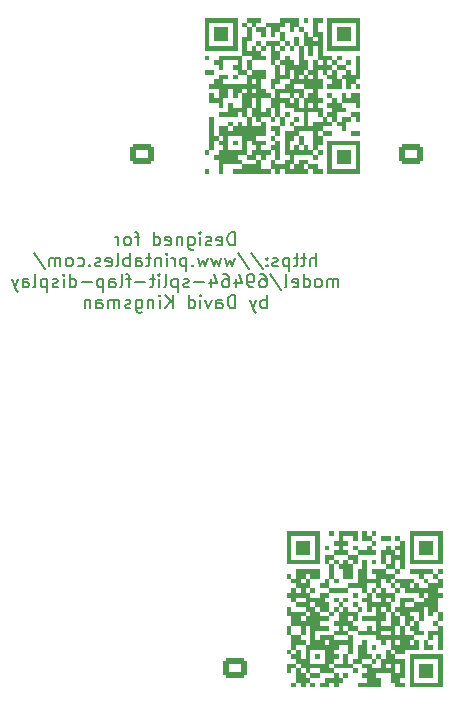
<source format=gbo>
G04 #@! TF.GenerationSoftware,KiCad,Pcbnew,6.0.7+dfsg-1build1*
G04 #@! TF.CreationDate,2023-03-30T21:09:48-07:00*
G04 #@! TF.ProjectId,moduleDriver,6d6f6475-6c65-4447-9269-7665722e6b69,rev?*
G04 #@! TF.SameCoordinates,Original*
G04 #@! TF.FileFunction,Legend,Bot*
G04 #@! TF.FilePolarity,Positive*
%FSLAX46Y46*%
G04 Gerber Fmt 4.6, Leading zero omitted, Abs format (unit mm)*
G04 Created by KiCad (PCBNEW 6.0.7+dfsg-1build1) date 2023-03-30 21:09:48*
%MOMM*%
%LPD*%
G01*
G04 APERTURE LIST*
G04 Aperture macros list*
%AMRoundRect*
0 Rectangle with rounded corners*
0 $1 Rounding radius*
0 $2 $3 $4 $5 $6 $7 $8 $9 X,Y pos of 4 corners*
0 Add a 4 corners polygon primitive as box body*
4,1,4,$2,$3,$4,$5,$6,$7,$8,$9,$2,$3,0*
0 Add four circle primitives for the rounded corners*
1,1,$1+$1,$2,$3*
1,1,$1+$1,$4,$5*
1,1,$1+$1,$6,$7*
1,1,$1+$1,$8,$9*
0 Add four rect primitives between the rounded corners*
20,1,$1+$1,$2,$3,$4,$5,0*
20,1,$1+$1,$4,$5,$6,$7,0*
20,1,$1+$1,$6,$7,$8,$9,0*
20,1,$1+$1,$8,$9,$2,$3,0*%
G04 Aperture macros list end*
%ADD10C,0.150000*%
%ADD11R,1.700000X1.700000*%
%ADD12O,1.700000X1.700000*%
%ADD13RoundRect,0.250000X0.725000X-0.600000X0.725000X0.600000X-0.725000X0.600000X-0.725000X-0.600000X0*%
%ADD14O,1.950000X1.700000*%
%ADD15O,1.500000X1.500000*%
%ADD16O,1.800000X1.800000*%
%ADD17C,3.200000*%
%ADD18R,2.500000X2.500000*%
%ADD19C,2.500000*%
G04 APERTURE END LIST*
D10*
X109142380Y-88976319D02*
X109142380Y-87876319D01*
X108880476Y-87876319D01*
X108723333Y-87928700D01*
X108618571Y-88033461D01*
X108566190Y-88138223D01*
X108513809Y-88347747D01*
X108513809Y-88504890D01*
X108566190Y-88714414D01*
X108618571Y-88819176D01*
X108723333Y-88923938D01*
X108880476Y-88976319D01*
X109142380Y-88976319D01*
X107623333Y-88923938D02*
X107728095Y-88976319D01*
X107937619Y-88976319D01*
X108042380Y-88923938D01*
X108094761Y-88819176D01*
X108094761Y-88400128D01*
X108042380Y-88295366D01*
X107937619Y-88242985D01*
X107728095Y-88242985D01*
X107623333Y-88295366D01*
X107570952Y-88400128D01*
X107570952Y-88504890D01*
X108094761Y-88609652D01*
X107151904Y-88923938D02*
X107047142Y-88976319D01*
X106837619Y-88976319D01*
X106732857Y-88923938D01*
X106680476Y-88819176D01*
X106680476Y-88766795D01*
X106732857Y-88662033D01*
X106837619Y-88609652D01*
X106994761Y-88609652D01*
X107099523Y-88557271D01*
X107151904Y-88452509D01*
X107151904Y-88400128D01*
X107099523Y-88295366D01*
X106994761Y-88242985D01*
X106837619Y-88242985D01*
X106732857Y-88295366D01*
X106209047Y-88976319D02*
X106209047Y-88242985D01*
X106209047Y-87876319D02*
X106261428Y-87928700D01*
X106209047Y-87981080D01*
X106156666Y-87928700D01*
X106209047Y-87876319D01*
X106209047Y-87981080D01*
X105213809Y-88242985D02*
X105213809Y-89133461D01*
X105266190Y-89238223D01*
X105318571Y-89290604D01*
X105423333Y-89342985D01*
X105580476Y-89342985D01*
X105685238Y-89290604D01*
X105213809Y-88923938D02*
X105318571Y-88976319D01*
X105528095Y-88976319D01*
X105632857Y-88923938D01*
X105685238Y-88871557D01*
X105737619Y-88766795D01*
X105737619Y-88452509D01*
X105685238Y-88347747D01*
X105632857Y-88295366D01*
X105528095Y-88242985D01*
X105318571Y-88242985D01*
X105213809Y-88295366D01*
X104690000Y-88242985D02*
X104690000Y-88976319D01*
X104690000Y-88347747D02*
X104637619Y-88295366D01*
X104532857Y-88242985D01*
X104375714Y-88242985D01*
X104270952Y-88295366D01*
X104218571Y-88400128D01*
X104218571Y-88976319D01*
X103275714Y-88923938D02*
X103380476Y-88976319D01*
X103590000Y-88976319D01*
X103694761Y-88923938D01*
X103747142Y-88819176D01*
X103747142Y-88400128D01*
X103694761Y-88295366D01*
X103590000Y-88242985D01*
X103380476Y-88242985D01*
X103275714Y-88295366D01*
X103223333Y-88400128D01*
X103223333Y-88504890D01*
X103747142Y-88609652D01*
X102280476Y-88976319D02*
X102280476Y-87876319D01*
X102280476Y-88923938D02*
X102385238Y-88976319D01*
X102594761Y-88976319D01*
X102699523Y-88923938D01*
X102751904Y-88871557D01*
X102804285Y-88766795D01*
X102804285Y-88452509D01*
X102751904Y-88347747D01*
X102699523Y-88295366D01*
X102594761Y-88242985D01*
X102385238Y-88242985D01*
X102280476Y-88295366D01*
X101075714Y-88242985D02*
X100656666Y-88242985D01*
X100918571Y-88976319D02*
X100918571Y-88033461D01*
X100866190Y-87928700D01*
X100761428Y-87876319D01*
X100656666Y-87876319D01*
X100132857Y-88976319D02*
X100237619Y-88923938D01*
X100290000Y-88871557D01*
X100342380Y-88766795D01*
X100342380Y-88452509D01*
X100290000Y-88347747D01*
X100237619Y-88295366D01*
X100132857Y-88242985D01*
X99975714Y-88242985D01*
X99870952Y-88295366D01*
X99818571Y-88347747D01*
X99766190Y-88452509D01*
X99766190Y-88766795D01*
X99818571Y-88871557D01*
X99870952Y-88923938D01*
X99975714Y-88976319D01*
X100132857Y-88976319D01*
X99294761Y-88976319D02*
X99294761Y-88242985D01*
X99294761Y-88452509D02*
X99242380Y-88347747D01*
X99190000Y-88295366D01*
X99085238Y-88242985D01*
X98980476Y-88242985D01*
X116004285Y-90747319D02*
X116004285Y-89647319D01*
X115532857Y-90747319D02*
X115532857Y-90171128D01*
X115585238Y-90066366D01*
X115690000Y-90013985D01*
X115847142Y-90013985D01*
X115951904Y-90066366D01*
X116004285Y-90118747D01*
X115166190Y-90013985D02*
X114747142Y-90013985D01*
X115009047Y-89647319D02*
X115009047Y-90590176D01*
X114956666Y-90694938D01*
X114851904Y-90747319D01*
X114747142Y-90747319D01*
X114537619Y-90013985D02*
X114118571Y-90013985D01*
X114380476Y-89647319D02*
X114380476Y-90590176D01*
X114328095Y-90694938D01*
X114223333Y-90747319D01*
X114118571Y-90747319D01*
X113751904Y-90013985D02*
X113751904Y-91113985D01*
X113751904Y-90066366D02*
X113647142Y-90013985D01*
X113437619Y-90013985D01*
X113332857Y-90066366D01*
X113280476Y-90118747D01*
X113228095Y-90223509D01*
X113228095Y-90537795D01*
X113280476Y-90642557D01*
X113332857Y-90694938D01*
X113437619Y-90747319D01*
X113647142Y-90747319D01*
X113751904Y-90694938D01*
X112809047Y-90694938D02*
X112704285Y-90747319D01*
X112494761Y-90747319D01*
X112389999Y-90694938D01*
X112337619Y-90590176D01*
X112337619Y-90537795D01*
X112389999Y-90433033D01*
X112494761Y-90380652D01*
X112651904Y-90380652D01*
X112756666Y-90328271D01*
X112809047Y-90223509D01*
X112809047Y-90171128D01*
X112756666Y-90066366D01*
X112651904Y-90013985D01*
X112494761Y-90013985D01*
X112389999Y-90066366D01*
X111866190Y-90642557D02*
X111813809Y-90694938D01*
X111866190Y-90747319D01*
X111918571Y-90694938D01*
X111866190Y-90642557D01*
X111866190Y-90747319D01*
X111866190Y-90066366D02*
X111813809Y-90118747D01*
X111866190Y-90171128D01*
X111918571Y-90118747D01*
X111866190Y-90066366D01*
X111866190Y-90171128D01*
X110556666Y-89594938D02*
X111499523Y-91009223D01*
X109404285Y-89594938D02*
X110347142Y-91009223D01*
X109142380Y-90013985D02*
X108932857Y-90747319D01*
X108723333Y-90223509D01*
X108513809Y-90747319D01*
X108304285Y-90013985D01*
X107990000Y-90013985D02*
X107780476Y-90747319D01*
X107570952Y-90223509D01*
X107361428Y-90747319D01*
X107151904Y-90013985D01*
X106837619Y-90013985D02*
X106628095Y-90747319D01*
X106418571Y-90223509D01*
X106209047Y-90747319D01*
X105999523Y-90013985D01*
X105580476Y-90642557D02*
X105528095Y-90694938D01*
X105580476Y-90747319D01*
X105632857Y-90694938D01*
X105580476Y-90642557D01*
X105580476Y-90747319D01*
X105056666Y-90013985D02*
X105056666Y-91113985D01*
X105056666Y-90066366D02*
X104951904Y-90013985D01*
X104742380Y-90013985D01*
X104637619Y-90066366D01*
X104585238Y-90118747D01*
X104532857Y-90223509D01*
X104532857Y-90537795D01*
X104585238Y-90642557D01*
X104637619Y-90694938D01*
X104742380Y-90747319D01*
X104951904Y-90747319D01*
X105056666Y-90694938D01*
X104061428Y-90747319D02*
X104061428Y-90013985D01*
X104061428Y-90223509D02*
X104009047Y-90118747D01*
X103956666Y-90066366D01*
X103851904Y-90013985D01*
X103747142Y-90013985D01*
X103380476Y-90747319D02*
X103380476Y-90013985D01*
X103380476Y-89647319D02*
X103432857Y-89699700D01*
X103380476Y-89752080D01*
X103328095Y-89699700D01*
X103380476Y-89647319D01*
X103380476Y-89752080D01*
X102856666Y-90013985D02*
X102856666Y-90747319D01*
X102856666Y-90118747D02*
X102804285Y-90066366D01*
X102699523Y-90013985D01*
X102542380Y-90013985D01*
X102437619Y-90066366D01*
X102385238Y-90171128D01*
X102385238Y-90747319D01*
X102018571Y-90013985D02*
X101599523Y-90013985D01*
X101861428Y-89647319D02*
X101861428Y-90590176D01*
X101809047Y-90694938D01*
X101704285Y-90747319D01*
X101599523Y-90747319D01*
X100761428Y-90747319D02*
X100761428Y-90171128D01*
X100813809Y-90066366D01*
X100918571Y-90013985D01*
X101128095Y-90013985D01*
X101232857Y-90066366D01*
X100761428Y-90694938D02*
X100866190Y-90747319D01*
X101128095Y-90747319D01*
X101232857Y-90694938D01*
X101285238Y-90590176D01*
X101285238Y-90485414D01*
X101232857Y-90380652D01*
X101128095Y-90328271D01*
X100866190Y-90328271D01*
X100761428Y-90275890D01*
X100237619Y-90747319D02*
X100237619Y-89647319D01*
X100237619Y-90066366D02*
X100132857Y-90013985D01*
X99923333Y-90013985D01*
X99818571Y-90066366D01*
X99766190Y-90118747D01*
X99713809Y-90223509D01*
X99713809Y-90537795D01*
X99766190Y-90642557D01*
X99818571Y-90694938D01*
X99923333Y-90747319D01*
X100132857Y-90747319D01*
X100237619Y-90694938D01*
X99085238Y-90747319D02*
X99190000Y-90694938D01*
X99242380Y-90590176D01*
X99242380Y-89647319D01*
X98247142Y-90694938D02*
X98351904Y-90747319D01*
X98561428Y-90747319D01*
X98666190Y-90694938D01*
X98718571Y-90590176D01*
X98718571Y-90171128D01*
X98666190Y-90066366D01*
X98561428Y-90013985D01*
X98351904Y-90013985D01*
X98247142Y-90066366D01*
X98194761Y-90171128D01*
X98194761Y-90275890D01*
X98718571Y-90380652D01*
X97775714Y-90694938D02*
X97670952Y-90747319D01*
X97461428Y-90747319D01*
X97356666Y-90694938D01*
X97304285Y-90590176D01*
X97304285Y-90537795D01*
X97356666Y-90433033D01*
X97461428Y-90380652D01*
X97618571Y-90380652D01*
X97723333Y-90328271D01*
X97775714Y-90223509D01*
X97775714Y-90171128D01*
X97723333Y-90066366D01*
X97618571Y-90013985D01*
X97461428Y-90013985D01*
X97356666Y-90066366D01*
X96832857Y-90642557D02*
X96780476Y-90694938D01*
X96832857Y-90747319D01*
X96885238Y-90694938D01*
X96832857Y-90642557D01*
X96832857Y-90747319D01*
X95837619Y-90694938D02*
X95942380Y-90747319D01*
X96151904Y-90747319D01*
X96256666Y-90694938D01*
X96309047Y-90642557D01*
X96361428Y-90537795D01*
X96361428Y-90223509D01*
X96309047Y-90118747D01*
X96256666Y-90066366D01*
X96151904Y-90013985D01*
X95942380Y-90013985D01*
X95837619Y-90066366D01*
X95209047Y-90747319D02*
X95313809Y-90694938D01*
X95366190Y-90642557D01*
X95418571Y-90537795D01*
X95418571Y-90223509D01*
X95366190Y-90118747D01*
X95313809Y-90066366D01*
X95209047Y-90013985D01*
X95051904Y-90013985D01*
X94947142Y-90066366D01*
X94894761Y-90118747D01*
X94842380Y-90223509D01*
X94842380Y-90537795D01*
X94894761Y-90642557D01*
X94947142Y-90694938D01*
X95051904Y-90747319D01*
X95209047Y-90747319D01*
X94370952Y-90747319D02*
X94370952Y-90013985D01*
X94370952Y-90118747D02*
X94318571Y-90066366D01*
X94213809Y-90013985D01*
X94056666Y-90013985D01*
X93951904Y-90066366D01*
X93899523Y-90171128D01*
X93899523Y-90747319D01*
X93899523Y-90171128D02*
X93847142Y-90066366D01*
X93742380Y-90013985D01*
X93585238Y-90013985D01*
X93480476Y-90066366D01*
X93428095Y-90171128D01*
X93428095Y-90747319D01*
X92118571Y-89594938D02*
X93061428Y-91009223D01*
X117916190Y-92518319D02*
X117916190Y-91784985D01*
X117916190Y-91889747D02*
X117863809Y-91837366D01*
X117759047Y-91784985D01*
X117601904Y-91784985D01*
X117497142Y-91837366D01*
X117444761Y-91942128D01*
X117444761Y-92518319D01*
X117444761Y-91942128D02*
X117392380Y-91837366D01*
X117287619Y-91784985D01*
X117130476Y-91784985D01*
X117025714Y-91837366D01*
X116973333Y-91942128D01*
X116973333Y-92518319D01*
X116292380Y-92518319D02*
X116397142Y-92465938D01*
X116449523Y-92413557D01*
X116501904Y-92308795D01*
X116501904Y-91994509D01*
X116449523Y-91889747D01*
X116397142Y-91837366D01*
X116292380Y-91784985D01*
X116135238Y-91784985D01*
X116030476Y-91837366D01*
X115978095Y-91889747D01*
X115925714Y-91994509D01*
X115925714Y-92308795D01*
X115978095Y-92413557D01*
X116030476Y-92465938D01*
X116135238Y-92518319D01*
X116292380Y-92518319D01*
X114982857Y-92518319D02*
X114982857Y-91418319D01*
X114982857Y-92465938D02*
X115087619Y-92518319D01*
X115297142Y-92518319D01*
X115401904Y-92465938D01*
X115454285Y-92413557D01*
X115506666Y-92308795D01*
X115506666Y-91994509D01*
X115454285Y-91889747D01*
X115401904Y-91837366D01*
X115297142Y-91784985D01*
X115087619Y-91784985D01*
X114982857Y-91837366D01*
X114040000Y-92465938D02*
X114144761Y-92518319D01*
X114354285Y-92518319D01*
X114459047Y-92465938D01*
X114511428Y-92361176D01*
X114511428Y-91942128D01*
X114459047Y-91837366D01*
X114354285Y-91784985D01*
X114144761Y-91784985D01*
X114040000Y-91837366D01*
X113987619Y-91942128D01*
X113987619Y-92046890D01*
X114511428Y-92151652D01*
X113359047Y-92518319D02*
X113463809Y-92465938D01*
X113516190Y-92361176D01*
X113516190Y-91418319D01*
X112154285Y-91365938D02*
X113097142Y-92780223D01*
X111316190Y-91418319D02*
X111525714Y-91418319D01*
X111630476Y-91470700D01*
X111682857Y-91523080D01*
X111787619Y-91680223D01*
X111840000Y-91889747D01*
X111840000Y-92308795D01*
X111787619Y-92413557D01*
X111735238Y-92465938D01*
X111630476Y-92518319D01*
X111420952Y-92518319D01*
X111316190Y-92465938D01*
X111263809Y-92413557D01*
X111211428Y-92308795D01*
X111211428Y-92046890D01*
X111263809Y-91942128D01*
X111316190Y-91889747D01*
X111420952Y-91837366D01*
X111630476Y-91837366D01*
X111735238Y-91889747D01*
X111787619Y-91942128D01*
X111840000Y-92046890D01*
X110687619Y-92518319D02*
X110478095Y-92518319D01*
X110373333Y-92465938D01*
X110320952Y-92413557D01*
X110216190Y-92256414D01*
X110163809Y-92046890D01*
X110163809Y-91627842D01*
X110216190Y-91523080D01*
X110268571Y-91470700D01*
X110373333Y-91418319D01*
X110582857Y-91418319D01*
X110687619Y-91470700D01*
X110740000Y-91523080D01*
X110792380Y-91627842D01*
X110792380Y-91889747D01*
X110740000Y-91994509D01*
X110687619Y-92046890D01*
X110582857Y-92099271D01*
X110373333Y-92099271D01*
X110268571Y-92046890D01*
X110216190Y-91994509D01*
X110163809Y-91889747D01*
X109220952Y-91784985D02*
X109220952Y-92518319D01*
X109482857Y-91365938D02*
X109744761Y-92151652D01*
X109063809Y-92151652D01*
X108173333Y-91418319D02*
X108382857Y-91418319D01*
X108487619Y-91470700D01*
X108540000Y-91523080D01*
X108644761Y-91680223D01*
X108697142Y-91889747D01*
X108697142Y-92308795D01*
X108644761Y-92413557D01*
X108592380Y-92465938D01*
X108487619Y-92518319D01*
X108278095Y-92518319D01*
X108173333Y-92465938D01*
X108120952Y-92413557D01*
X108068571Y-92308795D01*
X108068571Y-92046890D01*
X108120952Y-91942128D01*
X108173333Y-91889747D01*
X108278095Y-91837366D01*
X108487619Y-91837366D01*
X108592380Y-91889747D01*
X108644761Y-91942128D01*
X108697142Y-92046890D01*
X107125714Y-91784985D02*
X107125714Y-92518319D01*
X107387619Y-91365938D02*
X107649523Y-92151652D01*
X106968571Y-92151652D01*
X106549523Y-92099271D02*
X105711428Y-92099271D01*
X105240000Y-92465938D02*
X105135238Y-92518319D01*
X104925714Y-92518319D01*
X104820952Y-92465938D01*
X104768571Y-92361176D01*
X104768571Y-92308795D01*
X104820952Y-92204033D01*
X104925714Y-92151652D01*
X105082857Y-92151652D01*
X105187619Y-92099271D01*
X105240000Y-91994509D01*
X105240000Y-91942128D01*
X105187619Y-91837366D01*
X105082857Y-91784985D01*
X104925714Y-91784985D01*
X104820952Y-91837366D01*
X104297142Y-91784985D02*
X104297142Y-92884985D01*
X104297142Y-91837366D02*
X104192380Y-91784985D01*
X103982857Y-91784985D01*
X103878095Y-91837366D01*
X103825714Y-91889747D01*
X103773333Y-91994509D01*
X103773333Y-92308795D01*
X103825714Y-92413557D01*
X103878095Y-92465938D01*
X103982857Y-92518319D01*
X104192380Y-92518319D01*
X104297142Y-92465938D01*
X103144761Y-92518319D02*
X103249523Y-92465938D01*
X103301904Y-92361176D01*
X103301904Y-91418319D01*
X102725714Y-92518319D02*
X102725714Y-91784985D01*
X102725714Y-91418319D02*
X102778095Y-91470700D01*
X102725714Y-91523080D01*
X102673333Y-91470700D01*
X102725714Y-91418319D01*
X102725714Y-91523080D01*
X102359047Y-91784985D02*
X101940000Y-91784985D01*
X102201904Y-91418319D02*
X102201904Y-92361176D01*
X102149523Y-92465938D01*
X102044761Y-92518319D01*
X101940000Y-92518319D01*
X101573333Y-92099271D02*
X100735238Y-92099271D01*
X100368571Y-91784985D02*
X99949523Y-91784985D01*
X100211428Y-92518319D02*
X100211428Y-91575461D01*
X100159047Y-91470700D01*
X100054285Y-91418319D01*
X99949523Y-91418319D01*
X99425714Y-92518319D02*
X99530476Y-92465938D01*
X99582857Y-92361176D01*
X99582857Y-91418319D01*
X98535238Y-92518319D02*
X98535238Y-91942128D01*
X98587619Y-91837366D01*
X98692380Y-91784985D01*
X98901904Y-91784985D01*
X99006666Y-91837366D01*
X98535238Y-92465938D02*
X98640000Y-92518319D01*
X98901904Y-92518319D01*
X99006666Y-92465938D01*
X99059047Y-92361176D01*
X99059047Y-92256414D01*
X99006666Y-92151652D01*
X98901904Y-92099271D01*
X98640000Y-92099271D01*
X98535238Y-92046890D01*
X98011428Y-91784985D02*
X98011428Y-92884985D01*
X98011428Y-91837366D02*
X97906666Y-91784985D01*
X97697142Y-91784985D01*
X97592380Y-91837366D01*
X97540000Y-91889747D01*
X97487619Y-91994509D01*
X97487619Y-92308795D01*
X97540000Y-92413557D01*
X97592380Y-92465938D01*
X97697142Y-92518319D01*
X97906666Y-92518319D01*
X98011428Y-92465938D01*
X97016190Y-92099271D02*
X96178095Y-92099271D01*
X95182857Y-92518319D02*
X95182857Y-91418319D01*
X95182857Y-92465938D02*
X95287619Y-92518319D01*
X95497142Y-92518319D01*
X95601904Y-92465938D01*
X95654285Y-92413557D01*
X95706666Y-92308795D01*
X95706666Y-91994509D01*
X95654285Y-91889747D01*
X95601904Y-91837366D01*
X95497142Y-91784985D01*
X95287619Y-91784985D01*
X95182857Y-91837366D01*
X94659047Y-92518319D02*
X94659047Y-91784985D01*
X94659047Y-91418319D02*
X94711428Y-91470700D01*
X94659047Y-91523080D01*
X94606666Y-91470700D01*
X94659047Y-91418319D01*
X94659047Y-91523080D01*
X94187619Y-92465938D02*
X94082857Y-92518319D01*
X93873333Y-92518319D01*
X93768571Y-92465938D01*
X93716190Y-92361176D01*
X93716190Y-92308795D01*
X93768571Y-92204033D01*
X93873333Y-92151652D01*
X94030476Y-92151652D01*
X94135238Y-92099271D01*
X94187619Y-91994509D01*
X94187619Y-91942128D01*
X94135238Y-91837366D01*
X94030476Y-91784985D01*
X93873333Y-91784985D01*
X93768571Y-91837366D01*
X93244761Y-91784985D02*
X93244761Y-92884985D01*
X93244761Y-91837366D02*
X93140000Y-91784985D01*
X92930476Y-91784985D01*
X92825714Y-91837366D01*
X92773333Y-91889747D01*
X92720952Y-91994509D01*
X92720952Y-92308795D01*
X92773333Y-92413557D01*
X92825714Y-92465938D01*
X92930476Y-92518319D01*
X93140000Y-92518319D01*
X93244761Y-92465938D01*
X92092380Y-92518319D02*
X92197142Y-92465938D01*
X92249523Y-92361176D01*
X92249523Y-91418319D01*
X91201904Y-92518319D02*
X91201904Y-91942128D01*
X91254285Y-91837366D01*
X91359047Y-91784985D01*
X91568571Y-91784985D01*
X91673333Y-91837366D01*
X91201904Y-92465938D02*
X91306666Y-92518319D01*
X91568571Y-92518319D01*
X91673333Y-92465938D01*
X91725714Y-92361176D01*
X91725714Y-92256414D01*
X91673333Y-92151652D01*
X91568571Y-92099271D01*
X91306666Y-92099271D01*
X91201904Y-92046890D01*
X90782857Y-91784985D02*
X90520952Y-92518319D01*
X90259047Y-91784985D02*
X90520952Y-92518319D01*
X90625714Y-92780223D01*
X90678095Y-92832604D01*
X90782857Y-92884985D01*
X111840000Y-94289319D02*
X111840000Y-93189319D01*
X111840000Y-93608366D02*
X111735238Y-93555985D01*
X111525714Y-93555985D01*
X111420952Y-93608366D01*
X111368571Y-93660747D01*
X111316190Y-93765509D01*
X111316190Y-94079795D01*
X111368571Y-94184557D01*
X111420952Y-94236938D01*
X111525714Y-94289319D01*
X111735238Y-94289319D01*
X111840000Y-94236938D01*
X110949523Y-93555985D02*
X110687619Y-94289319D01*
X110425714Y-93555985D02*
X110687619Y-94289319D01*
X110792380Y-94551223D01*
X110844761Y-94603604D01*
X110949523Y-94655985D01*
X109168571Y-94289319D02*
X109168571Y-93189319D01*
X108906666Y-93189319D01*
X108749523Y-93241700D01*
X108644761Y-93346461D01*
X108592380Y-93451223D01*
X108540000Y-93660747D01*
X108540000Y-93817890D01*
X108592380Y-94027414D01*
X108644761Y-94132176D01*
X108749523Y-94236938D01*
X108906666Y-94289319D01*
X109168571Y-94289319D01*
X107597142Y-94289319D02*
X107597142Y-93713128D01*
X107649523Y-93608366D01*
X107754285Y-93555985D01*
X107963809Y-93555985D01*
X108068571Y-93608366D01*
X107597142Y-94236938D02*
X107701904Y-94289319D01*
X107963809Y-94289319D01*
X108068571Y-94236938D01*
X108120952Y-94132176D01*
X108120952Y-94027414D01*
X108068571Y-93922652D01*
X107963809Y-93870271D01*
X107701904Y-93870271D01*
X107597142Y-93817890D01*
X107178095Y-93555985D02*
X106916190Y-94289319D01*
X106654285Y-93555985D01*
X106235238Y-94289319D02*
X106235238Y-93555985D01*
X106235238Y-93189319D02*
X106287619Y-93241700D01*
X106235238Y-93294080D01*
X106182857Y-93241700D01*
X106235238Y-93189319D01*
X106235238Y-93294080D01*
X105240000Y-94289319D02*
X105240000Y-93189319D01*
X105240000Y-94236938D02*
X105344761Y-94289319D01*
X105554285Y-94289319D01*
X105659047Y-94236938D01*
X105711428Y-94184557D01*
X105763809Y-94079795D01*
X105763809Y-93765509D01*
X105711428Y-93660747D01*
X105659047Y-93608366D01*
X105554285Y-93555985D01*
X105344761Y-93555985D01*
X105240000Y-93608366D01*
X103878095Y-94289319D02*
X103878095Y-93189319D01*
X103249523Y-94289319D02*
X103720952Y-93660747D01*
X103249523Y-93189319D02*
X103878095Y-93817890D01*
X102778095Y-94289319D02*
X102778095Y-93555985D01*
X102778095Y-93189319D02*
X102830476Y-93241700D01*
X102778095Y-93294080D01*
X102725714Y-93241700D01*
X102778095Y-93189319D01*
X102778095Y-93294080D01*
X102254285Y-93555985D02*
X102254285Y-94289319D01*
X102254285Y-93660747D02*
X102201904Y-93608366D01*
X102097142Y-93555985D01*
X101940000Y-93555985D01*
X101835238Y-93608366D01*
X101782857Y-93713128D01*
X101782857Y-94289319D01*
X100787619Y-93555985D02*
X100787619Y-94446461D01*
X100840000Y-94551223D01*
X100892380Y-94603604D01*
X100997142Y-94655985D01*
X101154285Y-94655985D01*
X101259047Y-94603604D01*
X100787619Y-94236938D02*
X100892380Y-94289319D01*
X101101904Y-94289319D01*
X101206666Y-94236938D01*
X101259047Y-94184557D01*
X101311428Y-94079795D01*
X101311428Y-93765509D01*
X101259047Y-93660747D01*
X101206666Y-93608366D01*
X101101904Y-93555985D01*
X100892380Y-93555985D01*
X100787619Y-93608366D01*
X100316190Y-94236938D02*
X100211428Y-94289319D01*
X100001904Y-94289319D01*
X99897142Y-94236938D01*
X99844761Y-94132176D01*
X99844761Y-94079795D01*
X99897142Y-93975033D01*
X100001904Y-93922652D01*
X100159047Y-93922652D01*
X100263809Y-93870271D01*
X100316190Y-93765509D01*
X100316190Y-93713128D01*
X100263809Y-93608366D01*
X100159047Y-93555985D01*
X100001904Y-93555985D01*
X99897142Y-93608366D01*
X99373333Y-94289319D02*
X99373333Y-93555985D01*
X99373333Y-93660747D02*
X99320952Y-93608366D01*
X99216190Y-93555985D01*
X99059047Y-93555985D01*
X98954285Y-93608366D01*
X98901904Y-93713128D01*
X98901904Y-94289319D01*
X98901904Y-93713128D02*
X98849523Y-93608366D01*
X98744761Y-93555985D01*
X98587619Y-93555985D01*
X98482857Y-93608366D01*
X98430476Y-93713128D01*
X98430476Y-94289319D01*
X97435238Y-94289319D02*
X97435238Y-93713128D01*
X97487619Y-93608366D01*
X97592380Y-93555985D01*
X97801904Y-93555985D01*
X97906666Y-93608366D01*
X97435238Y-94236938D02*
X97540000Y-94289319D01*
X97801904Y-94289319D01*
X97906666Y-94236938D01*
X97959047Y-94132176D01*
X97959047Y-94027414D01*
X97906666Y-93922652D01*
X97801904Y-93870271D01*
X97540000Y-93870271D01*
X97435238Y-93817890D01*
X96911428Y-93555985D02*
X96911428Y-94289319D01*
X96911428Y-93660747D02*
X96859047Y-93608366D01*
X96754285Y-93555985D01*
X96597142Y-93555985D01*
X96492380Y-93608366D01*
X96440000Y-93713128D01*
X96440000Y-94289319D01*
G36*
X115942000Y-122386400D02*
G01*
X115542000Y-122386400D01*
X115542000Y-122786400D01*
X115942000Y-122786400D01*
X115942000Y-122386400D01*
G37*
G36*
X115142000Y-114786400D02*
G01*
X114742000Y-114786400D01*
X114742000Y-115186400D01*
X115142000Y-115186400D01*
X115142000Y-114786400D01*
G37*
G36*
X113942000Y-115586400D02*
G01*
X113542000Y-115586400D01*
X113542000Y-115986400D01*
X113942000Y-115986400D01*
X113942000Y-115586400D01*
G37*
G36*
X115542000Y-114786400D02*
G01*
X115142000Y-114786400D01*
X115142000Y-115186400D01*
X115542000Y-115186400D01*
X115542000Y-114786400D01*
G37*
G36*
X123142000Y-117186400D02*
G01*
X122742000Y-117186400D01*
X122742000Y-117586400D01*
X123142000Y-117586400D01*
X123142000Y-117186400D01*
G37*
G36*
X124742000Y-123586400D02*
G01*
X124342000Y-123586400D01*
X124342000Y-123986400D01*
X124742000Y-123986400D01*
X124742000Y-123586400D01*
G37*
G36*
X114742000Y-125186400D02*
G01*
X114342000Y-125186400D01*
X114342000Y-125586400D01*
X114742000Y-125586400D01*
X114742000Y-125186400D01*
G37*
G36*
X119942000Y-117586400D02*
G01*
X119542000Y-117586400D01*
X119542000Y-117986400D01*
X119942000Y-117986400D01*
X119942000Y-117586400D01*
G37*
G36*
X114742000Y-120386400D02*
G01*
X114342000Y-120386400D01*
X114342000Y-120786400D01*
X114742000Y-120786400D01*
X114742000Y-120386400D01*
G37*
G36*
X124342000Y-117186400D02*
G01*
X123942000Y-117186400D01*
X123942000Y-117586400D01*
X124342000Y-117586400D01*
X124342000Y-117186400D01*
G37*
G36*
X119942000Y-122786400D02*
G01*
X119542000Y-122786400D01*
X119542000Y-123186400D01*
X119942000Y-123186400D01*
X119942000Y-122786400D01*
G37*
G36*
X117942000Y-122386400D02*
G01*
X117542000Y-122386400D01*
X117542000Y-122786400D01*
X117942000Y-122786400D01*
X117942000Y-122386400D01*
G37*
G36*
X116342000Y-123586400D02*
G01*
X115942000Y-123586400D01*
X115942000Y-123986400D01*
X116342000Y-123986400D01*
X116342000Y-123586400D01*
G37*
G36*
X124342000Y-124786400D02*
G01*
X123942000Y-124786400D01*
X123942000Y-125186400D01*
X124342000Y-125186400D01*
X124342000Y-124786400D01*
G37*
G36*
X114742000Y-123586400D02*
G01*
X114342000Y-123586400D01*
X114342000Y-123986400D01*
X114742000Y-123986400D01*
X114742000Y-123586400D01*
G37*
G36*
X115942000Y-124386400D02*
G01*
X115542000Y-124386400D01*
X115542000Y-124786400D01*
X115942000Y-124786400D01*
X115942000Y-124386400D01*
G37*
G36*
X122342000Y-121186400D02*
G01*
X121942000Y-121186400D01*
X121942000Y-121586400D01*
X122342000Y-121586400D01*
X122342000Y-121186400D01*
G37*
G36*
X123142000Y-113586400D02*
G01*
X122742000Y-113586400D01*
X122742000Y-113986400D01*
X123142000Y-113986400D01*
X123142000Y-113586400D01*
G37*
G36*
X120342000Y-117186400D02*
G01*
X119942000Y-117186400D01*
X119942000Y-117586400D01*
X120342000Y-117586400D01*
X120342000Y-117186400D01*
G37*
G36*
X125142000Y-116386400D02*
G01*
X124742000Y-116386400D01*
X124742000Y-116786400D01*
X125142000Y-116786400D01*
X125142000Y-116386400D01*
G37*
G36*
X123942000Y-118786400D02*
G01*
X123542000Y-118786400D01*
X123542000Y-119186400D01*
X123942000Y-119186400D01*
X123942000Y-118786400D01*
G37*
G36*
X125942000Y-114386400D02*
G01*
X125542000Y-114386400D01*
X125542000Y-114786400D01*
X125942000Y-114786400D01*
X125942000Y-114386400D01*
G37*
G36*
X115542000Y-118786400D02*
G01*
X115142000Y-118786400D01*
X115142000Y-119186400D01*
X115542000Y-119186400D01*
X115542000Y-118786400D01*
G37*
G36*
X121942000Y-121986400D02*
G01*
X121542000Y-121986400D01*
X121542000Y-122386400D01*
X121942000Y-122386400D01*
X121942000Y-121986400D01*
G37*
G36*
X124342000Y-123986400D02*
G01*
X123942000Y-123986400D01*
X123942000Y-124386400D01*
X124342000Y-124386400D01*
X124342000Y-123986400D01*
G37*
G36*
X114342000Y-118786400D02*
G01*
X113942000Y-118786400D01*
X113942000Y-119186400D01*
X114342000Y-119186400D01*
X114342000Y-118786400D01*
G37*
G36*
X122342000Y-119586400D02*
G01*
X121942000Y-119586400D01*
X121942000Y-119986400D01*
X122342000Y-119986400D01*
X122342000Y-119586400D01*
G37*
G36*
X115142000Y-117986400D02*
G01*
X114742000Y-117986400D01*
X114742000Y-118386400D01*
X115142000Y-118386400D01*
X115142000Y-117986400D01*
G37*
G36*
X115542000Y-123586400D02*
G01*
X115142000Y-123586400D01*
X115142000Y-123986400D01*
X115542000Y-123986400D01*
X115542000Y-123586400D01*
G37*
G36*
X125942000Y-124786400D02*
G01*
X125542000Y-124786400D01*
X125542000Y-125186400D01*
X125942000Y-125186400D01*
X125942000Y-124786400D01*
G37*
G36*
X115942000Y-113186400D02*
G01*
X115542000Y-113186400D01*
X115542000Y-113586400D01*
X115942000Y-113586400D01*
X115942000Y-113186400D01*
G37*
G36*
X122342000Y-114386400D02*
G01*
X121942000Y-114386400D01*
X121942000Y-114786400D01*
X122342000Y-114786400D01*
X122342000Y-114386400D01*
G37*
G36*
X125542000Y-117186400D02*
G01*
X125142000Y-117186400D01*
X125142000Y-117586400D01*
X125542000Y-117586400D01*
X125542000Y-117186400D01*
G37*
G36*
X117942000Y-125186400D02*
G01*
X117542000Y-125186400D01*
X117542000Y-125586400D01*
X117942000Y-125586400D01*
X117942000Y-125186400D01*
G37*
G36*
X115942000Y-119986400D02*
G01*
X115542000Y-119986400D01*
X115542000Y-120386400D01*
X115942000Y-120386400D01*
X115942000Y-119986400D01*
G37*
G36*
X118342000Y-113986400D02*
G01*
X117942000Y-113986400D01*
X117942000Y-114386400D01*
X118342000Y-114386400D01*
X118342000Y-113986400D01*
G37*
G36*
X121542000Y-116386400D02*
G01*
X121142000Y-116386400D01*
X121142000Y-116786400D01*
X121542000Y-116786400D01*
X121542000Y-116386400D01*
G37*
G36*
X118342000Y-114386400D02*
G01*
X117942000Y-114386400D01*
X117942000Y-114786400D01*
X118342000Y-114786400D01*
X118342000Y-114386400D01*
G37*
G36*
X117542000Y-113186400D02*
G01*
X117142000Y-113186400D01*
X117142000Y-113586400D01*
X117542000Y-113586400D01*
X117542000Y-113186400D01*
G37*
G36*
X119942000Y-119586400D02*
G01*
X119542000Y-119586400D01*
X119542000Y-119986400D01*
X119942000Y-119986400D01*
X119942000Y-119586400D01*
G37*
G36*
X126342000Y-123586400D02*
G01*
X125942000Y-123586400D01*
X125942000Y-123986400D01*
X126342000Y-123986400D01*
X126342000Y-123586400D01*
G37*
G36*
X126742000Y-116386400D02*
G01*
X126342000Y-116386400D01*
X126342000Y-116786400D01*
X126742000Y-116786400D01*
X126742000Y-116386400D01*
G37*
G36*
X121542000Y-118386400D02*
G01*
X121142000Y-118386400D01*
X121142000Y-118786400D01*
X121542000Y-118786400D01*
X121542000Y-118386400D01*
G37*
G36*
X126742000Y-125586400D02*
G01*
X126342000Y-125586400D01*
X126342000Y-125986400D01*
X126742000Y-125986400D01*
X126742000Y-125586400D01*
G37*
G36*
X121942000Y-123986400D02*
G01*
X121542000Y-123986400D01*
X121542000Y-124386400D01*
X121942000Y-124386400D01*
X121942000Y-123986400D01*
G37*
G36*
X123542000Y-125186400D02*
G01*
X123142000Y-125186400D01*
X123142000Y-125586400D01*
X123542000Y-125586400D01*
X123542000Y-125186400D01*
G37*
G36*
X118342000Y-120386400D02*
G01*
X117942000Y-120386400D01*
X117942000Y-120786400D01*
X118342000Y-120786400D01*
X118342000Y-120386400D01*
G37*
G36*
X126742000Y-113586400D02*
G01*
X126342000Y-113586400D01*
X126342000Y-113986400D01*
X126742000Y-113986400D01*
X126742000Y-113586400D01*
G37*
G36*
X115142000Y-118386400D02*
G01*
X114742000Y-118386400D01*
X114742000Y-118786400D01*
X115142000Y-118786400D01*
X115142000Y-118386400D01*
G37*
G36*
X123142000Y-123986400D02*
G01*
X122742000Y-123986400D01*
X122742000Y-124386400D01*
X123142000Y-124386400D01*
X123142000Y-123986400D01*
G37*
G36*
X122342000Y-123986400D02*
G01*
X121942000Y-123986400D01*
X121942000Y-124386400D01*
X122342000Y-124386400D01*
X122342000Y-123986400D01*
G37*
G36*
X117542000Y-115986400D02*
G01*
X117142000Y-115986400D01*
X117142000Y-116386400D01*
X117542000Y-116386400D01*
X117542000Y-115986400D01*
G37*
G36*
X118342000Y-117986400D02*
G01*
X117942000Y-117986400D01*
X117942000Y-118386400D01*
X118342000Y-118386400D01*
X118342000Y-117986400D01*
G37*
G36*
X125142000Y-113986400D02*
G01*
X124742000Y-113986400D01*
X124742000Y-114386400D01*
X125142000Y-114386400D01*
X125142000Y-113986400D01*
G37*
G36*
X123542000Y-115586400D02*
G01*
X123142000Y-115586400D01*
X123142000Y-115986400D01*
X123542000Y-115986400D01*
X123542000Y-115586400D01*
G37*
G36*
X126342000Y-119586400D02*
G01*
X125942000Y-119586400D01*
X125942000Y-119986400D01*
X126342000Y-119986400D01*
X126342000Y-119586400D01*
G37*
G36*
X116742000Y-121186400D02*
G01*
X116342000Y-121186400D01*
X116342000Y-121586400D01*
X116742000Y-121586400D01*
X116742000Y-121186400D01*
G37*
G36*
X115542000Y-113986400D02*
G01*
X115142000Y-113986400D01*
X115142000Y-114386400D01*
X115542000Y-114386400D01*
X115542000Y-113986400D01*
G37*
G36*
X122342000Y-115986400D02*
G01*
X121942000Y-115986400D01*
X121942000Y-116386400D01*
X122342000Y-116386400D01*
X122342000Y-115986400D01*
G37*
G36*
X115142000Y-121186400D02*
G01*
X114742000Y-121186400D01*
X114742000Y-121586400D01*
X115142000Y-121586400D01*
X115142000Y-121186400D01*
G37*
G36*
X122742000Y-121986400D02*
G01*
X122342000Y-121986400D01*
X122342000Y-122386400D01*
X122742000Y-122386400D01*
X122742000Y-121986400D01*
G37*
G36*
X122742000Y-119986400D02*
G01*
X122342000Y-119986400D01*
X122342000Y-120386400D01*
X122742000Y-120386400D01*
X122742000Y-119986400D01*
G37*
G36*
X122342000Y-113586400D02*
G01*
X121942000Y-113586400D01*
X121942000Y-113986400D01*
X122342000Y-113986400D01*
X122342000Y-113586400D01*
G37*
G36*
X124342000Y-125586400D02*
G01*
X123942000Y-125586400D01*
X123942000Y-125986400D01*
X124342000Y-125986400D01*
X124342000Y-125586400D01*
G37*
G36*
X124342000Y-113586400D02*
G01*
X123942000Y-113586400D01*
X123942000Y-113986400D01*
X124342000Y-113986400D01*
X124342000Y-113586400D01*
G37*
G36*
X122742000Y-122786400D02*
G01*
X122342000Y-122786400D01*
X122342000Y-123186400D01*
X122742000Y-123186400D01*
X122742000Y-122786400D01*
G37*
G36*
X113942000Y-113586400D02*
G01*
X113542000Y-113586400D01*
X113542000Y-113986400D01*
X113942000Y-113986400D01*
X113942000Y-113586400D01*
G37*
G36*
X121942000Y-118386400D02*
G01*
X121542000Y-118386400D01*
X121542000Y-118786400D01*
X121942000Y-118786400D01*
X121942000Y-118386400D01*
G37*
G36*
X125542000Y-125186400D02*
G01*
X125142000Y-125186400D01*
X125142000Y-125586400D01*
X125542000Y-125586400D01*
X125542000Y-125186400D01*
G37*
G36*
X113942000Y-121586400D02*
G01*
X113542000Y-121586400D01*
X113542000Y-121986400D01*
X113942000Y-121986400D01*
X113942000Y-121586400D01*
G37*
G36*
X117142000Y-117186400D02*
G01*
X116742000Y-117186400D01*
X116742000Y-117586400D01*
X117142000Y-117586400D01*
X117142000Y-117186400D01*
G37*
G36*
X123542000Y-114386400D02*
G01*
X123142000Y-114386400D01*
X123142000Y-114786400D01*
X123542000Y-114786400D01*
X123542000Y-114386400D01*
G37*
G36*
X122342000Y-116786400D02*
G01*
X121942000Y-116786400D01*
X121942000Y-117186400D01*
X122342000Y-117186400D01*
X122342000Y-116786400D01*
G37*
G36*
X123142000Y-120786400D02*
G01*
X122742000Y-120786400D01*
X122742000Y-121186400D01*
X123142000Y-121186400D01*
X123142000Y-120786400D01*
G37*
G36*
X119542000Y-115186400D02*
G01*
X119142000Y-115186400D01*
X119142000Y-115586400D01*
X119542000Y-115586400D01*
X119542000Y-115186400D01*
G37*
G36*
X126742000Y-114386400D02*
G01*
X126342000Y-114386400D01*
X126342000Y-114786400D01*
X126742000Y-114786400D01*
X126742000Y-114386400D01*
G37*
G36*
X118742000Y-119586400D02*
G01*
X118342000Y-119586400D01*
X118342000Y-119986400D01*
X118742000Y-119986400D01*
X118742000Y-119586400D01*
G37*
G36*
X122742000Y-120786400D02*
G01*
X122342000Y-120786400D01*
X122342000Y-121186400D01*
X122742000Y-121186400D01*
X122742000Y-120786400D01*
G37*
G36*
X125142000Y-119586400D02*
G01*
X124742000Y-119586400D01*
X124742000Y-119986400D01*
X125142000Y-119986400D01*
X125142000Y-119586400D01*
G37*
G36*
X115542000Y-123186400D02*
G01*
X115142000Y-123186400D01*
X115142000Y-123586400D01*
X115542000Y-123586400D01*
X115542000Y-123186400D01*
G37*
G36*
X116342000Y-113986400D02*
G01*
X115942000Y-113986400D01*
X115942000Y-114386400D01*
X116342000Y-114386400D01*
X116342000Y-113986400D01*
G37*
G36*
X120342000Y-123586400D02*
G01*
X119942000Y-123586400D01*
X119942000Y-123986400D01*
X120342000Y-123986400D01*
X120342000Y-123586400D01*
G37*
G36*
X119942000Y-116386400D02*
G01*
X119542000Y-116386400D01*
X119542000Y-116786400D01*
X119942000Y-116786400D01*
X119942000Y-116386400D01*
G37*
G36*
X114742000Y-125586400D02*
G01*
X114342000Y-125586400D01*
X114342000Y-125986400D01*
X114742000Y-125986400D01*
X114742000Y-125586400D01*
G37*
G36*
X114742000Y-119186400D02*
G01*
X114342000Y-119186400D01*
X114342000Y-119586400D01*
X114742000Y-119586400D01*
X114742000Y-119186400D01*
G37*
G36*
X118342000Y-119186400D02*
G01*
X117942000Y-119186400D01*
X117942000Y-119586400D01*
X118342000Y-119586400D01*
X118342000Y-119186400D01*
G37*
G36*
X115942000Y-118786400D02*
G01*
X115542000Y-118786400D01*
X115542000Y-119186400D01*
X115942000Y-119186400D01*
X115942000Y-118786400D01*
G37*
G36*
X125942000Y-116386400D02*
G01*
X125542000Y-116386400D01*
X125542000Y-116786400D01*
X125942000Y-116786400D01*
X125942000Y-116386400D01*
G37*
G36*
X122342000Y-117186400D02*
G01*
X121942000Y-117186400D01*
X121942000Y-117586400D01*
X122342000Y-117586400D01*
X122342000Y-117186400D01*
G37*
G36*
X125542000Y-119186400D02*
G01*
X125142000Y-119186400D01*
X125142000Y-119586400D01*
X125542000Y-119586400D01*
X125542000Y-119186400D01*
G37*
G36*
X120342000Y-122386400D02*
G01*
X119942000Y-122386400D01*
X119942000Y-122786400D01*
X120342000Y-122786400D01*
X120342000Y-122386400D01*
G37*
G36*
X121942000Y-121186400D02*
G01*
X121542000Y-121186400D01*
X121542000Y-121586400D01*
X121942000Y-121586400D01*
X121942000Y-121186400D01*
G37*
G36*
X123542000Y-119586400D02*
G01*
X123142000Y-119586400D01*
X123142000Y-119986400D01*
X123542000Y-119986400D01*
X123542000Y-119586400D01*
G37*
G36*
X124342000Y-121186400D02*
G01*
X123942000Y-121186400D01*
X123942000Y-121586400D01*
X124342000Y-121586400D01*
X124342000Y-121186400D01*
G37*
G36*
X115942000Y-116786400D02*
G01*
X115542000Y-116786400D01*
X115542000Y-117186400D01*
X115942000Y-117186400D01*
X115942000Y-116786400D01*
G37*
G36*
X122742000Y-114786400D02*
G01*
X122342000Y-114786400D01*
X122342000Y-115186400D01*
X122742000Y-115186400D01*
X122742000Y-114786400D01*
G37*
G36*
X121142000Y-119186400D02*
G01*
X120742000Y-119186400D01*
X120742000Y-119586400D01*
X121142000Y-119586400D01*
X121142000Y-119186400D01*
G37*
G36*
X126742000Y-117186400D02*
G01*
X126342000Y-117186400D01*
X126342000Y-117586400D01*
X126742000Y-117586400D01*
X126742000Y-117186400D01*
G37*
G36*
X122742000Y-118786400D02*
G01*
X122342000Y-118786400D01*
X122342000Y-119186400D01*
X122742000Y-119186400D01*
X122742000Y-118786400D01*
G37*
G36*
X118742000Y-118786400D02*
G01*
X118342000Y-118786400D01*
X118342000Y-119186400D01*
X118742000Y-119186400D01*
X118742000Y-118786400D01*
G37*
G36*
X123942000Y-122386400D02*
G01*
X123542000Y-122386400D01*
X123542000Y-122786400D01*
X123942000Y-122786400D01*
X123942000Y-122386400D01*
G37*
G36*
X117542000Y-121986400D02*
G01*
X117142000Y-121986400D01*
X117142000Y-122386400D01*
X117542000Y-122386400D01*
X117542000Y-121986400D01*
G37*
G36*
X120342000Y-117586400D02*
G01*
X119942000Y-117586400D01*
X119942000Y-117986400D01*
X120342000Y-117986400D01*
X120342000Y-117586400D01*
G37*
G36*
X123542000Y-113986400D02*
G01*
X123142000Y-113986400D01*
X123142000Y-114386400D01*
X123542000Y-114386400D01*
X123542000Y-113986400D01*
G37*
G36*
X113942000Y-124386400D02*
G01*
X113542000Y-124386400D01*
X113542000Y-124786400D01*
X113942000Y-124786400D01*
X113942000Y-124386400D01*
G37*
G36*
X116342000Y-113586400D02*
G01*
X115942000Y-113586400D01*
X115942000Y-113986400D01*
X116342000Y-113986400D01*
X116342000Y-113586400D01*
G37*
G36*
X118342000Y-119986400D02*
G01*
X117942000Y-119986400D01*
X117942000Y-120386400D01*
X118342000Y-120386400D01*
X118342000Y-119986400D01*
G37*
G36*
X116742000Y-124386400D02*
G01*
X116342000Y-124386400D01*
X116342000Y-124786400D01*
X116742000Y-124786400D01*
X116742000Y-124386400D01*
G37*
G36*
X117942000Y-121586400D02*
G01*
X117542000Y-121586400D01*
X117542000Y-121986400D01*
X117942000Y-121986400D01*
X117942000Y-121586400D01*
G37*
G36*
X121542000Y-121986400D02*
G01*
X121142000Y-121986400D01*
X121142000Y-122386400D01*
X121542000Y-122386400D01*
X121542000Y-121986400D01*
G37*
G36*
X114742000Y-122386400D02*
G01*
X114342000Y-122386400D01*
X114342000Y-122786400D01*
X114742000Y-122786400D01*
X114742000Y-122386400D01*
G37*
G36*
X124342000Y-116386400D02*
G01*
X123942000Y-116386400D01*
X123942000Y-116786400D01*
X124342000Y-116786400D01*
X124342000Y-116386400D01*
G37*
G36*
X121142000Y-125586400D02*
G01*
X120742000Y-125586400D01*
X120742000Y-125986400D01*
X121142000Y-125986400D01*
X121142000Y-125586400D01*
G37*
G36*
X125542000Y-122386400D02*
G01*
X125142000Y-122386400D01*
X125142000Y-122786400D01*
X125542000Y-122786400D01*
X125542000Y-122386400D01*
G37*
G36*
X114342000Y-113186400D02*
G01*
X113942000Y-113186400D01*
X113942000Y-113586400D01*
X114342000Y-113586400D01*
X114342000Y-113186400D01*
G37*
G36*
X115542000Y-125586400D02*
G01*
X115142000Y-125586400D01*
X115142000Y-125986400D01*
X115542000Y-125986400D01*
X115542000Y-125586400D01*
G37*
G36*
X117542000Y-116786400D02*
G01*
X117142000Y-116786400D01*
X117142000Y-117186400D01*
X117542000Y-117186400D01*
X117542000Y-116786400D01*
G37*
G36*
X123542000Y-119186400D02*
G01*
X123142000Y-119186400D01*
X123142000Y-119586400D01*
X123542000Y-119586400D01*
X123542000Y-119186400D01*
G37*
G36*
X115542000Y-114386400D02*
G01*
X115142000Y-114386400D01*
X115142000Y-114786400D01*
X115542000Y-114786400D01*
X115542000Y-114386400D01*
G37*
G36*
X117142000Y-120386400D02*
G01*
X116742000Y-120386400D01*
X116742000Y-120786400D01*
X117142000Y-120786400D01*
X117142000Y-120386400D01*
G37*
G36*
X115142000Y-119986400D02*
G01*
X114742000Y-119986400D01*
X114742000Y-120386400D01*
X115142000Y-120386400D01*
X115142000Y-119986400D01*
G37*
G36*
X119142000Y-122786400D02*
G01*
X118742000Y-122786400D01*
X118742000Y-123186400D01*
X119142000Y-123186400D01*
X119142000Y-122786400D01*
G37*
G36*
X124342000Y-125186400D02*
G01*
X123942000Y-125186400D01*
X123942000Y-125586400D01*
X124342000Y-125586400D01*
X124342000Y-125186400D01*
G37*
G36*
X120342000Y-116386400D02*
G01*
X119942000Y-116386400D01*
X119942000Y-116786400D01*
X120342000Y-116786400D01*
X120342000Y-116386400D01*
G37*
G36*
X121942000Y-117986400D02*
G01*
X121542000Y-117986400D01*
X121542000Y-118386400D01*
X121942000Y-118386400D01*
X121942000Y-117986400D01*
G37*
G36*
X123542000Y-121586400D02*
G01*
X123142000Y-121586400D01*
X123142000Y-121986400D01*
X123542000Y-121986400D01*
X123542000Y-121586400D01*
G37*
G36*
X115142000Y-122386400D02*
G01*
X114742000Y-122386400D01*
X114742000Y-122786400D01*
X115142000Y-122786400D01*
X115142000Y-122386400D01*
G37*
G36*
X117142000Y-115586400D02*
G01*
X116742000Y-115586400D01*
X116742000Y-115986400D01*
X117142000Y-115986400D01*
X117142000Y-115586400D01*
G37*
G36*
X125942000Y-121986400D02*
G01*
X125542000Y-121986400D01*
X125542000Y-122386400D01*
X125942000Y-122386400D01*
X125942000Y-121986400D01*
G37*
G36*
X121942000Y-115586400D02*
G01*
X121542000Y-115586400D01*
X121542000Y-115986400D01*
X121942000Y-115986400D01*
X121942000Y-115586400D01*
G37*
G36*
X117542000Y-125586400D02*
G01*
X117142000Y-125586400D01*
X117142000Y-125986400D01*
X117542000Y-125986400D01*
X117542000Y-125586400D01*
G37*
G36*
X125142000Y-116786400D02*
G01*
X124742000Y-116786400D01*
X124742000Y-117186400D01*
X125142000Y-117186400D01*
X125142000Y-116786400D01*
G37*
G36*
X122742000Y-115186400D02*
G01*
X122342000Y-115186400D01*
X122342000Y-115586400D01*
X122742000Y-115586400D01*
X122742000Y-115186400D01*
G37*
G36*
X117142000Y-119186400D02*
G01*
X116742000Y-119186400D01*
X116742000Y-119586400D01*
X117142000Y-119586400D01*
X117142000Y-119186400D01*
G37*
G36*
X119542000Y-114386400D02*
G01*
X119142000Y-114386400D01*
X119142000Y-114786400D01*
X119542000Y-114786400D01*
X119542000Y-114386400D01*
G37*
G36*
X119942000Y-125986400D02*
G01*
X119542000Y-125986400D01*
X119542000Y-126386400D01*
X119942000Y-126386400D01*
X119942000Y-125986400D01*
G37*
G36*
X120342000Y-125986400D02*
G01*
X119942000Y-125986400D01*
X119942000Y-126386400D01*
X120342000Y-126386400D01*
X120342000Y-125986400D01*
G37*
G36*
X125542000Y-118786400D02*
G01*
X125142000Y-118786400D01*
X125142000Y-119186400D01*
X125542000Y-119186400D01*
X125542000Y-118786400D01*
G37*
G36*
X124342000Y-115586400D02*
G01*
X123942000Y-115586400D01*
X123942000Y-115986400D01*
X124342000Y-115986400D01*
X124342000Y-115586400D01*
G37*
G36*
X123142000Y-117986400D02*
G01*
X122742000Y-117986400D01*
X122742000Y-118386400D01*
X123142000Y-118386400D01*
X123142000Y-117986400D01*
G37*
G36*
X115142000Y-113186400D02*
G01*
X114742000Y-113186400D01*
X114742000Y-113586400D01*
X115142000Y-113586400D01*
X115142000Y-113186400D01*
G37*
G36*
X123142000Y-122786400D02*
G01*
X122742000Y-122786400D01*
X122742000Y-123186400D01*
X123142000Y-123186400D01*
X123142000Y-122786400D01*
G37*
G36*
X121942000Y-115186400D02*
G01*
X121542000Y-115186400D01*
X121542000Y-115586400D01*
X121942000Y-115586400D01*
X121942000Y-115186400D01*
G37*
G36*
X123542000Y-123186400D02*
G01*
X123142000Y-123186400D01*
X123142000Y-123586400D01*
X123542000Y-123586400D01*
X123542000Y-123186400D01*
G37*
G36*
X119542000Y-123986400D02*
G01*
X119142000Y-123986400D01*
X119142000Y-124386400D01*
X119542000Y-124386400D01*
X119542000Y-123986400D01*
G37*
G36*
X120742000Y-114786400D02*
G01*
X120342000Y-114786400D01*
X120342000Y-115186400D01*
X120742000Y-115186400D01*
X120742000Y-114786400D01*
G37*
G36*
X126742000Y-122786400D02*
G01*
X126342000Y-122786400D01*
X126342000Y-123186400D01*
X126742000Y-123186400D01*
X126742000Y-122786400D01*
G37*
G36*
X118742000Y-115586400D02*
G01*
X118342000Y-115586400D01*
X118342000Y-115986400D01*
X118742000Y-115986400D01*
X118742000Y-115586400D01*
G37*
G36*
X118742000Y-117986400D02*
G01*
X118342000Y-117986400D01*
X118342000Y-118386400D01*
X118742000Y-118386400D01*
X118742000Y-117986400D01*
G37*
G36*
X121542000Y-120386400D02*
G01*
X121142000Y-120386400D01*
X121142000Y-120786400D01*
X121542000Y-120786400D01*
X121542000Y-120386400D01*
G37*
G36*
X121942000Y-119186400D02*
G01*
X121542000Y-119186400D01*
X121542000Y-119586400D01*
X121942000Y-119586400D01*
X121942000Y-119186400D01*
G37*
G36*
X118342000Y-122386400D02*
G01*
X117942000Y-122386400D01*
X117942000Y-122786400D01*
X118342000Y-122786400D01*
X118342000Y-122386400D01*
G37*
G36*
X123542000Y-124386400D02*
G01*
X123142000Y-124386400D01*
X123142000Y-124786400D01*
X123542000Y-124786400D01*
X123542000Y-124386400D01*
G37*
G36*
X114742000Y-114786400D02*
G01*
X114342000Y-114786400D01*
X114342000Y-115186400D01*
X114742000Y-115186400D01*
X114742000Y-114786400D01*
G37*
G36*
X116742000Y-120386400D02*
G01*
X116342000Y-120386400D01*
X116342000Y-120786400D01*
X116742000Y-120786400D01*
X116742000Y-120386400D01*
G37*
G36*
X124742000Y-119186400D02*
G01*
X124342000Y-119186400D01*
X124342000Y-119586400D01*
X124742000Y-119586400D01*
X124742000Y-119186400D01*
G37*
G36*
X121142000Y-117986400D02*
G01*
X120742000Y-117986400D01*
X120742000Y-118386400D01*
X121142000Y-118386400D01*
X121142000Y-117986400D01*
G37*
G36*
X113942000Y-123186400D02*
G01*
X113542000Y-123186400D01*
X113542000Y-123586400D01*
X113942000Y-123586400D01*
X113942000Y-123186400D01*
G37*
G36*
X117542000Y-124786400D02*
G01*
X117142000Y-124786400D01*
X117142000Y-125186400D01*
X117542000Y-125186400D01*
X117542000Y-124786400D01*
G37*
G36*
X115542000Y-123986400D02*
G01*
X115142000Y-123986400D01*
X115142000Y-124386400D01*
X115542000Y-124386400D01*
X115542000Y-123986400D01*
G37*
G36*
X125542000Y-116386400D02*
G01*
X125142000Y-116386400D01*
X125142000Y-116786400D01*
X125542000Y-116786400D01*
X125542000Y-116386400D01*
G37*
G36*
X124742000Y-119586400D02*
G01*
X124342000Y-119586400D01*
X124342000Y-119986400D01*
X124742000Y-119986400D01*
X124742000Y-119586400D01*
G37*
G36*
X124342000Y-118786400D02*
G01*
X123942000Y-118786400D01*
X123942000Y-119186400D01*
X124342000Y-119186400D01*
X124342000Y-118786400D01*
G37*
G36*
X113942000Y-121186400D02*
G01*
X113542000Y-121186400D01*
X113542000Y-121586400D01*
X113942000Y-121586400D01*
X113942000Y-121186400D01*
G37*
G36*
X116742000Y-125986400D02*
G01*
X116342000Y-125986400D01*
X116342000Y-126386400D01*
X116742000Y-126386400D01*
X116742000Y-125986400D01*
G37*
G36*
X114342000Y-118386400D02*
G01*
X113942000Y-118386400D01*
X113942000Y-118786400D01*
X114342000Y-118786400D01*
X114342000Y-118386400D01*
G37*
G36*
X123542000Y-114786400D02*
G01*
X123142000Y-114786400D01*
X123142000Y-115186400D01*
X123542000Y-115186400D01*
X123542000Y-114786400D01*
G37*
G36*
X117142000Y-124386400D02*
G01*
X116742000Y-124386400D01*
X116742000Y-124786400D01*
X117142000Y-124786400D01*
X117142000Y-124386400D01*
G37*
G36*
X120742000Y-125586400D02*
G01*
X120342000Y-125586400D01*
X120342000Y-125986400D01*
X120742000Y-125986400D01*
X120742000Y-125586400D01*
G37*
G36*
X114742000Y-123186400D02*
G01*
X114342000Y-123186400D01*
X114342000Y-123586400D01*
X114742000Y-123586400D01*
X114742000Y-123186400D01*
G37*
G36*
X120342000Y-113186400D02*
G01*
X119942000Y-113186400D01*
X119942000Y-113586400D01*
X120342000Y-113586400D01*
X120342000Y-113186400D01*
G37*
G36*
X119942000Y-114786400D02*
G01*
X119542000Y-114786400D01*
X119542000Y-115186400D01*
X119942000Y-115186400D01*
X119942000Y-114786400D01*
G37*
G36*
X123142000Y-125586400D02*
G01*
X122742000Y-125586400D01*
X122742000Y-125986400D01*
X123142000Y-125986400D01*
X123142000Y-125586400D01*
G37*
G36*
X114742000Y-123986400D02*
G01*
X114342000Y-123986400D01*
X114342000Y-124386400D01*
X114742000Y-124386400D01*
X114742000Y-123986400D01*
G37*
G36*
X122342000Y-123186400D02*
G01*
X121942000Y-123186400D01*
X121942000Y-123586400D01*
X122342000Y-123586400D01*
X122342000Y-123186400D01*
G37*
G36*
X126342000Y-115586400D02*
G01*
X125942000Y-115586400D01*
X125942000Y-115986400D01*
X126342000Y-115986400D01*
X126342000Y-115586400D01*
G37*
G36*
X117142000Y-124786400D02*
G01*
X116742000Y-124786400D01*
X116742000Y-125186400D01*
X117142000Y-125186400D01*
X117142000Y-124786400D01*
G37*
G36*
X123542000Y-125986400D02*
G01*
X123142000Y-125986400D01*
X123142000Y-126386400D01*
X123542000Y-126386400D01*
X123542000Y-125986400D01*
G37*
G36*
X124742000Y-122386400D02*
G01*
X124342000Y-122386400D01*
X124342000Y-122786400D01*
X124742000Y-122786400D01*
X124742000Y-122386400D01*
G37*
G36*
X114342000Y-124386400D02*
G01*
X113942000Y-124386400D01*
X113942000Y-124786400D01*
X114342000Y-124786400D01*
X114342000Y-124386400D01*
G37*
G36*
X120742000Y-124786400D02*
G01*
X120342000Y-124786400D01*
X120342000Y-125186400D01*
X120742000Y-125186400D01*
X120742000Y-124786400D01*
G37*
G36*
X123542000Y-122386400D02*
G01*
X123142000Y-122386400D01*
X123142000Y-122786400D01*
X123542000Y-122786400D01*
X123542000Y-122386400D01*
G37*
G36*
X123942000Y-119986400D02*
G01*
X123542000Y-119986400D01*
X123542000Y-120386400D01*
X123942000Y-120386400D01*
X123942000Y-119986400D01*
G37*
G36*
X114742000Y-117186400D02*
G01*
X114342000Y-117186400D01*
X114342000Y-117586400D01*
X114742000Y-117586400D01*
X114742000Y-117186400D01*
G37*
G36*
X115142000Y-115586400D02*
G01*
X114742000Y-115586400D01*
X114742000Y-115986400D01*
X115142000Y-115986400D01*
X115142000Y-115586400D01*
G37*
G36*
X126342000Y-116786400D02*
G01*
X125942000Y-116786400D01*
X125942000Y-117186400D01*
X126342000Y-117186400D01*
X126342000Y-116786400D01*
G37*
G36*
X125942000Y-118786400D02*
G01*
X125542000Y-118786400D01*
X125542000Y-119186400D01*
X125942000Y-119186400D01*
X125942000Y-118786400D01*
G37*
G36*
X113942000Y-113186400D02*
G01*
X113542000Y-113186400D01*
X113542000Y-113586400D01*
X113942000Y-113586400D01*
X113942000Y-113186400D01*
G37*
G36*
X124342000Y-121986400D02*
G01*
X123942000Y-121986400D01*
X123942000Y-122386400D01*
X124342000Y-122386400D01*
X124342000Y-121986400D01*
G37*
G36*
X115942000Y-121586400D02*
G01*
X115542000Y-121586400D01*
X115542000Y-121986400D01*
X115942000Y-121986400D01*
X115942000Y-121586400D01*
G37*
G36*
X122342000Y-119186400D02*
G01*
X121942000Y-119186400D01*
X121942000Y-119586400D01*
X122342000Y-119586400D01*
X122342000Y-119186400D01*
G37*
G36*
X126742000Y-121186400D02*
G01*
X126342000Y-121186400D01*
X126342000Y-121586400D01*
X126742000Y-121586400D01*
X126742000Y-121186400D01*
G37*
G36*
X125542000Y-124386400D02*
G01*
X125142000Y-124386400D01*
X125142000Y-124786400D01*
X125542000Y-124786400D01*
X125542000Y-124386400D01*
G37*
G36*
X114742000Y-116386400D02*
G01*
X114342000Y-116386400D01*
X114342000Y-116786400D01*
X114742000Y-116786400D01*
X114742000Y-116386400D01*
G37*
G36*
X126742000Y-121986400D02*
G01*
X126342000Y-121986400D01*
X126342000Y-122386400D01*
X126742000Y-122386400D01*
X126742000Y-121986400D01*
G37*
G36*
X123942000Y-122786400D02*
G01*
X123542000Y-122786400D01*
X123542000Y-123186400D01*
X123942000Y-123186400D01*
X123942000Y-122786400D01*
G37*
G36*
X113942000Y-114386400D02*
G01*
X113542000Y-114386400D01*
X113542000Y-114786400D01*
X113942000Y-114786400D01*
X113942000Y-114386400D01*
G37*
G36*
X116342000Y-116786400D02*
G01*
X115942000Y-116786400D01*
X115942000Y-117186400D01*
X116342000Y-117186400D01*
X116342000Y-116786400D01*
G37*
G36*
X121942000Y-116386400D02*
G01*
X121542000Y-116386400D01*
X121542000Y-116786400D01*
X121942000Y-116786400D01*
X121942000Y-116386400D01*
G37*
G36*
X117542000Y-116386400D02*
G01*
X117142000Y-116386400D01*
X117142000Y-116786400D01*
X117542000Y-116786400D01*
X117542000Y-116386400D01*
G37*
G36*
X126342000Y-113186400D02*
G01*
X125942000Y-113186400D01*
X125942000Y-113586400D01*
X126342000Y-113586400D01*
X126342000Y-113186400D01*
G37*
G36*
X116742000Y-118786400D02*
G01*
X116342000Y-118786400D01*
X116342000Y-119186400D01*
X116742000Y-119186400D01*
X116742000Y-118786400D01*
G37*
G36*
X115542000Y-119586400D02*
G01*
X115142000Y-119586400D01*
X115142000Y-119986400D01*
X115542000Y-119986400D01*
X115542000Y-119586400D01*
G37*
G36*
X123542000Y-118786400D02*
G01*
X123142000Y-118786400D01*
X123142000Y-119186400D01*
X123542000Y-119186400D01*
X123542000Y-118786400D01*
G37*
G36*
X124342000Y-114386400D02*
G01*
X123942000Y-114386400D01*
X123942000Y-114786400D01*
X124342000Y-114786400D01*
X124342000Y-114386400D01*
G37*
G36*
X116342000Y-114786400D02*
G01*
X115942000Y-114786400D01*
X115942000Y-115186400D01*
X116342000Y-115186400D01*
X116342000Y-114786400D01*
G37*
G36*
X114342000Y-125986400D02*
G01*
X113942000Y-125986400D01*
X113942000Y-126386400D01*
X114342000Y-126386400D01*
X114342000Y-125986400D01*
G37*
G36*
X121142000Y-115586400D02*
G01*
X120742000Y-115586400D01*
X120742000Y-115986400D01*
X121142000Y-115986400D01*
X121142000Y-115586400D01*
G37*
G36*
X117942000Y-115586400D02*
G01*
X117542000Y-115586400D01*
X117542000Y-115986400D01*
X117942000Y-115986400D01*
X117942000Y-115586400D01*
G37*
G36*
X125942000Y-119186400D02*
G01*
X125542000Y-119186400D01*
X125542000Y-119586400D01*
X125942000Y-119586400D01*
X125942000Y-119186400D01*
G37*
G36*
X116742000Y-122786400D02*
G01*
X116342000Y-122786400D01*
X116342000Y-123186400D01*
X116742000Y-123186400D01*
X116742000Y-122786400D01*
G37*
G36*
X123542000Y-119986400D02*
G01*
X123142000Y-119986400D01*
X123142000Y-120386400D01*
X123542000Y-120386400D01*
X123542000Y-119986400D01*
G37*
G36*
X115142000Y-114386400D02*
G01*
X114742000Y-114386400D01*
X114742000Y-114786400D01*
X115142000Y-114786400D01*
X115142000Y-114386400D01*
G37*
G36*
X113942000Y-119586400D02*
G01*
X113542000Y-119586400D01*
X113542000Y-119986400D01*
X113942000Y-119986400D01*
X113942000Y-119586400D01*
G37*
G36*
X121942000Y-119986400D02*
G01*
X121542000Y-119986400D01*
X121542000Y-120386400D01*
X121942000Y-120386400D01*
X121942000Y-119986400D01*
G37*
G36*
X123142000Y-119586400D02*
G01*
X122742000Y-119586400D01*
X122742000Y-119986400D01*
X123142000Y-119986400D01*
X123142000Y-119586400D01*
G37*
G36*
X116342000Y-124386400D02*
G01*
X115942000Y-124386400D01*
X115942000Y-124786400D01*
X116342000Y-124786400D01*
X116342000Y-124386400D01*
G37*
G36*
X114742000Y-114386400D02*
G01*
X114342000Y-114386400D01*
X114342000Y-114786400D01*
X114742000Y-114786400D01*
X114742000Y-114386400D01*
G37*
G36*
X125942000Y-121586400D02*
G01*
X125542000Y-121586400D01*
X125542000Y-121986400D01*
X125942000Y-121986400D01*
X125942000Y-121586400D01*
G37*
G36*
X119142000Y-115986400D02*
G01*
X118742000Y-115986400D01*
X118742000Y-116386400D01*
X119142000Y-116386400D01*
X119142000Y-115986400D01*
G37*
G36*
X113942000Y-115186400D02*
G01*
X113542000Y-115186400D01*
X113542000Y-115586400D01*
X113942000Y-115586400D01*
X113942000Y-115186400D01*
G37*
G36*
X125542000Y-123586400D02*
G01*
X125142000Y-123586400D01*
X125142000Y-123986400D01*
X125542000Y-123986400D01*
X125542000Y-123586400D01*
G37*
G36*
X123942000Y-117186400D02*
G01*
X123542000Y-117186400D01*
X123542000Y-117586400D01*
X123942000Y-117586400D01*
X123942000Y-117186400D01*
G37*
G36*
X118742000Y-125186400D02*
G01*
X118342000Y-125186400D01*
X118342000Y-125586400D01*
X118742000Y-125586400D01*
X118742000Y-125186400D01*
G37*
G36*
X115542000Y-117186400D02*
G01*
X115142000Y-117186400D01*
X115142000Y-117586400D01*
X115542000Y-117586400D01*
X115542000Y-117186400D01*
G37*
G36*
X113942000Y-114786400D02*
G01*
X113542000Y-114786400D01*
X113542000Y-115186400D01*
X113942000Y-115186400D01*
X113942000Y-114786400D01*
G37*
G36*
X119142000Y-115186400D02*
G01*
X118742000Y-115186400D01*
X118742000Y-115586400D01*
X119142000Y-115586400D01*
X119142000Y-115186400D01*
G37*
G36*
X126742000Y-123986400D02*
G01*
X126342000Y-123986400D01*
X126342000Y-124386400D01*
X126742000Y-124386400D01*
X126742000Y-123986400D01*
G37*
G36*
X123542000Y-124786400D02*
G01*
X123142000Y-124786400D01*
X123142000Y-125186400D01*
X123542000Y-125186400D01*
X123542000Y-124786400D01*
G37*
G36*
X121942000Y-124786400D02*
G01*
X121542000Y-124786400D01*
X121542000Y-125186400D01*
X121942000Y-125186400D01*
X121942000Y-124786400D01*
G37*
G36*
X126742000Y-115586400D02*
G01*
X126342000Y-115586400D01*
X126342000Y-115986400D01*
X126742000Y-115986400D01*
X126742000Y-115586400D01*
G37*
G36*
X115942000Y-115586400D02*
G01*
X115542000Y-115586400D01*
X115542000Y-115986400D01*
X115942000Y-115986400D01*
X115942000Y-115586400D01*
G37*
G36*
X119142000Y-117586400D02*
G01*
X118742000Y-117586400D01*
X118742000Y-117986400D01*
X119142000Y-117986400D01*
X119142000Y-117586400D01*
G37*
G36*
X121142000Y-125986400D02*
G01*
X120742000Y-125986400D01*
X120742000Y-126386400D01*
X121142000Y-126386400D01*
X121142000Y-125986400D01*
G37*
G36*
X125942000Y-123586400D02*
G01*
X125542000Y-123586400D01*
X125542000Y-123986400D01*
X125942000Y-123986400D01*
X125942000Y-123586400D01*
G37*
G36*
X115942000Y-122786400D02*
G01*
X115542000Y-122786400D01*
X115542000Y-123186400D01*
X115942000Y-123186400D01*
X115942000Y-122786400D01*
G37*
G36*
X115142000Y-125186400D02*
G01*
X114742000Y-125186400D01*
X114742000Y-125586400D01*
X115142000Y-125586400D01*
X115142000Y-125186400D01*
G37*
G36*
X119542000Y-117586400D02*
G01*
X119142000Y-117586400D01*
X119142000Y-117986400D01*
X119542000Y-117986400D01*
X119542000Y-117586400D01*
G37*
G36*
X118742000Y-113186400D02*
G01*
X118342000Y-113186400D01*
X118342000Y-113586400D01*
X118742000Y-113586400D01*
X118742000Y-113186400D01*
G37*
G36*
X120342000Y-125186400D02*
G01*
X119942000Y-125186400D01*
X119942000Y-125586400D01*
X120342000Y-125586400D01*
X120342000Y-125186400D01*
G37*
G36*
X115942000Y-120386400D02*
G01*
X115542000Y-120386400D01*
X115542000Y-120786400D01*
X115942000Y-120786400D01*
X115942000Y-120386400D01*
G37*
G36*
X121942000Y-122386400D02*
G01*
X121542000Y-122386400D01*
X121542000Y-122786400D01*
X121942000Y-122786400D01*
X121942000Y-122386400D01*
G37*
G36*
X115142000Y-123986400D02*
G01*
X114742000Y-123986400D01*
X114742000Y-124386400D01*
X115142000Y-124386400D01*
X115142000Y-123986400D01*
G37*
G36*
X117142000Y-122786400D02*
G01*
X116742000Y-122786400D01*
X116742000Y-123186400D01*
X117142000Y-123186400D01*
X117142000Y-122786400D01*
G37*
G36*
X114742000Y-119986400D02*
G01*
X114342000Y-119986400D01*
X114342000Y-120386400D01*
X114742000Y-120386400D01*
X114742000Y-119986400D01*
G37*
G36*
X114742000Y-115586400D02*
G01*
X114342000Y-115586400D01*
X114342000Y-115986400D01*
X114742000Y-115986400D01*
X114742000Y-115586400D01*
G37*
G36*
X125942000Y-125186400D02*
G01*
X125542000Y-125186400D01*
X125542000Y-125586400D01*
X125942000Y-125586400D01*
X125942000Y-125186400D01*
G37*
G36*
X119942000Y-116786400D02*
G01*
X119542000Y-116786400D01*
X119542000Y-117186400D01*
X119942000Y-117186400D01*
X119942000Y-116786400D01*
G37*
G36*
X125542000Y-113986400D02*
G01*
X125142000Y-113986400D01*
X125142000Y-114386400D01*
X125542000Y-114386400D01*
X125542000Y-113986400D01*
G37*
G36*
X125142000Y-124386400D02*
G01*
X124742000Y-124386400D01*
X124742000Y-124786400D01*
X125142000Y-124786400D01*
X125142000Y-124386400D01*
G37*
G36*
X125542000Y-114386400D02*
G01*
X125142000Y-114386400D01*
X125142000Y-114786400D01*
X125542000Y-114786400D01*
X125542000Y-114386400D01*
G37*
G36*
X120742000Y-123586400D02*
G01*
X120342000Y-123586400D01*
X120342000Y-123986400D01*
X120742000Y-123986400D01*
X120742000Y-123586400D01*
G37*
G36*
X122742000Y-115986400D02*
G01*
X122342000Y-115986400D01*
X122342000Y-116386400D01*
X122742000Y-116386400D01*
X122742000Y-115986400D01*
G37*
G36*
X124342000Y-113186400D02*
G01*
X123942000Y-113186400D01*
X123942000Y-113586400D01*
X124342000Y-113586400D01*
X124342000Y-113186400D01*
G37*
G36*
X119942000Y-121586400D02*
G01*
X119542000Y-121586400D01*
X119542000Y-121986400D01*
X119942000Y-121986400D01*
X119942000Y-121586400D01*
G37*
G36*
X115942000Y-121186400D02*
G01*
X115542000Y-121186400D01*
X115542000Y-121586400D01*
X115942000Y-121586400D01*
X115942000Y-121186400D01*
G37*
G36*
X119142000Y-113186400D02*
G01*
X118742000Y-113186400D01*
X118742000Y-113586400D01*
X119142000Y-113586400D01*
X119142000Y-113186400D01*
G37*
G36*
X119942000Y-123586400D02*
G01*
X119542000Y-123586400D01*
X119542000Y-123986400D01*
X119942000Y-123986400D01*
X119942000Y-123586400D01*
G37*
G36*
X115142000Y-120786400D02*
G01*
X114742000Y-120786400D01*
X114742000Y-121186400D01*
X115142000Y-121186400D01*
X115142000Y-120786400D01*
G37*
G36*
X125142000Y-123586400D02*
G01*
X124742000Y-123586400D01*
X124742000Y-123986400D01*
X125142000Y-123986400D01*
X125142000Y-123586400D01*
G37*
G36*
X120742000Y-121186400D02*
G01*
X120342000Y-121186400D01*
X120342000Y-121586400D01*
X120742000Y-121586400D01*
X120742000Y-121186400D01*
G37*
G36*
X116342000Y-125186400D02*
G01*
X115942000Y-125186400D01*
X115942000Y-125586400D01*
X116342000Y-125586400D01*
X116342000Y-125186400D01*
G37*
G36*
X119142000Y-123186400D02*
G01*
X118742000Y-123186400D01*
X118742000Y-123586400D01*
X119142000Y-123586400D01*
X119142000Y-123186400D01*
G37*
G36*
X126742000Y-117586400D02*
G01*
X126342000Y-117586400D01*
X126342000Y-117986400D01*
X126742000Y-117986400D01*
X126742000Y-117586400D01*
G37*
G36*
X119142000Y-122386400D02*
G01*
X118742000Y-122386400D01*
X118742000Y-122786400D01*
X119142000Y-122786400D01*
X119142000Y-122386400D01*
G37*
G36*
X114342000Y-121986400D02*
G01*
X113942000Y-121986400D01*
X113942000Y-122386400D01*
X114342000Y-122386400D01*
X114342000Y-121986400D01*
G37*
G36*
X120742000Y-124386400D02*
G01*
X120342000Y-124386400D01*
X120342000Y-124786400D01*
X120742000Y-124786400D01*
X120742000Y-124386400D01*
G37*
G36*
X116742000Y-118386400D02*
G01*
X116342000Y-118386400D01*
X116342000Y-118786400D01*
X116742000Y-118786400D01*
X116742000Y-118386400D01*
G37*
G36*
X119142000Y-119986400D02*
G01*
X118742000Y-119986400D01*
X118742000Y-120386400D01*
X119142000Y-120386400D01*
X119142000Y-119986400D01*
G37*
G36*
X113942000Y-119986400D02*
G01*
X113542000Y-119986400D01*
X113542000Y-120386400D01*
X113942000Y-120386400D01*
X113942000Y-119986400D01*
G37*
G36*
X124342000Y-119586400D02*
G01*
X123942000Y-119586400D01*
X123942000Y-119986400D01*
X124342000Y-119986400D01*
X124342000Y-119586400D01*
G37*
G36*
X126342000Y-118386400D02*
G01*
X125942000Y-118386400D01*
X125942000Y-118786400D01*
X126342000Y-118786400D01*
X126342000Y-118386400D01*
G37*
G36*
X122742000Y-117586400D02*
G01*
X122342000Y-117586400D01*
X122342000Y-117986400D01*
X122742000Y-117986400D01*
X122742000Y-117586400D01*
G37*
G36*
X121142000Y-124786400D02*
G01*
X120742000Y-124786400D01*
X120742000Y-125186400D01*
X121142000Y-125186400D01*
X121142000Y-124786400D01*
G37*
G36*
X121542000Y-119586400D02*
G01*
X121142000Y-119586400D01*
X121142000Y-119986400D01*
X121542000Y-119986400D01*
X121542000Y-119586400D01*
G37*
G36*
X117142000Y-115186400D02*
G01*
X116742000Y-115186400D01*
X116742000Y-115586400D01*
X117142000Y-115586400D01*
X117142000Y-115186400D01*
G37*
G36*
X120342000Y-116786400D02*
G01*
X119942000Y-116786400D01*
X119942000Y-117186400D01*
X120342000Y-117186400D01*
X120342000Y-116786400D01*
G37*
G36*
X120742000Y-117186400D02*
G01*
X120342000Y-117186400D01*
X120342000Y-117586400D01*
X120742000Y-117586400D01*
X120742000Y-117186400D01*
G37*
G36*
X117942000Y-117986400D02*
G01*
X117542000Y-117986400D01*
X117542000Y-118386400D01*
X117942000Y-118386400D01*
X117942000Y-117986400D01*
G37*
G36*
X120342000Y-121586400D02*
G01*
X119942000Y-121586400D01*
X119942000Y-121986400D01*
X120342000Y-121986400D01*
X120342000Y-121586400D01*
G37*
G36*
X122742000Y-120386400D02*
G01*
X122342000Y-120386400D01*
X122342000Y-120786400D01*
X122742000Y-120786400D01*
X122742000Y-120386400D01*
G37*
G36*
X116342000Y-122386400D02*
G01*
X115942000Y-122386400D01*
X115942000Y-122786400D01*
X116342000Y-122786400D01*
X116342000Y-122386400D01*
G37*
G36*
X120742000Y-119186400D02*
G01*
X120342000Y-119186400D01*
X120342000Y-119586400D01*
X120742000Y-119586400D01*
X120742000Y-119186400D01*
G37*
G36*
X114742000Y-113186400D02*
G01*
X114342000Y-113186400D01*
X114342000Y-113586400D01*
X114742000Y-113586400D01*
X114742000Y-113186400D01*
G37*
G36*
X119142000Y-121986400D02*
G01*
X118742000Y-121986400D01*
X118742000Y-122386400D01*
X119142000Y-122386400D01*
X119142000Y-121986400D01*
G37*
G36*
X125542000Y-113186400D02*
G01*
X125142000Y-113186400D01*
X125142000Y-113586400D01*
X125542000Y-113586400D01*
X125542000Y-113186400D01*
G37*
G36*
X116742000Y-117586400D02*
G01*
X116342000Y-117586400D01*
X116342000Y-117986400D01*
X116742000Y-117986400D01*
X116742000Y-117586400D01*
G37*
G36*
X124742000Y-115586400D02*
G01*
X124342000Y-115586400D01*
X124342000Y-115986400D01*
X124742000Y-115986400D01*
X124742000Y-115586400D01*
G37*
G36*
X125142000Y-124786400D02*
G01*
X124742000Y-124786400D01*
X124742000Y-125186400D01*
X125142000Y-125186400D01*
X125142000Y-124786400D01*
G37*
G36*
X121542000Y-119986400D02*
G01*
X121142000Y-119986400D01*
X121142000Y-120386400D01*
X121542000Y-120386400D01*
X121542000Y-119986400D01*
G37*
G36*
X121142000Y-116386400D02*
G01*
X120742000Y-116386400D01*
X120742000Y-116786400D01*
X121142000Y-116786400D01*
X121142000Y-116386400D01*
G37*
G36*
X119542000Y-118386400D02*
G01*
X119142000Y-118386400D01*
X119142000Y-118786400D01*
X119542000Y-118786400D01*
X119542000Y-118386400D01*
G37*
G36*
X126342000Y-120786400D02*
G01*
X125942000Y-120786400D01*
X125942000Y-121186400D01*
X126342000Y-121186400D01*
X126342000Y-120786400D01*
G37*
G36*
X124342000Y-123586400D02*
G01*
X123942000Y-123586400D01*
X123942000Y-123986400D01*
X124342000Y-123986400D01*
X124342000Y-123586400D01*
G37*
G36*
X117142000Y-118386400D02*
G01*
X116742000Y-118386400D01*
X116742000Y-118786400D01*
X117142000Y-118786400D01*
X117142000Y-118386400D01*
G37*
G36*
X126742000Y-123586400D02*
G01*
X126342000Y-123586400D01*
X126342000Y-123986400D01*
X126742000Y-123986400D01*
X126742000Y-123586400D01*
G37*
G36*
X124742000Y-117986400D02*
G01*
X124342000Y-117986400D01*
X124342000Y-118386400D01*
X124742000Y-118386400D01*
X124742000Y-117986400D01*
G37*
G36*
X115142000Y-124386400D02*
G01*
X114742000Y-124386400D01*
X114742000Y-124786400D01*
X115142000Y-124786400D01*
X115142000Y-124386400D01*
G37*
G36*
X117142000Y-123986400D02*
G01*
X116742000Y-123986400D01*
X116742000Y-124386400D01*
X117142000Y-124386400D01*
X117142000Y-123986400D01*
G37*
G36*
X116342000Y-122786400D02*
G01*
X115942000Y-122786400D01*
X115942000Y-123186400D01*
X116342000Y-123186400D01*
X116342000Y-122786400D01*
G37*
G36*
X125142000Y-114786400D02*
G01*
X124742000Y-114786400D01*
X124742000Y-115186400D01*
X125142000Y-115186400D01*
X125142000Y-114786400D01*
G37*
G36*
X123942000Y-117586400D02*
G01*
X123542000Y-117586400D01*
X123542000Y-117986400D01*
X123942000Y-117986400D01*
X123942000Y-117586400D01*
G37*
G36*
X123542000Y-121986400D02*
G01*
X123142000Y-121986400D01*
X123142000Y-122386400D01*
X123542000Y-122386400D01*
X123542000Y-121986400D01*
G37*
G36*
X122742000Y-121586400D02*
G01*
X122342000Y-121586400D01*
X122342000Y-121986400D01*
X122742000Y-121986400D01*
X122742000Y-121586400D01*
G37*
G36*
X115542000Y-115586400D02*
G01*
X115142000Y-115586400D01*
X115142000Y-115986400D01*
X115542000Y-115986400D01*
X115542000Y-115586400D01*
G37*
G36*
X121542000Y-121586400D02*
G01*
X121142000Y-121586400D01*
X121142000Y-121986400D01*
X121542000Y-121986400D01*
X121542000Y-121586400D01*
G37*
G36*
X119942000Y-117186400D02*
G01*
X119542000Y-117186400D01*
X119542000Y-117586400D01*
X119942000Y-117586400D01*
X119942000Y-117186400D01*
G37*
G36*
X115142000Y-117586400D02*
G01*
X114742000Y-117586400D01*
X114742000Y-117986400D01*
X115142000Y-117986400D01*
X115142000Y-117586400D01*
G37*
G36*
X124742000Y-121186400D02*
G01*
X124342000Y-121186400D01*
X124342000Y-121586400D01*
X124742000Y-121586400D01*
X124742000Y-121186400D01*
G37*
G36*
X124742000Y-113186400D02*
G01*
X124342000Y-113186400D01*
X124342000Y-113586400D01*
X124742000Y-113586400D01*
X124742000Y-113186400D01*
G37*
G36*
X123142000Y-121986400D02*
G01*
X122742000Y-121986400D01*
X122742000Y-122386400D01*
X123142000Y-122386400D01*
X123142000Y-121986400D01*
G37*
G36*
X121542000Y-125986400D02*
G01*
X121142000Y-125986400D01*
X121142000Y-126386400D01*
X121542000Y-126386400D01*
X121542000Y-125986400D01*
G37*
G36*
X114342000Y-119986400D02*
G01*
X113942000Y-119986400D01*
X113942000Y-120386400D01*
X114342000Y-120386400D01*
X114342000Y-119986400D01*
G37*
G36*
X122342000Y-121986400D02*
G01*
X121942000Y-121986400D01*
X121942000Y-122386400D01*
X122342000Y-122386400D01*
X122342000Y-121986400D01*
G37*
G36*
X116742000Y-119586400D02*
G01*
X116342000Y-119586400D01*
X116342000Y-119986400D01*
X116742000Y-119986400D01*
X116742000Y-119586400D01*
G37*
G36*
X117142000Y-117586400D02*
G01*
X116742000Y-117586400D01*
X116742000Y-117986400D01*
X117142000Y-117986400D01*
X117142000Y-117586400D01*
G37*
G36*
X118742000Y-123986400D02*
G01*
X118342000Y-123986400D01*
X118342000Y-124386400D01*
X118742000Y-124386400D01*
X118742000Y-123986400D01*
G37*
G36*
X118342000Y-121186400D02*
G01*
X117942000Y-121186400D01*
X117942000Y-121586400D01*
X118342000Y-121586400D01*
X118342000Y-121186400D01*
G37*
G36*
X121142000Y-117186400D02*
G01*
X120742000Y-117186400D01*
X120742000Y-117586400D01*
X121142000Y-117586400D01*
X121142000Y-117186400D01*
G37*
G36*
X121142000Y-114786400D02*
G01*
X120742000Y-114786400D01*
X120742000Y-115186400D01*
X121142000Y-115186400D01*
X121142000Y-114786400D01*
G37*
G36*
X114742000Y-116786400D02*
G01*
X114342000Y-116786400D01*
X114342000Y-117186400D01*
X114742000Y-117186400D01*
X114742000Y-116786400D01*
G37*
G36*
X123542000Y-117186400D02*
G01*
X123142000Y-117186400D01*
X123142000Y-117586400D01*
X123542000Y-117586400D01*
X123542000Y-117186400D01*
G37*
G36*
X121942000Y-116786400D02*
G01*
X121542000Y-116786400D01*
X121542000Y-117186400D01*
X121942000Y-117186400D01*
X121942000Y-116786400D01*
G37*
G36*
X123542000Y-123986400D02*
G01*
X123142000Y-123986400D01*
X123142000Y-124386400D01*
X123542000Y-124386400D01*
X123542000Y-123986400D01*
G37*
G36*
X117942000Y-117186400D02*
G01*
X117542000Y-117186400D01*
X117542000Y-117586400D01*
X117942000Y-117586400D01*
X117942000Y-117186400D01*
G37*
G36*
X120342000Y-113586400D02*
G01*
X119942000Y-113586400D01*
X119942000Y-113986400D01*
X120342000Y-113986400D01*
X120342000Y-113586400D01*
G37*
G36*
X118342000Y-125586400D02*
G01*
X117942000Y-125586400D01*
X117942000Y-125986400D01*
X118342000Y-125986400D01*
X118342000Y-125586400D01*
G37*
G36*
X120342000Y-124386400D02*
G01*
X119942000Y-124386400D01*
X119942000Y-124786400D01*
X120342000Y-124786400D01*
X120342000Y-124386400D01*
G37*
G36*
X114342000Y-117186400D02*
G01*
X113942000Y-117186400D01*
X113942000Y-117586400D01*
X114342000Y-117586400D01*
X114342000Y-117186400D01*
G37*
G36*
X125542000Y-115586400D02*
G01*
X125142000Y-115586400D01*
X125142000Y-115986400D01*
X125542000Y-115986400D01*
X125542000Y-115586400D01*
G37*
G36*
X115542000Y-120786400D02*
G01*
X115142000Y-120786400D01*
X115142000Y-121186400D01*
X115542000Y-121186400D01*
X115542000Y-120786400D01*
G37*
G36*
X125542000Y-122786400D02*
G01*
X125142000Y-122786400D01*
X125142000Y-123186400D01*
X125542000Y-123186400D01*
X125542000Y-122786400D01*
G37*
G36*
X126742000Y-113986400D02*
G01*
X126342000Y-113986400D01*
X126342000Y-114386400D01*
X126742000Y-114386400D01*
X126742000Y-113986400D01*
G37*
G36*
X119142000Y-116786400D02*
G01*
X118742000Y-116786400D01*
X118742000Y-117186400D01*
X119142000Y-117186400D01*
X119142000Y-116786400D01*
G37*
G36*
X119142000Y-124386400D02*
G01*
X118742000Y-124386400D01*
X118742000Y-124786400D01*
X119142000Y-124786400D01*
X119142000Y-124386400D01*
G37*
G36*
X125542000Y-124786400D02*
G01*
X125142000Y-124786400D01*
X125142000Y-125186400D01*
X125542000Y-125186400D01*
X125542000Y-124786400D01*
G37*
G36*
X118742000Y-113986400D02*
G01*
X118342000Y-113986400D01*
X118342000Y-114386400D01*
X118742000Y-114386400D01*
X118742000Y-113986400D01*
G37*
G36*
X117942000Y-125586400D02*
G01*
X117542000Y-125586400D01*
X117542000Y-125986400D01*
X117942000Y-125986400D01*
X117942000Y-125586400D01*
G37*
G36*
X113942000Y-118386400D02*
G01*
X113542000Y-118386400D01*
X113542000Y-118786400D01*
X113942000Y-118786400D01*
X113942000Y-118386400D01*
G37*
G36*
X125942000Y-113186400D02*
G01*
X125542000Y-113186400D01*
X125542000Y-113586400D01*
X125942000Y-113586400D01*
X125942000Y-113186400D01*
G37*
G36*
X122742000Y-115586400D02*
G01*
X122342000Y-115586400D01*
X122342000Y-115986400D01*
X122742000Y-115986400D01*
X122742000Y-115586400D01*
G37*
G36*
X122742000Y-125186400D02*
G01*
X122342000Y-125186400D01*
X122342000Y-125586400D01*
X122742000Y-125586400D01*
X122742000Y-125186400D01*
G37*
G36*
X125942000Y-117986400D02*
G01*
X125542000Y-117986400D01*
X125542000Y-118386400D01*
X125942000Y-118386400D01*
X125942000Y-117986400D01*
G37*
G36*
X121142000Y-125186400D02*
G01*
X120742000Y-125186400D01*
X120742000Y-125586400D01*
X121142000Y-125586400D01*
X121142000Y-125186400D01*
G37*
G36*
X126742000Y-119986400D02*
G01*
X126342000Y-119986400D01*
X126342000Y-120386400D01*
X126742000Y-120386400D01*
X126742000Y-119986400D01*
G37*
G36*
X117142000Y-125586400D02*
G01*
X116742000Y-125586400D01*
X116742000Y-125986400D01*
X117142000Y-125986400D01*
X117142000Y-125586400D01*
G37*
G36*
X123142000Y-123186400D02*
G01*
X122742000Y-123186400D01*
X122742000Y-123586400D01*
X123142000Y-123586400D01*
X123142000Y-123186400D01*
G37*
G36*
X119542000Y-119186400D02*
G01*
X119142000Y-119186400D01*
X119142000Y-119586400D01*
X119542000Y-119586400D01*
X119542000Y-119186400D01*
G37*
G36*
X120342000Y-115586400D02*
G01*
X119942000Y-115586400D01*
X119942000Y-115986400D01*
X120342000Y-115986400D01*
X120342000Y-115586400D01*
G37*
G36*
X115542000Y-124786400D02*
G01*
X115142000Y-124786400D01*
X115142000Y-125186400D01*
X115542000Y-125186400D01*
X115542000Y-124786400D01*
G37*
G36*
X125942000Y-125986400D02*
G01*
X125542000Y-125986400D01*
X125542000Y-126386400D01*
X125942000Y-126386400D01*
X125942000Y-125986400D01*
G37*
G36*
X125942000Y-113986400D02*
G01*
X125542000Y-113986400D01*
X125542000Y-114386400D01*
X125942000Y-114386400D01*
X125942000Y-113986400D01*
G37*
G36*
X124742000Y-120786400D02*
G01*
X124342000Y-120786400D01*
X124342000Y-121186400D01*
X124742000Y-121186400D01*
X124742000Y-120786400D01*
G37*
G36*
X114342000Y-122386400D02*
G01*
X113942000Y-122386400D01*
X113942000Y-122786400D01*
X114342000Y-122786400D01*
X114342000Y-122386400D01*
G37*
G36*
X122742000Y-125586400D02*
G01*
X122342000Y-125586400D01*
X122342000Y-125986400D01*
X122742000Y-125986400D01*
X122742000Y-125586400D01*
G37*
G36*
X120342000Y-123186400D02*
G01*
X119942000Y-123186400D01*
X119942000Y-123586400D01*
X120342000Y-123586400D01*
X120342000Y-123186400D01*
G37*
G36*
X118342000Y-115986400D02*
G01*
X117942000Y-115986400D01*
X117942000Y-116386400D01*
X118342000Y-116386400D01*
X118342000Y-115986400D01*
G37*
G36*
X125942000Y-114786400D02*
G01*
X125542000Y-114786400D01*
X125542000Y-115186400D01*
X125942000Y-115186400D01*
X125942000Y-114786400D01*
G37*
G36*
X125542000Y-117986400D02*
G01*
X125142000Y-117986400D01*
X125142000Y-118386400D01*
X125542000Y-118386400D01*
X125542000Y-117986400D01*
G37*
G36*
X120742000Y-118786400D02*
G01*
X120342000Y-118786400D01*
X120342000Y-119186400D01*
X120742000Y-119186400D01*
X120742000Y-118786400D01*
G37*
G36*
X116342000Y-120786400D02*
G01*
X115942000Y-120786400D01*
X115942000Y-121186400D01*
X116342000Y-121186400D01*
X116342000Y-120786400D01*
G37*
G36*
X121542000Y-117186400D02*
G01*
X121142000Y-117186400D01*
X121142000Y-117586400D01*
X121542000Y-117586400D01*
X121542000Y-117186400D01*
G37*
G36*
X126742000Y-124786400D02*
G01*
X126342000Y-124786400D01*
X126342000Y-125186400D01*
X126742000Y-125186400D01*
X126742000Y-124786400D01*
G37*
G36*
X122342000Y-124786400D02*
G01*
X121942000Y-124786400D01*
X121942000Y-125186400D01*
X122342000Y-125186400D01*
X122342000Y-124786400D01*
G37*
G36*
X118742000Y-122386400D02*
G01*
X118342000Y-122386400D01*
X118342000Y-122786400D01*
X118742000Y-122786400D01*
X118742000Y-122386400D01*
G37*
G36*
X121942000Y-114786400D02*
G01*
X121542000Y-114786400D01*
X121542000Y-115186400D01*
X121942000Y-115186400D01*
X121942000Y-114786400D01*
G37*
G36*
X124342000Y-125986400D02*
G01*
X123942000Y-125986400D01*
X123942000Y-126386400D01*
X124342000Y-126386400D01*
X124342000Y-125986400D01*
G37*
G36*
X124742000Y-121586400D02*
G01*
X124342000Y-121586400D01*
X124342000Y-121986400D01*
X124742000Y-121986400D01*
X124742000Y-121586400D01*
G37*
G36*
X120742000Y-120386400D02*
G01*
X120342000Y-120386400D01*
X120342000Y-120786400D01*
X120742000Y-120786400D01*
X120742000Y-120386400D01*
G37*
G36*
X118742000Y-120386400D02*
G01*
X118342000Y-120386400D01*
X118342000Y-120786400D01*
X118742000Y-120786400D01*
X118742000Y-120386400D01*
G37*
G36*
X126742000Y-122386400D02*
G01*
X126342000Y-122386400D01*
X126342000Y-122786400D01*
X126742000Y-122786400D01*
X126742000Y-122386400D01*
G37*
G36*
X114342000Y-117986400D02*
G01*
X113942000Y-117986400D01*
X113942000Y-118386400D01*
X114342000Y-118386400D01*
X114342000Y-117986400D01*
G37*
G36*
X118742000Y-114786400D02*
G01*
X118342000Y-114786400D01*
X118342000Y-115186400D01*
X118742000Y-115186400D01*
X118742000Y-114786400D01*
G37*
G36*
X119542000Y-113186400D02*
G01*
X119142000Y-113186400D01*
X119142000Y-113586400D01*
X119542000Y-113586400D01*
X119542000Y-113186400D01*
G37*
G36*
X117542000Y-123586400D02*
G01*
X117142000Y-123586400D01*
X117142000Y-123986400D01*
X117542000Y-123986400D01*
X117542000Y-123586400D01*
G37*
G36*
X124342000Y-122786400D02*
G01*
X123942000Y-122786400D01*
X123942000Y-123186400D01*
X124342000Y-123186400D01*
X124342000Y-122786400D01*
G37*
G36*
X118342000Y-121586400D02*
G01*
X117942000Y-121586400D01*
X117942000Y-121986400D01*
X118342000Y-121986400D01*
X118342000Y-121586400D01*
G37*
G36*
X115542000Y-118386400D02*
G01*
X115142000Y-118386400D01*
X115142000Y-118786400D01*
X115542000Y-118786400D01*
X115542000Y-118386400D01*
G37*
G36*
X117542000Y-123186400D02*
G01*
X117142000Y-123186400D01*
X117142000Y-123586400D01*
X117542000Y-123586400D01*
X117542000Y-123186400D01*
G37*
G36*
X122742000Y-116786400D02*
G01*
X122342000Y-116786400D01*
X122342000Y-117186400D01*
X122742000Y-117186400D01*
X122742000Y-116786400D01*
G37*
G36*
X121542000Y-119186400D02*
G01*
X121142000Y-119186400D01*
X121142000Y-119586400D01*
X121542000Y-119586400D01*
X121542000Y-119186400D01*
G37*
G36*
X125142000Y-125186400D02*
G01*
X124742000Y-125186400D01*
X124742000Y-125586400D01*
X125142000Y-125586400D01*
X125142000Y-125186400D01*
G37*
G36*
X125942000Y-119586400D02*
G01*
X125542000Y-119586400D01*
X125542000Y-119986400D01*
X125942000Y-119986400D01*
X125942000Y-119586400D01*
G37*
G36*
X126742000Y-120386400D02*
G01*
X126342000Y-120386400D01*
X126342000Y-120786400D01*
X126742000Y-120786400D01*
X126742000Y-120386400D01*
G37*
G36*
X123142000Y-116386400D02*
G01*
X122742000Y-116386400D01*
X122742000Y-116786400D01*
X123142000Y-116786400D01*
X123142000Y-116386400D01*
G37*
G36*
X126742000Y-121586400D02*
G01*
X126342000Y-121586400D01*
X126342000Y-121986400D01*
X126742000Y-121986400D01*
X126742000Y-121586400D01*
G37*
G36*
X117542000Y-122386400D02*
G01*
X117142000Y-122386400D01*
X117142000Y-122786400D01*
X117542000Y-122786400D01*
X117542000Y-122386400D01*
G37*
G36*
X123542000Y-117586400D02*
G01*
X123142000Y-117586400D01*
X123142000Y-117986400D01*
X123542000Y-117986400D01*
X123542000Y-117586400D01*
G37*
G36*
X117942000Y-125986400D02*
G01*
X117542000Y-125986400D01*
X117542000Y-126386400D01*
X117942000Y-126386400D01*
X117942000Y-125986400D01*
G37*
G36*
X126342000Y-118786400D02*
G01*
X125942000Y-118786400D01*
X125942000Y-119186400D01*
X126342000Y-119186400D01*
X126342000Y-118786400D01*
G37*
G36*
X123142000Y-125986400D02*
G01*
X122742000Y-125986400D01*
X122742000Y-126386400D01*
X123142000Y-126386400D01*
X123142000Y-125986400D01*
G37*
G36*
X118342000Y-124386400D02*
G01*
X117942000Y-124386400D01*
X117942000Y-124786400D01*
X118342000Y-124786400D01*
X118342000Y-124386400D01*
G37*
G36*
X125142000Y-113186400D02*
G01*
X124742000Y-113186400D01*
X124742000Y-113586400D01*
X125142000Y-113586400D01*
X125142000Y-113186400D01*
G37*
G36*
X115542000Y-122786400D02*
G01*
X115142000Y-122786400D01*
X115142000Y-123186400D01*
X115542000Y-123186400D01*
X115542000Y-122786400D01*
G37*
G36*
X116342000Y-115186400D02*
G01*
X115942000Y-115186400D01*
X115942000Y-115586400D01*
X116342000Y-115586400D01*
X116342000Y-115186400D01*
G37*
G36*
X121942000Y-124386400D02*
G01*
X121542000Y-124386400D01*
X121542000Y-124786400D01*
X121942000Y-124786400D01*
X121942000Y-124386400D01*
G37*
G36*
X126742000Y-125986400D02*
G01*
X126342000Y-125986400D01*
X126342000Y-126386400D01*
X126742000Y-126386400D01*
X126742000Y-125986400D01*
G37*
G36*
X119942000Y-123186400D02*
G01*
X119542000Y-123186400D01*
X119542000Y-123586400D01*
X119942000Y-123586400D01*
X119942000Y-123186400D01*
G37*
G36*
X115542000Y-120386400D02*
G01*
X115142000Y-120386400D01*
X115142000Y-120786400D01*
X115542000Y-120786400D01*
X115542000Y-120386400D01*
G37*
G36*
X123942000Y-119586400D02*
G01*
X123542000Y-119586400D01*
X123542000Y-119986400D01*
X123942000Y-119986400D01*
X123942000Y-119586400D01*
G37*
G36*
X115942000Y-125986400D02*
G01*
X115542000Y-125986400D01*
X115542000Y-126386400D01*
X115942000Y-126386400D01*
X115942000Y-125986400D01*
G37*
G36*
X121942000Y-113586400D02*
G01*
X121542000Y-113586400D01*
X121542000Y-113986400D01*
X121942000Y-113986400D01*
X121942000Y-113586400D01*
G37*
G36*
X120742000Y-125986400D02*
G01*
X120342000Y-125986400D01*
X120342000Y-126386400D01*
X120742000Y-126386400D01*
X120742000Y-125986400D01*
G37*
G36*
X119542000Y-121186400D02*
G01*
X119142000Y-121186400D01*
X119142000Y-121586400D01*
X119542000Y-121586400D01*
X119542000Y-121186400D01*
G37*
G36*
X116742000Y-121986400D02*
G01*
X116342000Y-121986400D01*
X116342000Y-122386400D01*
X116742000Y-122386400D01*
X116742000Y-121986400D01*
G37*
G36*
X117942000Y-119586400D02*
G01*
X117542000Y-119586400D01*
X117542000Y-119986400D01*
X117942000Y-119986400D01*
X117942000Y-119586400D01*
G37*
G36*
X122342000Y-114786400D02*
G01*
X121942000Y-114786400D01*
X121942000Y-115186400D01*
X122342000Y-115186400D01*
X122342000Y-114786400D01*
G37*
G36*
X122742000Y-118386400D02*
G01*
X122342000Y-118386400D01*
X122342000Y-118786400D01*
X122742000Y-118786400D01*
X122742000Y-118386400D01*
G37*
G36*
X121142000Y-113186400D02*
G01*
X120742000Y-113186400D01*
X120742000Y-113586400D01*
X121142000Y-113586400D01*
X121142000Y-113186400D01*
G37*
G36*
X114342000Y-120786400D02*
G01*
X113942000Y-120786400D01*
X113942000Y-121186400D01*
X114342000Y-121186400D01*
X114342000Y-120786400D01*
G37*
G36*
X122742000Y-124786400D02*
G01*
X122342000Y-124786400D01*
X122342000Y-125186400D01*
X122742000Y-125186400D01*
X122742000Y-124786400D01*
G37*
G36*
X124742000Y-116386400D02*
G01*
X124342000Y-116386400D01*
X124342000Y-116786400D01*
X124742000Y-116786400D01*
X124742000Y-116386400D01*
G37*
G36*
X120742000Y-125186400D02*
G01*
X120342000Y-125186400D01*
X120342000Y-125586400D01*
X120742000Y-125586400D01*
X120742000Y-125186400D01*
G37*
G36*
X118742000Y-116786400D02*
G01*
X118342000Y-116786400D01*
X118342000Y-117186400D01*
X118742000Y-117186400D01*
X118742000Y-116786400D01*
G37*
G36*
X120342000Y-122786400D02*
G01*
X119942000Y-122786400D01*
X119942000Y-123186400D01*
X120342000Y-123186400D01*
X120342000Y-122786400D01*
G37*
G36*
X117542000Y-119986400D02*
G01*
X117142000Y-119986400D01*
X117142000Y-120386400D01*
X117542000Y-120386400D01*
X117542000Y-119986400D01*
G37*
G36*
X122742000Y-123986400D02*
G01*
X122342000Y-123986400D01*
X122342000Y-124386400D01*
X122742000Y-124386400D01*
X122742000Y-123986400D01*
G37*
G36*
X117942000Y-122786400D02*
G01*
X117542000Y-122786400D01*
X117542000Y-123186400D01*
X117942000Y-123186400D01*
X117942000Y-122786400D01*
G37*
G36*
X121542000Y-123586400D02*
G01*
X121142000Y-123586400D01*
X121142000Y-123986400D01*
X121542000Y-123986400D01*
X121542000Y-123586400D01*
G37*
G36*
X113942000Y-116786400D02*
G01*
X113542000Y-116786400D01*
X113542000Y-117186400D01*
X113942000Y-117186400D01*
X113942000Y-116786400D01*
G37*
G36*
X121542000Y-120786400D02*
G01*
X121142000Y-120786400D01*
X121142000Y-121186400D01*
X121542000Y-121186400D01*
X121542000Y-120786400D01*
G37*
G36*
X124742000Y-125986400D02*
G01*
X124342000Y-125986400D01*
X124342000Y-126386400D01*
X124742000Y-126386400D01*
X124742000Y-125986400D01*
G37*
G36*
X116342000Y-119986400D02*
G01*
X115942000Y-119986400D01*
X115942000Y-120386400D01*
X116342000Y-120386400D01*
X116342000Y-119986400D01*
G37*
G36*
X117542000Y-115186400D02*
G01*
X117142000Y-115186400D01*
X117142000Y-115586400D01*
X117542000Y-115586400D01*
X117542000Y-115186400D01*
G37*
G36*
X124742000Y-117586400D02*
G01*
X124342000Y-117586400D01*
X124342000Y-117986400D01*
X124742000Y-117986400D01*
X124742000Y-117586400D01*
G37*
G36*
X116742000Y-122386400D02*
G01*
X116342000Y-122386400D01*
X116342000Y-122786400D01*
X116742000Y-122786400D01*
X116742000Y-122386400D01*
G37*
G36*
X123142000Y-120386400D02*
G01*
X122742000Y-120386400D01*
X122742000Y-120786400D01*
X123142000Y-120786400D01*
X123142000Y-120386400D01*
G37*
G36*
X122742000Y-124386400D02*
G01*
X122342000Y-124386400D01*
X122342000Y-124786400D01*
X122742000Y-124786400D01*
X122742000Y-124386400D01*
G37*
G36*
X121942000Y-118786400D02*
G01*
X121542000Y-118786400D01*
X121542000Y-119186400D01*
X121942000Y-119186400D01*
X121942000Y-118786400D01*
G37*
G36*
X120342000Y-118786400D02*
G01*
X119942000Y-118786400D01*
X119942000Y-119186400D01*
X120342000Y-119186400D01*
X120342000Y-118786400D01*
G37*
G36*
X115542000Y-117586400D02*
G01*
X115142000Y-117586400D01*
X115142000Y-117986400D01*
X115542000Y-117986400D01*
X115542000Y-117586400D01*
G37*
G36*
X114742000Y-120786400D02*
G01*
X114342000Y-120786400D01*
X114342000Y-121186400D01*
X114742000Y-121186400D01*
X114742000Y-120786400D01*
G37*
G36*
X124342000Y-124386400D02*
G01*
X123942000Y-124386400D01*
X123942000Y-124786400D01*
X124342000Y-124786400D01*
X124342000Y-124386400D01*
G37*
G36*
X121142000Y-122786400D02*
G01*
X120742000Y-122786400D01*
X120742000Y-123186400D01*
X121142000Y-123186400D01*
X121142000Y-122786400D01*
G37*
G36*
X118742000Y-121586400D02*
G01*
X118342000Y-121586400D01*
X118342000Y-121986400D01*
X118742000Y-121986400D01*
X118742000Y-121586400D01*
G37*
G36*
X114742000Y-113986400D02*
G01*
X114342000Y-113986400D01*
X114342000Y-114386400D01*
X114742000Y-114386400D01*
X114742000Y-113986400D01*
G37*
G36*
X116342000Y-121186400D02*
G01*
X115942000Y-121186400D01*
X115942000Y-121586400D01*
X116342000Y-121586400D01*
X116342000Y-121186400D01*
G37*
G36*
X125542000Y-125986400D02*
G01*
X125142000Y-125986400D01*
X125142000Y-126386400D01*
X125542000Y-126386400D01*
X125542000Y-125986400D01*
G37*
G36*
X120342000Y-117986400D02*
G01*
X119942000Y-117986400D01*
X119942000Y-118386400D01*
X120342000Y-118386400D01*
X120342000Y-117986400D01*
G37*
G36*
X118742000Y-123586400D02*
G01*
X118342000Y-123586400D01*
X118342000Y-123986400D01*
X118742000Y-123986400D01*
X118742000Y-123586400D01*
G37*
G36*
X114742000Y-118386400D02*
G01*
X114342000Y-118386400D01*
X114342000Y-118786400D01*
X114742000Y-118786400D01*
X114742000Y-118386400D01*
G37*
G36*
X120342000Y-114786400D02*
G01*
X119942000Y-114786400D01*
X119942000Y-115186400D01*
X120342000Y-115186400D01*
X120342000Y-114786400D01*
G37*
G36*
X116342000Y-114386400D02*
G01*
X115942000Y-114386400D01*
X115942000Y-114786400D01*
X116342000Y-114786400D01*
X116342000Y-114386400D01*
G37*
G36*
X114742000Y-117586400D02*
G01*
X114342000Y-117586400D01*
X114342000Y-117986400D01*
X114742000Y-117986400D01*
X114742000Y-117586400D01*
G37*
G36*
X115142000Y-116386400D02*
G01*
X114742000Y-116386400D01*
X114742000Y-116786400D01*
X115142000Y-116786400D01*
X115142000Y-116386400D01*
G37*
G36*
X116342000Y-113186400D02*
G01*
X115942000Y-113186400D01*
X115942000Y-113586400D01*
X116342000Y-113586400D01*
X116342000Y-113186400D01*
G37*
G36*
X123142000Y-125186400D02*
G01*
X122742000Y-125186400D01*
X122742000Y-125586400D01*
X123142000Y-125586400D01*
X123142000Y-125186400D01*
G37*
G36*
X125142000Y-121586400D02*
G01*
X124742000Y-121586400D01*
X124742000Y-121986400D01*
X125142000Y-121986400D01*
X125142000Y-121586400D01*
G37*
G36*
X115142000Y-121586400D02*
G01*
X114742000Y-121586400D01*
X114742000Y-121986400D01*
X115142000Y-121986400D01*
X115142000Y-121586400D01*
G37*
G36*
X117942000Y-113986400D02*
G01*
X117542000Y-113986400D01*
X117542000Y-114386400D01*
X117942000Y-114386400D01*
X117942000Y-113986400D01*
G37*
G36*
X115542000Y-113186400D02*
G01*
X115142000Y-113186400D01*
X115142000Y-113586400D01*
X115542000Y-113586400D01*
X115542000Y-113186400D01*
G37*
G36*
X123142000Y-115186400D02*
G01*
X122742000Y-115186400D01*
X122742000Y-115586400D01*
X123142000Y-115586400D01*
X123142000Y-115186400D01*
G37*
G36*
X117142000Y-123186400D02*
G01*
X116742000Y-123186400D01*
X116742000Y-123586400D01*
X117142000Y-123586400D01*
X117142000Y-123186400D01*
G37*
G36*
X125942000Y-124386400D02*
G01*
X125542000Y-124386400D01*
X125542000Y-124786400D01*
X125942000Y-124786400D01*
X125942000Y-124386400D01*
G37*
G36*
X122742000Y-122386400D02*
G01*
X122342000Y-122386400D01*
X122342000Y-122786400D01*
X122742000Y-122786400D01*
X122742000Y-122386400D01*
G37*
G36*
X119542000Y-120386400D02*
G01*
X119142000Y-120386400D01*
X119142000Y-120786400D01*
X119542000Y-120786400D01*
X119542000Y-120386400D01*
G37*
G36*
X120742000Y-114386400D02*
G01*
X120342000Y-114386400D01*
X120342000Y-114786400D01*
X120742000Y-114786400D01*
X120742000Y-114386400D01*
G37*
G36*
X126342000Y-121586400D02*
G01*
X125942000Y-121586400D01*
X125942000Y-121986400D01*
X126342000Y-121986400D01*
X126342000Y-121586400D01*
G37*
G36*
X113942000Y-124786400D02*
G01*
X113542000Y-124786400D01*
X113542000Y-125186400D01*
X113942000Y-125186400D01*
X113942000Y-124786400D01*
G37*
G36*
X121542000Y-116786400D02*
G01*
X121142000Y-116786400D01*
X121142000Y-117186400D01*
X121542000Y-117186400D01*
X121542000Y-116786400D01*
G37*
G36*
X124342000Y-115186400D02*
G01*
X123942000Y-115186400D01*
X123942000Y-115586400D01*
X124342000Y-115586400D01*
X124342000Y-115186400D01*
G37*
G36*
X118742000Y-115986400D02*
G01*
X118342000Y-115986400D01*
X118342000Y-116386400D01*
X118742000Y-116386400D01*
X118742000Y-115986400D01*
G37*
G36*
X115942000Y-125186400D02*
G01*
X115542000Y-125186400D01*
X115542000Y-125586400D01*
X115942000Y-125586400D01*
X115942000Y-125186400D01*
G37*
G36*
X121142000Y-120386400D02*
G01*
X120742000Y-120386400D01*
X120742000Y-120786400D01*
X121142000Y-120786400D01*
X121142000Y-120386400D01*
G37*
G36*
X119942000Y-123986400D02*
G01*
X119542000Y-123986400D01*
X119542000Y-124386400D01*
X119942000Y-124386400D01*
X119942000Y-123986400D01*
G37*
G36*
X126742000Y-118386400D02*
G01*
X126342000Y-118386400D01*
X126342000Y-118786400D01*
X126742000Y-118786400D01*
X126742000Y-118386400D01*
G37*
G36*
X117142000Y-123586400D02*
G01*
X116742000Y-123586400D01*
X116742000Y-123986400D01*
X117142000Y-123986400D01*
X117142000Y-123586400D01*
G37*
G36*
X120342000Y-115986400D02*
G01*
X119942000Y-115986400D01*
X119942000Y-116386400D01*
X120342000Y-116386400D01*
X120342000Y-115986400D01*
G37*
G36*
X119542000Y-124786400D02*
G01*
X119142000Y-124786400D01*
X119142000Y-125186400D01*
X119542000Y-125186400D01*
X119542000Y-124786400D01*
G37*
G36*
X125142000Y-125986400D02*
G01*
X124742000Y-125986400D01*
X124742000Y-126386400D01*
X125142000Y-126386400D01*
X125142000Y-125986400D01*
G37*
G36*
X125542000Y-114786400D02*
G01*
X125142000Y-114786400D01*
X125142000Y-115186400D01*
X125542000Y-115186400D01*
X125542000Y-114786400D01*
G37*
G36*
X124342000Y-120386400D02*
G01*
X123942000Y-120386400D01*
X123942000Y-120786400D01*
X124342000Y-120786400D01*
X124342000Y-120386400D01*
G37*
G36*
X116342000Y-116386400D02*
G01*
X115942000Y-116386400D01*
X115942000Y-116786400D01*
X116342000Y-116786400D01*
X116342000Y-116386400D01*
G37*
G36*
X125142000Y-120386400D02*
G01*
X124742000Y-120386400D01*
X124742000Y-120786400D01*
X125142000Y-120786400D01*
X125142000Y-120386400D01*
G37*
G36*
X125142000Y-114386400D02*
G01*
X124742000Y-114386400D01*
X124742000Y-114786400D01*
X125142000Y-114786400D01*
X125142000Y-114386400D01*
G37*
G36*
X124342000Y-113986400D02*
G01*
X123942000Y-113986400D01*
X123942000Y-114386400D01*
X124342000Y-114386400D01*
X124342000Y-113986400D01*
G37*
G36*
X115142000Y-113986400D02*
G01*
X114742000Y-113986400D01*
X114742000Y-114386400D01*
X115142000Y-114386400D01*
X115142000Y-113986400D01*
G37*
G36*
X121542000Y-125586400D02*
G01*
X121142000Y-125586400D01*
X121142000Y-125986400D01*
X121542000Y-125986400D01*
X121542000Y-125586400D01*
G37*
G36*
X119542000Y-113586400D02*
G01*
X119142000Y-113586400D01*
X119142000Y-113986400D01*
X119542000Y-113986400D01*
X119542000Y-113586400D01*
G37*
G36*
X118342000Y-114786400D02*
G01*
X117942000Y-114786400D01*
X117942000Y-115186400D01*
X118342000Y-115186400D01*
X118342000Y-114786400D01*
G37*
G36*
X126742000Y-115186400D02*
G01*
X126342000Y-115186400D01*
X126342000Y-115586400D01*
X126742000Y-115586400D01*
X126742000Y-115186400D01*
G37*
G36*
X120742000Y-119586400D02*
G01*
X120342000Y-119586400D01*
X120342000Y-119986400D01*
X120742000Y-119986400D01*
X120742000Y-119586400D01*
G37*
G36*
X117142000Y-121186400D02*
G01*
X116742000Y-121186400D01*
X116742000Y-121586400D01*
X117142000Y-121586400D01*
X117142000Y-121186400D01*
G37*
G36*
X116342000Y-118786400D02*
G01*
X115942000Y-118786400D01*
X115942000Y-119186400D01*
X116342000Y-119186400D01*
X116342000Y-118786400D01*
G37*
G36*
X115142000Y-125586400D02*
G01*
X114742000Y-125586400D01*
X114742000Y-125986400D01*
X115142000Y-125986400D01*
X115142000Y-125586400D01*
G37*
G36*
X115142000Y-116786400D02*
G01*
X114742000Y-116786400D01*
X114742000Y-117186400D01*
X115142000Y-117186400D01*
X115142000Y-116786400D01*
G37*
G36*
X125142000Y-115586400D02*
G01*
X124742000Y-115586400D01*
X124742000Y-115986400D01*
X125142000Y-115986400D01*
X125142000Y-115586400D01*
G37*
G36*
X125142000Y-119186400D02*
G01*
X124742000Y-119186400D01*
X124742000Y-119586400D01*
X125142000Y-119586400D01*
X125142000Y-119186400D01*
G37*
G36*
X123542000Y-122786400D02*
G01*
X123142000Y-122786400D01*
X123142000Y-123186400D01*
X123542000Y-123186400D01*
X123542000Y-122786400D01*
G37*
G36*
X125142000Y-117986400D02*
G01*
X124742000Y-117986400D01*
X124742000Y-118386400D01*
X125142000Y-118386400D01*
X125142000Y-117986400D01*
G37*
G36*
X126342000Y-119186400D02*
G01*
X125942000Y-119186400D01*
X125942000Y-119586400D01*
X126342000Y-119586400D01*
X126342000Y-119186400D01*
G37*
G36*
X117142000Y-125986400D02*
G01*
X116742000Y-125986400D01*
X116742000Y-126386400D01*
X117142000Y-126386400D01*
X117142000Y-125986400D01*
G37*
G36*
X117942000Y-123586400D02*
G01*
X117542000Y-123586400D01*
X117542000Y-123986400D01*
X117942000Y-123986400D01*
X117942000Y-123586400D01*
G37*
G36*
X116342000Y-120386400D02*
G01*
X115942000Y-120386400D01*
X115942000Y-120786400D01*
X116342000Y-120786400D01*
X116342000Y-120386400D01*
G37*
G36*
X126342000Y-117986400D02*
G01*
X125942000Y-117986400D01*
X125942000Y-118386400D01*
X126342000Y-118386400D01*
X126342000Y-117986400D01*
G37*
G36*
X123942000Y-120786400D02*
G01*
X123542000Y-120786400D01*
X123542000Y-121186400D01*
X123942000Y-121186400D01*
X123942000Y-120786400D01*
G37*
G36*
X118342000Y-113186400D02*
G01*
X117942000Y-113186400D01*
X117942000Y-113586400D01*
X118342000Y-113586400D01*
X118342000Y-113186400D01*
G37*
G36*
X125942000Y-115586400D02*
G01*
X125542000Y-115586400D01*
X125542000Y-115986400D01*
X125942000Y-115986400D01*
X125942000Y-115586400D01*
G37*
G36*
X117542000Y-123986400D02*
G01*
X117142000Y-123986400D01*
X117142000Y-124386400D01*
X117542000Y-124386400D01*
X117542000Y-123986400D01*
G37*
G36*
X115942000Y-120786400D02*
G01*
X115542000Y-120786400D01*
X115542000Y-121186400D01*
X115942000Y-121186400D01*
X115942000Y-120786400D01*
G37*
G36*
X124342000Y-114786400D02*
G01*
X123942000Y-114786400D01*
X123942000Y-115186400D01*
X124342000Y-115186400D01*
X124342000Y-114786400D01*
G37*
G36*
X114742000Y-124786400D02*
G01*
X114342000Y-124786400D01*
X114342000Y-125186400D01*
X114742000Y-125186400D01*
X114742000Y-124786400D01*
G37*
G36*
X114742000Y-121986400D02*
G01*
X114342000Y-121986400D01*
X114342000Y-122386400D01*
X114742000Y-122386400D01*
X114742000Y-121986400D01*
G37*
G36*
X115142000Y-125986400D02*
G01*
X114742000Y-125986400D01*
X114742000Y-126386400D01*
X115142000Y-126386400D01*
X115142000Y-125986400D01*
G37*
G36*
X114342000Y-122786400D02*
G01*
X113942000Y-122786400D01*
X113942000Y-123186400D01*
X114342000Y-123186400D01*
X114342000Y-122786400D01*
G37*
G36*
X114342000Y-120386400D02*
G01*
X113942000Y-120386400D01*
X113942000Y-120786400D01*
X114342000Y-120786400D01*
X114342000Y-120386400D01*
G37*
G36*
X126342000Y-117586400D02*
G01*
X125942000Y-117586400D01*
X125942000Y-117986400D01*
X126342000Y-117986400D01*
X126342000Y-117586400D01*
G37*
G36*
X118342000Y-120786400D02*
G01*
X117942000Y-120786400D01*
X117942000Y-121186400D01*
X118342000Y-121186400D01*
X118342000Y-120786400D01*
G37*
G36*
X119542000Y-115586400D02*
G01*
X119142000Y-115586400D01*
X119142000Y-115986400D01*
X119542000Y-115986400D01*
X119542000Y-115586400D01*
G37*
G36*
X120742000Y-113586400D02*
G01*
X120342000Y-113586400D01*
X120342000Y-113986400D01*
X120742000Y-113986400D01*
X120742000Y-113586400D01*
G37*
G36*
X121142000Y-113986400D02*
G01*
X120742000Y-113986400D01*
X120742000Y-114386400D01*
X121142000Y-114386400D01*
X121142000Y-113986400D01*
G37*
G36*
X122742000Y-123586400D02*
G01*
X122342000Y-123586400D01*
X122342000Y-123986400D01*
X122742000Y-123986400D01*
X122742000Y-123586400D01*
G37*
G36*
X125942000Y-122786400D02*
G01*
X125542000Y-122786400D01*
X125542000Y-123186400D01*
X125942000Y-123186400D01*
X125942000Y-122786400D01*
G37*
G36*
X115942000Y-119586400D02*
G01*
X115542000Y-119586400D01*
X115542000Y-119986400D01*
X115942000Y-119986400D01*
X115942000Y-119586400D01*
G37*
G36*
X116742000Y-119186400D02*
G01*
X116342000Y-119186400D01*
X116342000Y-119586400D01*
X116742000Y-119586400D01*
X116742000Y-119186400D01*
G37*
G36*
X125142000Y-118386400D02*
G01*
X124742000Y-118386400D01*
X124742000Y-118786400D01*
X125142000Y-118786400D01*
X125142000Y-118386400D01*
G37*
G36*
X125942000Y-117586400D02*
G01*
X125542000Y-117586400D01*
X125542000Y-117986400D01*
X125942000Y-117986400D01*
X125942000Y-117586400D01*
G37*
G36*
X118742000Y-120786400D02*
G01*
X118342000Y-120786400D01*
X118342000Y-121186400D01*
X118742000Y-121186400D01*
X118742000Y-120786400D01*
G37*
G36*
X119542000Y-119986400D02*
G01*
X119142000Y-119986400D01*
X119142000Y-120386400D01*
X119542000Y-120386400D01*
X119542000Y-119986400D01*
G37*
G36*
X117942000Y-118786400D02*
G01*
X117542000Y-118786400D01*
X117542000Y-119186400D01*
X117942000Y-119186400D01*
X117942000Y-118786400D01*
G37*
G36*
X123942000Y-120386400D02*
G01*
X123542000Y-120386400D01*
X123542000Y-120786400D01*
X123942000Y-120786400D01*
X123942000Y-120386400D01*
G37*
G36*
X114342000Y-115586400D02*
G01*
X113942000Y-115586400D01*
X113942000Y-115986400D01*
X114342000Y-115986400D01*
X114342000Y-115586400D01*
G37*
G36*
X126742000Y-113186400D02*
G01*
X126342000Y-113186400D01*
X126342000Y-113586400D01*
X126742000Y-113586400D01*
X126742000Y-113186400D01*
G37*
G36*
X126742000Y-125186400D02*
G01*
X126342000Y-125186400D01*
X126342000Y-125586400D01*
X126742000Y-125586400D01*
X126742000Y-125186400D01*
G37*
G36*
X113942000Y-113986400D02*
G01*
X113542000Y-113986400D01*
X113542000Y-114386400D01*
X113942000Y-114386400D01*
X113942000Y-113986400D01*
G37*
G36*
X121942000Y-120386400D02*
G01*
X121542000Y-120386400D01*
X121542000Y-120786400D01*
X121942000Y-120786400D01*
X121942000Y-120386400D01*
G37*
G36*
X115942000Y-116386400D02*
G01*
X115542000Y-116386400D01*
X115542000Y-116786400D01*
X115942000Y-116786400D01*
X115942000Y-116386400D01*
G37*
G36*
X121142000Y-121586400D02*
G01*
X120742000Y-121586400D01*
X120742000Y-121986400D01*
X121142000Y-121986400D01*
X121142000Y-121586400D01*
G37*
G36*
X120742000Y-121586400D02*
G01*
X120342000Y-121586400D01*
X120342000Y-121986400D01*
X120742000Y-121986400D01*
X120742000Y-121586400D01*
G37*
G36*
X122342000Y-123586400D02*
G01*
X121942000Y-123586400D01*
X121942000Y-123986400D01*
X122342000Y-123986400D01*
X122342000Y-123586400D01*
G37*
G36*
X117542000Y-122786400D02*
G01*
X117142000Y-122786400D01*
X117142000Y-123186400D01*
X117542000Y-123186400D01*
X117542000Y-122786400D01*
G37*
G36*
X119142000Y-121186400D02*
G01*
X118742000Y-121186400D01*
X118742000Y-121586400D01*
X119142000Y-121586400D01*
X119142000Y-121186400D01*
G37*
G36*
X117142000Y-121986400D02*
G01*
X116742000Y-121986400D01*
X116742000Y-122386400D01*
X117142000Y-122386400D01*
X117142000Y-121986400D01*
G37*
G36*
X120742000Y-118386400D02*
G01*
X120342000Y-118386400D01*
X120342000Y-118786400D01*
X120742000Y-118786400D01*
X120742000Y-118386400D01*
G37*
G36*
X126742000Y-124386400D02*
G01*
X126342000Y-124386400D01*
X126342000Y-124786400D01*
X126742000Y-124786400D01*
X126742000Y-124386400D01*
G37*
G36*
X114342000Y-123586400D02*
G01*
X113942000Y-123586400D01*
X113942000Y-123986400D01*
X114342000Y-123986400D01*
X114342000Y-123586400D01*
G37*
G36*
X117942000Y-114786400D02*
G01*
X117542000Y-114786400D01*
X117542000Y-115186400D01*
X117942000Y-115186400D01*
X117942000Y-114786400D01*
G37*
G36*
X119142000Y-120786400D02*
G01*
X118742000Y-120786400D01*
X118742000Y-121186400D01*
X119142000Y-121186400D01*
X119142000Y-120786400D01*
G37*
G36*
X121142000Y-123986400D02*
G01*
X120742000Y-123986400D01*
X120742000Y-124386400D01*
X121142000Y-124386400D01*
X121142000Y-123986400D01*
G37*
G36*
X115542000Y-116386400D02*
G01*
X115142000Y-116386400D01*
X115142000Y-116786400D01*
X115542000Y-116786400D01*
X115542000Y-116386400D01*
G37*
G36*
X123942000Y-121986400D02*
G01*
X123542000Y-121986400D01*
X123542000Y-122386400D01*
X123942000Y-122386400D01*
X123942000Y-121986400D01*
G37*
G36*
X119142000Y-116386400D02*
G01*
X118742000Y-116386400D01*
X118742000Y-116786400D01*
X119142000Y-116786400D01*
X119142000Y-116386400D01*
G37*
G36*
X123942000Y-117986400D02*
G01*
X123542000Y-117986400D01*
X123542000Y-118386400D01*
X123942000Y-118386400D01*
X123942000Y-117986400D01*
G37*
G36*
X117942000Y-120786400D02*
G01*
X117542000Y-120786400D01*
X117542000Y-121186400D01*
X117942000Y-121186400D01*
X117942000Y-120786400D01*
G37*
G36*
X123542000Y-115186400D02*
G01*
X123142000Y-115186400D01*
X123142000Y-115586400D01*
X123542000Y-115586400D01*
X123542000Y-115186400D01*
G37*
G36*
X117942000Y-124386400D02*
G01*
X117542000Y-124386400D01*
X117542000Y-124786400D01*
X117942000Y-124786400D01*
X117942000Y-124386400D01*
G37*
G36*
X123542000Y-115986400D02*
G01*
X123142000Y-115986400D01*
X123142000Y-116386400D01*
X123542000Y-116386400D01*
X123542000Y-115986400D01*
G37*
G36*
X117142000Y-114386400D02*
G01*
X116742000Y-114386400D01*
X116742000Y-114786400D01*
X117142000Y-114786400D01*
X117142000Y-114386400D01*
G37*
G36*
X118742000Y-116386400D02*
G01*
X118342000Y-116386400D01*
X118342000Y-116786400D01*
X118742000Y-116786400D01*
X118742000Y-116386400D01*
G37*
G36*
X123542000Y-121186400D02*
G01*
X123142000Y-121186400D01*
X123142000Y-121586400D01*
X123542000Y-121586400D01*
X123542000Y-121186400D01*
G37*
G36*
X121542000Y-124786400D02*
G01*
X121142000Y-124786400D01*
X121142000Y-125186400D01*
X121542000Y-125186400D01*
X121542000Y-124786400D01*
G37*
G36*
X115942000Y-121986400D02*
G01*
X115542000Y-121986400D01*
X115542000Y-122386400D01*
X115942000Y-122386400D01*
X115942000Y-121986400D01*
G37*
G36*
X115942000Y-117986400D02*
G01*
X115542000Y-117986400D01*
X115542000Y-118386400D01*
X115942000Y-118386400D01*
X115942000Y-117986400D01*
G37*
G36*
X123142000Y-114386400D02*
G01*
X122742000Y-114386400D01*
X122742000Y-114786400D01*
X123142000Y-114786400D01*
X123142000Y-114386400D01*
G37*
G36*
X125942000Y-118386400D02*
G01*
X125542000Y-118386400D01*
X125542000Y-118786400D01*
X125942000Y-118786400D01*
X125942000Y-118386400D01*
G37*
G36*
X125942000Y-119986400D02*
G01*
X125542000Y-119986400D01*
X125542000Y-120386400D01*
X125942000Y-120386400D01*
X125942000Y-119986400D01*
G37*
G36*
X125142000Y-119986400D02*
G01*
X124742000Y-119986400D01*
X124742000Y-120386400D01*
X125142000Y-120386400D01*
X125142000Y-119986400D01*
G37*
G36*
X116342000Y-115586400D02*
G01*
X115942000Y-115586400D01*
X115942000Y-115986400D01*
X116342000Y-115986400D01*
X116342000Y-115586400D01*
G37*
G36*
X124742000Y-122786400D02*
G01*
X124342000Y-122786400D01*
X124342000Y-123186400D01*
X124742000Y-123186400D01*
X124742000Y-122786400D01*
G37*
G36*
X118742000Y-124386400D02*
G01*
X118342000Y-124386400D01*
X118342000Y-124786400D01*
X118742000Y-124786400D01*
X118742000Y-124386400D01*
G37*
G36*
X126342000Y-125986400D02*
G01*
X125942000Y-125986400D01*
X125942000Y-126386400D01*
X126342000Y-126386400D01*
X126342000Y-125986400D01*
G37*
G36*
X115542000Y-124386400D02*
G01*
X115142000Y-124386400D01*
X115142000Y-124786400D01*
X115542000Y-124786400D01*
X115542000Y-124386400D01*
G37*
G36*
X121542000Y-117586400D02*
G01*
X121142000Y-117586400D01*
X121142000Y-117986400D01*
X121542000Y-117986400D01*
X121542000Y-117586400D01*
G37*
G36*
X115142000Y-119186400D02*
G01*
X114742000Y-119186400D01*
X114742000Y-119586400D01*
X115142000Y-119586400D01*
X115142000Y-119186400D01*
G37*
G36*
X117542000Y-117986400D02*
G01*
X117142000Y-117986400D01*
X117142000Y-118386400D01*
X117542000Y-118386400D01*
X117542000Y-117986400D01*
G37*
G36*
X115542000Y-119186400D02*
G01*
X115142000Y-119186400D01*
X115142000Y-119586400D01*
X115542000Y-119586400D01*
X115542000Y-119186400D01*
G37*
G36*
X124342000Y-117986400D02*
G01*
X123942000Y-117986400D01*
X123942000Y-118386400D01*
X124342000Y-118386400D01*
X124342000Y-117986400D01*
G37*
G36*
X120342000Y-120386400D02*
G01*
X119942000Y-120386400D01*
X119942000Y-120786400D01*
X120342000Y-120786400D01*
X120342000Y-120386400D01*
G37*
G36*
X126742000Y-114786400D02*
G01*
X126342000Y-114786400D01*
X126342000Y-115186400D01*
X126742000Y-115186400D01*
X126742000Y-114786400D01*
G37*
G36*
X118342000Y-113586400D02*
G01*
X117942000Y-113586400D01*
X117942000Y-113986400D01*
X118342000Y-113986400D01*
X118342000Y-113586400D01*
G37*
G36*
X118742000Y-119986400D02*
G01*
X118342000Y-119986400D01*
X118342000Y-120386400D01*
X118742000Y-120386400D01*
X118742000Y-119986400D01*
G37*
G36*
X121542000Y-121186400D02*
G01*
X121142000Y-121186400D01*
X121142000Y-121586400D01*
X121542000Y-121586400D01*
X121542000Y-121186400D01*
G37*
G36*
X122342000Y-118386400D02*
G01*
X121942000Y-118386400D01*
X121942000Y-118786400D01*
X122342000Y-118786400D01*
X122342000Y-118386400D01*
G37*
G36*
X116742000Y-124786400D02*
G01*
X116342000Y-124786400D01*
X116342000Y-125186400D01*
X116742000Y-125186400D01*
X116742000Y-124786400D01*
G37*
G36*
X117142000Y-119586400D02*
G01*
X116742000Y-119586400D01*
X116742000Y-119986400D01*
X117142000Y-119986400D01*
X117142000Y-119586400D01*
G37*
G36*
X116342000Y-119186400D02*
G01*
X115942000Y-119186400D01*
X115942000Y-119586400D01*
X116342000Y-119586400D01*
X116342000Y-119186400D01*
G37*
G36*
X122742000Y-121186400D02*
G01*
X122342000Y-121186400D01*
X122342000Y-121586400D01*
X122742000Y-121586400D01*
X122742000Y-121186400D01*
G37*
G36*
X112982400Y-79301600D02*
G01*
X112582400Y-79301600D01*
X112582400Y-79701600D01*
X112982400Y-79701600D01*
X112982400Y-79301600D01*
G37*
G36*
X119382400Y-76101600D02*
G01*
X118982400Y-76101600D01*
X118982400Y-76501600D01*
X119382400Y-76501600D01*
X119382400Y-76101600D01*
G37*
G36*
X111782400Y-74501600D02*
G01*
X111382400Y-74501600D01*
X111382400Y-74901600D01*
X111782400Y-74901600D01*
X111782400Y-74501600D01*
G37*
G36*
X113782400Y-79301600D02*
G01*
X113382400Y-79301600D01*
X113382400Y-79701600D01*
X113782400Y-79701600D01*
X113782400Y-79301600D01*
G37*
G36*
X114182400Y-69701600D02*
G01*
X113782400Y-69701600D01*
X113782400Y-70101600D01*
X114182400Y-70101600D01*
X114182400Y-69701600D01*
G37*
G36*
X110982400Y-72501600D02*
G01*
X110582400Y-72501600D01*
X110582400Y-72901600D01*
X110982400Y-72901600D01*
X110982400Y-72501600D01*
G37*
G36*
X118982400Y-81301600D02*
G01*
X118582400Y-81301600D01*
X118582400Y-81701600D01*
X118982400Y-81701600D01*
X118982400Y-81301600D01*
G37*
G36*
X114982400Y-78901600D02*
G01*
X114582400Y-78901600D01*
X114582400Y-79301600D01*
X114982400Y-79301600D01*
X114982400Y-78901600D01*
G37*
G36*
X112582400Y-82101600D02*
G01*
X112182400Y-82101600D01*
X112182400Y-82501600D01*
X112582400Y-82501600D01*
X112582400Y-82101600D01*
G37*
G36*
X118982400Y-81701600D02*
G01*
X118582400Y-81701600D01*
X118582400Y-82101600D01*
X118982400Y-82101600D01*
X118982400Y-81701600D01*
G37*
G36*
X118182400Y-76901600D02*
G01*
X117782400Y-76901600D01*
X117782400Y-77301600D01*
X118182400Y-77301600D01*
X118182400Y-76901600D01*
G37*
G36*
X118582400Y-80901600D02*
G01*
X118182400Y-80901600D01*
X118182400Y-81301600D01*
X118582400Y-81301600D01*
X118582400Y-80901600D01*
G37*
G36*
X109382400Y-80101600D02*
G01*
X108982400Y-80101600D01*
X108982400Y-80501600D01*
X109382400Y-80501600D01*
X109382400Y-80101600D01*
G37*
G36*
X108182400Y-73701600D02*
G01*
X107782400Y-73701600D01*
X107782400Y-74101600D01*
X108182400Y-74101600D01*
X108182400Y-73701600D01*
G37*
G36*
X111782400Y-77701600D02*
G01*
X111382400Y-77701600D01*
X111382400Y-78101600D01*
X111782400Y-78101600D01*
X111782400Y-77701600D01*
G37*
G36*
X116982400Y-73301600D02*
G01*
X116582400Y-73301600D01*
X116582400Y-73701600D01*
X116982400Y-73701600D01*
X116982400Y-73301600D01*
G37*
G36*
X108582400Y-70501600D02*
G01*
X108182400Y-70501600D01*
X108182400Y-70901600D01*
X108582400Y-70901600D01*
X108582400Y-70501600D01*
G37*
G36*
X117782400Y-74901600D02*
G01*
X117382400Y-74901600D01*
X117382400Y-75301600D01*
X117782400Y-75301600D01*
X117782400Y-74901600D01*
G37*
G36*
X118982400Y-74501600D02*
G01*
X118582400Y-74501600D01*
X118582400Y-74901600D01*
X118982400Y-74901600D01*
X118982400Y-74501600D01*
G37*
G36*
X108982400Y-81301600D02*
G01*
X108582400Y-81301600D01*
X108582400Y-81701600D01*
X108982400Y-81701600D01*
X108982400Y-81301600D01*
G37*
G36*
X109382400Y-70901600D02*
G01*
X108982400Y-70901600D01*
X108982400Y-71301600D01*
X109382400Y-71301600D01*
X109382400Y-70901600D01*
G37*
G36*
X107782400Y-79701600D02*
G01*
X107382400Y-79701600D01*
X107382400Y-80101600D01*
X107782400Y-80101600D01*
X107782400Y-79701600D01*
G37*
G36*
X114582400Y-69701600D02*
G01*
X114182400Y-69701600D01*
X114182400Y-70101600D01*
X114582400Y-70101600D01*
X114582400Y-69701600D01*
G37*
G36*
X113782400Y-80501600D02*
G01*
X113382400Y-80501600D01*
X113382400Y-80901600D01*
X113782400Y-80901600D01*
X113782400Y-80501600D01*
G37*
G36*
X118582400Y-70901600D02*
G01*
X118182400Y-70901600D01*
X118182400Y-71301600D01*
X118582400Y-71301600D01*
X118582400Y-70901600D01*
G37*
G36*
X109782400Y-72901600D02*
G01*
X109382400Y-72901600D01*
X109382400Y-73301600D01*
X109782400Y-73301600D01*
X109782400Y-72901600D01*
G37*
G36*
X111782400Y-80901600D02*
G01*
X111382400Y-80901600D01*
X111382400Y-81301600D01*
X111782400Y-81301600D01*
X111782400Y-80901600D01*
G37*
G36*
X115382400Y-74501600D02*
G01*
X114982400Y-74501600D01*
X114982400Y-74901600D01*
X115382400Y-74901600D01*
X115382400Y-74501600D01*
G37*
G36*
X116582400Y-73701600D02*
G01*
X116182400Y-73701600D01*
X116182400Y-74101600D01*
X116582400Y-74101600D01*
X116582400Y-73701600D01*
G37*
G36*
X111782400Y-78501600D02*
G01*
X111382400Y-78501600D01*
X111382400Y-78901600D01*
X111782400Y-78901600D01*
X111782400Y-78501600D01*
G37*
G36*
X108182400Y-80101600D02*
G01*
X107782400Y-80101600D01*
X107782400Y-80501600D01*
X108182400Y-80501600D01*
X108182400Y-80101600D01*
G37*
G36*
X112982400Y-76101600D02*
G01*
X112582400Y-76101600D01*
X112582400Y-76501600D01*
X112982400Y-76501600D01*
X112982400Y-76101600D01*
G37*
G36*
X108582400Y-79301600D02*
G01*
X108182400Y-79301600D01*
X108182400Y-79701600D01*
X108582400Y-79701600D01*
X108582400Y-79301600D01*
G37*
G36*
X114582400Y-74901600D02*
G01*
X114182400Y-74901600D01*
X114182400Y-75301600D01*
X114582400Y-75301600D01*
X114582400Y-74901600D01*
G37*
G36*
X116182400Y-70501600D02*
G01*
X115782400Y-70501600D01*
X115782400Y-70901600D01*
X116182400Y-70901600D01*
X116182400Y-70501600D01*
G37*
G36*
X108582400Y-81301600D02*
G01*
X108182400Y-81301600D01*
X108182400Y-81701600D01*
X108582400Y-81701600D01*
X108582400Y-81301600D01*
G37*
G36*
X113382400Y-82101600D02*
G01*
X112982400Y-82101600D01*
X112982400Y-82501600D01*
X113382400Y-82501600D01*
X113382400Y-82101600D01*
G37*
G36*
X108982400Y-72901600D02*
G01*
X108582400Y-72901600D01*
X108582400Y-73301600D01*
X108982400Y-73301600D01*
X108982400Y-72901600D01*
G37*
G36*
X108182400Y-76901600D02*
G01*
X107782400Y-76901600D01*
X107782400Y-77301600D01*
X108182400Y-77301600D01*
X108182400Y-76901600D01*
G37*
G36*
X112982400Y-80101600D02*
G01*
X112582400Y-80101600D01*
X112582400Y-80501600D01*
X112982400Y-80501600D01*
X112982400Y-80101600D01*
G37*
G36*
X106982400Y-74101600D02*
G01*
X106582400Y-74101600D01*
X106582400Y-74501600D01*
X106982400Y-74501600D01*
X106982400Y-74101600D01*
G37*
G36*
X113782400Y-74501600D02*
G01*
X113382400Y-74501600D01*
X113382400Y-74901600D01*
X113782400Y-74901600D01*
X113782400Y-74501600D01*
G37*
G36*
X110182400Y-76501600D02*
G01*
X109782400Y-76501600D01*
X109782400Y-76901600D01*
X110182400Y-76901600D01*
X110182400Y-76501600D01*
G37*
G36*
X110582400Y-76501600D02*
G01*
X110182400Y-76501600D01*
X110182400Y-76901600D01*
X110582400Y-76901600D01*
X110582400Y-76501600D01*
G37*
G36*
X107382400Y-75301600D02*
G01*
X106982400Y-75301600D01*
X106982400Y-75701600D01*
X107382400Y-75701600D01*
X107382400Y-75301600D01*
G37*
G36*
X109382400Y-81701600D02*
G01*
X108982400Y-81701600D01*
X108982400Y-82101600D01*
X109382400Y-82101600D01*
X109382400Y-81701600D01*
G37*
G36*
X106982400Y-72901600D02*
G01*
X106582400Y-72901600D01*
X106582400Y-73301600D01*
X106982400Y-73301600D01*
X106982400Y-72901600D01*
G37*
G36*
X114582400Y-78901600D02*
G01*
X114182400Y-78901600D01*
X114182400Y-79301600D01*
X114582400Y-79301600D01*
X114582400Y-78901600D01*
G37*
G36*
X115382400Y-69701600D02*
G01*
X114982400Y-69701600D01*
X114982400Y-70101600D01*
X115382400Y-70101600D01*
X115382400Y-69701600D01*
G37*
G36*
X116982400Y-73701600D02*
G01*
X116582400Y-73701600D01*
X116582400Y-74101600D01*
X116982400Y-74101600D01*
X116982400Y-73701600D01*
G37*
G36*
X113782400Y-81701600D02*
G01*
X113382400Y-81701600D01*
X113382400Y-82101600D01*
X113782400Y-82101600D01*
X113782400Y-81701600D01*
G37*
G36*
X108182400Y-79301600D02*
G01*
X107782400Y-79301600D01*
X107782400Y-79701600D01*
X108182400Y-79701600D01*
X108182400Y-79301600D01*
G37*
G36*
X109782400Y-77301600D02*
G01*
X109382400Y-77301600D01*
X109382400Y-77701600D01*
X109782400Y-77701600D01*
X109782400Y-77301600D01*
G37*
G36*
X110582400Y-78901600D02*
G01*
X110182400Y-78901600D01*
X110182400Y-79301600D01*
X110582400Y-79301600D01*
X110582400Y-78901600D01*
G37*
G36*
X119782400Y-70901600D02*
G01*
X119382400Y-70901600D01*
X119382400Y-71301600D01*
X119782400Y-71301600D01*
X119782400Y-70901600D01*
G37*
G36*
X106982400Y-70501600D02*
G01*
X106582400Y-70501600D01*
X106582400Y-70901600D01*
X106982400Y-70901600D01*
X106982400Y-70501600D01*
G37*
G36*
X113782400Y-73701600D02*
G01*
X113382400Y-73701600D01*
X113382400Y-74101600D01*
X113782400Y-74101600D01*
X113782400Y-73701600D01*
G37*
G36*
X118182400Y-70901600D02*
G01*
X117782400Y-70901600D01*
X117782400Y-71301600D01*
X118182400Y-71301600D01*
X118182400Y-70901600D01*
G37*
G36*
X111382400Y-78101600D02*
G01*
X110982400Y-78101600D01*
X110982400Y-78501600D01*
X111382400Y-78501600D01*
X111382400Y-78101600D01*
G37*
G36*
X116582400Y-76501600D02*
G01*
X116182400Y-76501600D01*
X116182400Y-76901600D01*
X116582400Y-76901600D01*
X116582400Y-76501600D01*
G37*
G36*
X111382400Y-78901600D02*
G01*
X110982400Y-78901600D01*
X110982400Y-79301600D01*
X111382400Y-79301600D01*
X111382400Y-78901600D01*
G37*
G36*
X111782400Y-82501600D02*
G01*
X111382400Y-82501600D01*
X111382400Y-82901600D01*
X111782400Y-82901600D01*
X111782400Y-82501600D01*
G37*
G36*
X107782400Y-73301600D02*
G01*
X107382400Y-73301600D01*
X107382400Y-73701600D01*
X107782400Y-73701600D01*
X107782400Y-73301600D01*
G37*
G36*
X118982400Y-69701600D02*
G01*
X118582400Y-69701600D01*
X118582400Y-70101600D01*
X118982400Y-70101600D01*
X118982400Y-69701600D01*
G37*
G36*
X108982400Y-80901600D02*
G01*
X108582400Y-80901600D01*
X108582400Y-81301600D01*
X108982400Y-81301600D01*
X108982400Y-80901600D01*
G37*
G36*
X110582400Y-81301600D02*
G01*
X110182400Y-81301600D01*
X110182400Y-81701600D01*
X110582400Y-81701600D01*
X110582400Y-81301600D01*
G37*
G36*
X111782400Y-70501600D02*
G01*
X111382400Y-70501600D01*
X111382400Y-70901600D01*
X111782400Y-70901600D01*
X111782400Y-70501600D01*
G37*
G36*
X116982400Y-72901600D02*
G01*
X116582400Y-72901600D01*
X116582400Y-73301600D01*
X116982400Y-73301600D01*
X116982400Y-72901600D01*
G37*
G36*
X119782400Y-73701600D02*
G01*
X119382400Y-73701600D01*
X119382400Y-74101600D01*
X119782400Y-74101600D01*
X119782400Y-73701600D01*
G37*
G36*
X114582400Y-71701600D02*
G01*
X114182400Y-71701600D01*
X114182400Y-72101600D01*
X114582400Y-72101600D01*
X114582400Y-71701600D01*
G37*
G36*
X117382400Y-78501600D02*
G01*
X116982400Y-78501600D01*
X116982400Y-78901600D01*
X117382400Y-78901600D01*
X117382400Y-78501600D01*
G37*
G36*
X113782400Y-72901600D02*
G01*
X113382400Y-72901600D01*
X113382400Y-73301600D01*
X113782400Y-73301600D01*
X113782400Y-72901600D01*
G37*
G36*
X109382400Y-73701600D02*
G01*
X108982400Y-73701600D01*
X108982400Y-74101600D01*
X109382400Y-74101600D01*
X109382400Y-73701600D01*
G37*
G36*
X108182400Y-74901600D02*
G01*
X107782400Y-74901600D01*
X107782400Y-75301600D01*
X108182400Y-75301600D01*
X108182400Y-74901600D01*
G37*
G36*
X112182400Y-77701600D02*
G01*
X111782400Y-77701600D01*
X111782400Y-78101600D01*
X112182400Y-78101600D01*
X112182400Y-77701600D01*
G37*
G36*
X114982400Y-82101600D02*
G01*
X114582400Y-82101600D01*
X114582400Y-82501600D01*
X114982400Y-82501600D01*
X114982400Y-82101600D01*
G37*
G36*
X110182400Y-72501600D02*
G01*
X109782400Y-72501600D01*
X109782400Y-72901600D01*
X110182400Y-72901600D01*
X110182400Y-72501600D01*
G37*
G36*
X108982400Y-79301600D02*
G01*
X108582400Y-79301600D01*
X108582400Y-79701600D01*
X108982400Y-79701600D01*
X108982400Y-79301600D01*
G37*
G36*
X115782400Y-71301600D02*
G01*
X115382400Y-71301600D01*
X115382400Y-71701600D01*
X115782400Y-71701600D01*
X115782400Y-71301600D01*
G37*
G36*
X117382400Y-71701600D02*
G01*
X116982400Y-71701600D01*
X116982400Y-72101600D01*
X117382400Y-72101600D01*
X117382400Y-71701600D01*
G37*
G36*
X119382400Y-72101600D02*
G01*
X118982400Y-72101600D01*
X118982400Y-72501600D01*
X119382400Y-72501600D01*
X119382400Y-72101600D01*
G37*
G36*
X116182400Y-80501600D02*
G01*
X115782400Y-80501600D01*
X115782400Y-80901600D01*
X116182400Y-80901600D01*
X116182400Y-80501600D01*
G37*
G36*
X112582400Y-70901600D02*
G01*
X112182400Y-70901600D01*
X112182400Y-71301600D01*
X112582400Y-71301600D01*
X112582400Y-70901600D01*
G37*
G36*
X112982400Y-72501600D02*
G01*
X112582400Y-72501600D01*
X112582400Y-72901600D01*
X112982400Y-72901600D01*
X112982400Y-72501600D01*
G37*
G36*
X107382400Y-80101600D02*
G01*
X106982400Y-80101600D01*
X106982400Y-80501600D01*
X107382400Y-80501600D01*
X107382400Y-80101600D01*
G37*
G36*
X108582400Y-80501600D02*
G01*
X108182400Y-80501600D01*
X108182400Y-80901600D01*
X108582400Y-80901600D01*
X108582400Y-80501600D01*
G37*
G36*
X118582400Y-69701600D02*
G01*
X118182400Y-69701600D01*
X118182400Y-70101600D01*
X118582400Y-70101600D01*
X118582400Y-69701600D01*
G37*
G36*
X113382400Y-78101600D02*
G01*
X112982400Y-78101600D01*
X112982400Y-78501600D01*
X113382400Y-78501600D01*
X113382400Y-78101600D01*
G37*
G36*
X115782400Y-72101600D02*
G01*
X115382400Y-72101600D01*
X115382400Y-72501600D01*
X115782400Y-72501600D01*
X115782400Y-72101600D01*
G37*
G36*
X116582400Y-77701600D02*
G01*
X116182400Y-77701600D01*
X116182400Y-78101600D01*
X116582400Y-78101600D01*
X116582400Y-77701600D01*
G37*
G36*
X115382400Y-76901600D02*
G01*
X114982400Y-76901600D01*
X114982400Y-77301600D01*
X115382400Y-77301600D01*
X115382400Y-76901600D01*
G37*
G36*
X118982400Y-70901600D02*
G01*
X118582400Y-70901600D01*
X118582400Y-71301600D01*
X118982400Y-71301600D01*
X118982400Y-70901600D01*
G37*
G36*
X119782400Y-80101600D02*
G01*
X119382400Y-80101600D01*
X119382400Y-80501600D01*
X119782400Y-80501600D01*
X119782400Y-80101600D01*
G37*
G36*
X113382400Y-75701600D02*
G01*
X112982400Y-75701600D01*
X112982400Y-76101600D01*
X113382400Y-76101600D01*
X113382400Y-75701600D01*
G37*
G36*
X110582400Y-73301600D02*
G01*
X110182400Y-73301600D01*
X110182400Y-73701600D01*
X110582400Y-73701600D01*
X110582400Y-73301600D01*
G37*
G36*
X108182400Y-72901600D02*
G01*
X107782400Y-72901600D01*
X107782400Y-73301600D01*
X108182400Y-73301600D01*
X108182400Y-72901600D01*
G37*
G36*
X117782400Y-78101600D02*
G01*
X117382400Y-78101600D01*
X117382400Y-78501600D01*
X117782400Y-78501600D01*
X117782400Y-78101600D01*
G37*
G36*
X108582400Y-76101600D02*
G01*
X108182400Y-76101600D01*
X108182400Y-76501600D01*
X108582400Y-76501600D01*
X108582400Y-76101600D01*
G37*
G36*
X114182400Y-76901600D02*
G01*
X113782400Y-76901600D01*
X113782400Y-77301600D01*
X114182400Y-77301600D01*
X114182400Y-76901600D01*
G37*
G36*
X108582400Y-72901600D02*
G01*
X108182400Y-72901600D01*
X108182400Y-73301600D01*
X108582400Y-73301600D01*
X108582400Y-72901600D01*
G37*
G36*
X119782400Y-73301600D02*
G01*
X119382400Y-73301600D01*
X119382400Y-73701600D01*
X119782400Y-73701600D01*
X119782400Y-73301600D01*
G37*
G36*
X110582400Y-78101600D02*
G01*
X110182400Y-78101600D01*
X110182400Y-78501600D01*
X110582400Y-78501600D01*
X110582400Y-78101600D01*
G37*
G36*
X108182400Y-80901600D02*
G01*
X107782400Y-80901600D01*
X107782400Y-81301600D01*
X108182400Y-81301600D01*
X108182400Y-80901600D01*
G37*
G36*
X112582400Y-76501600D02*
G01*
X112182400Y-76501600D01*
X112182400Y-76901600D01*
X112582400Y-76901600D01*
X112582400Y-76501600D01*
G37*
G36*
X119782400Y-70501600D02*
G01*
X119382400Y-70501600D01*
X119382400Y-70901600D01*
X119782400Y-70901600D01*
X119782400Y-70501600D01*
G37*
G36*
X115382400Y-75301600D02*
G01*
X114982400Y-75301600D01*
X114982400Y-75701600D01*
X115382400Y-75701600D01*
X115382400Y-75301600D01*
G37*
G36*
X106982400Y-80901600D02*
G01*
X106582400Y-80901600D01*
X106582400Y-81301600D01*
X106982400Y-81301600D01*
X106982400Y-80901600D01*
G37*
G36*
X111782400Y-70901600D02*
G01*
X111382400Y-70901600D01*
X111382400Y-71301600D01*
X111782400Y-71301600D01*
X111782400Y-70901600D01*
G37*
G36*
X108182400Y-74501600D02*
G01*
X107782400Y-74501600D01*
X107782400Y-74901600D01*
X108182400Y-74901600D01*
X108182400Y-74501600D01*
G37*
G36*
X114582400Y-74101600D02*
G01*
X114182400Y-74101600D01*
X114182400Y-74501600D01*
X114582400Y-74501600D01*
X114582400Y-74101600D01*
G37*
G36*
X114982400Y-79701600D02*
G01*
X114582400Y-79701600D01*
X114582400Y-80101600D01*
X114982400Y-80101600D01*
X114982400Y-79701600D01*
G37*
G36*
X114982400Y-73701600D02*
G01*
X114582400Y-73701600D01*
X114582400Y-74101600D01*
X114982400Y-74101600D01*
X114982400Y-73701600D01*
G37*
G36*
X108182400Y-82101600D02*
G01*
X107782400Y-82101600D01*
X107782400Y-82501600D01*
X108182400Y-82501600D01*
X108182400Y-82101600D01*
G37*
G36*
X115382400Y-74901600D02*
G01*
X114982400Y-74901600D01*
X114982400Y-75301600D01*
X115382400Y-75301600D01*
X115382400Y-74901600D01*
G37*
G36*
X113382400Y-73301600D02*
G01*
X112982400Y-73301600D01*
X112982400Y-73701600D01*
X113382400Y-73701600D01*
X113382400Y-73301600D01*
G37*
G36*
X110982400Y-78901600D02*
G01*
X110582400Y-78901600D01*
X110582400Y-79301600D01*
X110982400Y-79301600D01*
X110982400Y-78901600D01*
G37*
G36*
X111782400Y-75701600D02*
G01*
X111382400Y-75701600D01*
X111382400Y-76101600D01*
X111782400Y-76101600D01*
X111782400Y-75701600D01*
G37*
G36*
X119782400Y-81701600D02*
G01*
X119382400Y-81701600D01*
X119382400Y-82101600D01*
X119782400Y-82101600D01*
X119782400Y-81701600D01*
G37*
G36*
X116982400Y-79301600D02*
G01*
X116582400Y-79301600D01*
X116582400Y-79701600D01*
X116982400Y-79701600D01*
X116982400Y-79301600D01*
G37*
G36*
X112582400Y-73301600D02*
G01*
X112182400Y-73301600D01*
X112182400Y-73701600D01*
X112582400Y-73701600D01*
X112582400Y-73301600D01*
G37*
G36*
X113382400Y-76501600D02*
G01*
X112982400Y-76501600D01*
X112982400Y-76901600D01*
X113382400Y-76901600D01*
X113382400Y-76501600D01*
G37*
G36*
X114582400Y-73701600D02*
G01*
X114182400Y-73701600D01*
X114182400Y-74101600D01*
X114582400Y-74101600D01*
X114582400Y-73701600D01*
G37*
G36*
X119782400Y-81301600D02*
G01*
X119382400Y-81301600D01*
X119382400Y-81701600D01*
X119782400Y-81701600D01*
X119782400Y-81301600D01*
G37*
G36*
X111382400Y-79301600D02*
G01*
X110982400Y-79301600D01*
X110982400Y-79701600D01*
X111382400Y-79701600D01*
X111382400Y-79301600D01*
G37*
G36*
X108582400Y-75701600D02*
G01*
X108182400Y-75701600D01*
X108182400Y-76101600D01*
X108582400Y-76101600D01*
X108582400Y-75701600D01*
G37*
G36*
X114182400Y-76101600D02*
G01*
X113782400Y-76101600D01*
X113782400Y-76501600D01*
X114182400Y-76501600D01*
X114182400Y-76101600D01*
G37*
G36*
X115782400Y-77301600D02*
G01*
X115382400Y-77301600D01*
X115382400Y-77701600D01*
X115782400Y-77701600D01*
X115782400Y-77301600D01*
G37*
G36*
X108582400Y-72101600D02*
G01*
X108182400Y-72101600D01*
X108182400Y-72501600D01*
X108582400Y-72501600D01*
X108582400Y-72101600D01*
G37*
G36*
X108582400Y-80101600D02*
G01*
X108182400Y-80101600D01*
X108182400Y-80501600D01*
X108582400Y-80501600D01*
X108582400Y-80101600D01*
G37*
G36*
X108182400Y-75301600D02*
G01*
X107782400Y-75301600D01*
X107782400Y-75701600D01*
X108182400Y-75701600D01*
X108182400Y-75301600D01*
G37*
G36*
X114182400Y-82501600D02*
G01*
X113782400Y-82501600D01*
X113782400Y-82901600D01*
X114182400Y-82901600D01*
X114182400Y-82501600D01*
G37*
G36*
X106982400Y-71301600D02*
G01*
X106582400Y-71301600D01*
X106582400Y-71701600D01*
X106982400Y-71701600D01*
X106982400Y-71301600D01*
G37*
G36*
X107382400Y-76101600D02*
G01*
X106982400Y-76101600D01*
X106982400Y-76501600D01*
X107382400Y-76501600D01*
X107382400Y-76101600D01*
G37*
G36*
X110982400Y-82101600D02*
G01*
X110582400Y-82101600D01*
X110582400Y-82501600D01*
X110982400Y-82501600D01*
X110982400Y-82101600D01*
G37*
G36*
X110982400Y-79301600D02*
G01*
X110582400Y-79301600D01*
X110582400Y-79701600D01*
X110982400Y-79701600D01*
X110982400Y-79301600D01*
G37*
G36*
X115782400Y-82101600D02*
G01*
X115382400Y-82101600D01*
X115382400Y-82501600D01*
X115782400Y-82501600D01*
X115782400Y-82101600D01*
G37*
G36*
X112582400Y-70101600D02*
G01*
X112182400Y-70101600D01*
X112182400Y-70501600D01*
X112582400Y-70501600D01*
X112582400Y-70101600D01*
G37*
G36*
X115782400Y-76101600D02*
G01*
X115382400Y-76101600D01*
X115382400Y-76501600D01*
X115782400Y-76501600D01*
X115782400Y-76101600D01*
G37*
G36*
X113782400Y-82101600D02*
G01*
X113382400Y-82101600D01*
X113382400Y-82501600D01*
X113782400Y-82501600D01*
X113782400Y-82101600D01*
G37*
G36*
X117382400Y-70501600D02*
G01*
X116982400Y-70501600D01*
X116982400Y-70901600D01*
X117382400Y-70901600D01*
X117382400Y-70501600D01*
G37*
G36*
X109382400Y-71701600D02*
G01*
X108982400Y-71701600D01*
X108982400Y-72101600D01*
X109382400Y-72101600D01*
X109382400Y-71701600D01*
G37*
G36*
X110582400Y-79701600D02*
G01*
X110182400Y-79701600D01*
X110182400Y-80101600D01*
X110582400Y-80101600D01*
X110582400Y-79701600D01*
G37*
G36*
X118982400Y-73301600D02*
G01*
X118582400Y-73301600D01*
X118582400Y-73701600D01*
X118982400Y-73701600D01*
X118982400Y-73301600D01*
G37*
G36*
X114182400Y-74901600D02*
G01*
X113782400Y-74901600D01*
X113782400Y-75301600D01*
X114182400Y-75301600D01*
X114182400Y-74901600D01*
G37*
G36*
X108182400Y-76101600D02*
G01*
X107782400Y-76101600D01*
X107782400Y-76501600D01*
X108182400Y-76501600D01*
X108182400Y-76101600D01*
G37*
G36*
X110582400Y-82101600D02*
G01*
X110182400Y-82101600D01*
X110182400Y-82501600D01*
X110582400Y-82501600D01*
X110582400Y-82101600D01*
G37*
G36*
X110982400Y-79701600D02*
G01*
X110582400Y-79701600D01*
X110582400Y-80101600D01*
X110982400Y-80101600D01*
X110982400Y-79701600D01*
G37*
G36*
X108582400Y-70901600D02*
G01*
X108182400Y-70901600D01*
X108182400Y-71301600D01*
X108582400Y-71301600D01*
X108582400Y-70901600D01*
G37*
G36*
X118582400Y-82501600D02*
G01*
X118182400Y-82501600D01*
X118182400Y-82901600D01*
X118582400Y-82901600D01*
X118582400Y-82501600D01*
G37*
G36*
X110182400Y-71301600D02*
G01*
X109782400Y-71301600D01*
X109782400Y-71701600D01*
X110182400Y-71701600D01*
X110182400Y-71301600D01*
G37*
G36*
X110182400Y-75301600D02*
G01*
X109782400Y-75301600D01*
X109782400Y-75701600D01*
X110182400Y-75701600D01*
X110182400Y-75301600D01*
G37*
G36*
X110582400Y-75301600D02*
G01*
X110182400Y-75301600D01*
X110182400Y-75701600D01*
X110582400Y-75701600D01*
X110582400Y-75301600D01*
G37*
G36*
X115382400Y-73701600D02*
G01*
X114982400Y-73701600D01*
X114982400Y-74101600D01*
X115382400Y-74101600D01*
X115382400Y-73701600D01*
G37*
G36*
X112582400Y-70501600D02*
G01*
X112182400Y-70501600D01*
X112182400Y-70901600D01*
X112582400Y-70901600D01*
X112582400Y-70501600D01*
G37*
G36*
X109382400Y-78901600D02*
G01*
X108982400Y-78901600D01*
X108982400Y-79301600D01*
X109382400Y-79301600D01*
X109382400Y-78901600D01*
G37*
G36*
X118982400Y-80901600D02*
G01*
X118582400Y-80901600D01*
X118582400Y-81301600D01*
X118982400Y-81301600D01*
X118982400Y-80901600D01*
G37*
G36*
X110982400Y-74101600D02*
G01*
X110582400Y-74101600D01*
X110582400Y-74501600D01*
X110982400Y-74501600D01*
X110982400Y-74101600D01*
G37*
G36*
X108182400Y-76501600D02*
G01*
X107782400Y-76501600D01*
X107782400Y-76901600D01*
X108182400Y-76901600D01*
X108182400Y-76501600D01*
G37*
G36*
X112982400Y-80901600D02*
G01*
X112582400Y-80901600D01*
X112582400Y-81301600D01*
X112982400Y-81301600D01*
X112982400Y-80901600D01*
G37*
G36*
X119382400Y-74901600D02*
G01*
X118982400Y-74901600D01*
X118982400Y-75301600D01*
X119382400Y-75301600D01*
X119382400Y-74901600D01*
G37*
G36*
X119382400Y-76501600D02*
G01*
X118982400Y-76501600D01*
X118982400Y-76901600D01*
X119382400Y-76901600D01*
X119382400Y-76501600D01*
G37*
G36*
X118982400Y-75301600D02*
G01*
X118582400Y-75301600D01*
X118582400Y-75701600D01*
X118982400Y-75701600D01*
X118982400Y-75301600D01*
G37*
G36*
X119782400Y-71701600D02*
G01*
X119382400Y-71701600D01*
X119382400Y-72101600D01*
X119782400Y-72101600D01*
X119782400Y-71701600D01*
G37*
G36*
X110582400Y-75701600D02*
G01*
X110182400Y-75701600D01*
X110182400Y-76101600D01*
X110582400Y-76101600D01*
X110582400Y-75701600D01*
G37*
G36*
X117382400Y-76901600D02*
G01*
X116982400Y-76901600D01*
X116982400Y-77301600D01*
X117382400Y-77301600D01*
X117382400Y-76901600D01*
G37*
G36*
X112582400Y-80501600D02*
G01*
X112182400Y-80501600D01*
X112182400Y-80901600D01*
X112582400Y-80901600D01*
X112582400Y-80501600D01*
G37*
G36*
X118582400Y-77301600D02*
G01*
X118182400Y-77301600D01*
X118182400Y-77701600D01*
X118582400Y-77701600D01*
X118582400Y-77301600D01*
G37*
G36*
X112582400Y-78901600D02*
G01*
X112182400Y-78901600D01*
X112182400Y-79301600D01*
X112582400Y-79301600D01*
X112582400Y-78901600D01*
G37*
G36*
X119782400Y-69701600D02*
G01*
X119382400Y-69701600D01*
X119382400Y-70101600D01*
X119782400Y-70101600D01*
X119782400Y-69701600D01*
G37*
G36*
X109782400Y-73701600D02*
G01*
X109382400Y-73701600D01*
X109382400Y-74101600D01*
X109782400Y-74101600D01*
X109782400Y-73701600D01*
G37*
G36*
X114582400Y-80901600D02*
G01*
X114182400Y-80901600D01*
X114182400Y-81301600D01*
X114582400Y-81301600D01*
X114582400Y-80901600D01*
G37*
G36*
X107382400Y-76501600D02*
G01*
X106982400Y-76501600D01*
X106982400Y-76901600D01*
X107382400Y-76901600D01*
X107382400Y-76501600D01*
G37*
G36*
X115382400Y-73301600D02*
G01*
X114982400Y-73301600D01*
X114982400Y-73701600D01*
X115382400Y-73701600D01*
X115382400Y-73301600D01*
G37*
G36*
X116582400Y-72101600D02*
G01*
X116182400Y-72101600D01*
X116182400Y-72501600D01*
X116582400Y-72501600D01*
X116582400Y-72101600D01*
G37*
G36*
X115782400Y-72501600D02*
G01*
X115382400Y-72501600D01*
X115382400Y-72901600D01*
X115782400Y-72901600D01*
X115782400Y-72501600D01*
G37*
G36*
X108982400Y-78501600D02*
G01*
X108582400Y-78501600D01*
X108582400Y-78901600D01*
X108982400Y-78901600D01*
X108982400Y-78501600D01*
G37*
G36*
X112982400Y-77701600D02*
G01*
X112582400Y-77701600D01*
X112582400Y-78101600D01*
X112982400Y-78101600D01*
X112982400Y-77701600D01*
G37*
G36*
X116582400Y-71701600D02*
G01*
X116182400Y-71701600D01*
X116182400Y-72101600D01*
X116582400Y-72101600D01*
X116582400Y-71701600D01*
G37*
G36*
X113782400Y-79701600D02*
G01*
X113382400Y-79701600D01*
X113382400Y-80101600D01*
X113782400Y-80101600D01*
X113782400Y-79701600D01*
G37*
G36*
X108982400Y-72101600D02*
G01*
X108582400Y-72101600D01*
X108582400Y-72501600D01*
X108982400Y-72501600D01*
X108982400Y-72101600D01*
G37*
G36*
X112182400Y-77301600D02*
G01*
X111782400Y-77301600D01*
X111782400Y-77701600D01*
X112182400Y-77701600D01*
X112182400Y-77301600D01*
G37*
G36*
X113382400Y-74501600D02*
G01*
X112982400Y-74501600D01*
X112982400Y-74901600D01*
X113382400Y-74901600D01*
X113382400Y-74501600D01*
G37*
G36*
X116182400Y-81301600D02*
G01*
X115782400Y-81301600D01*
X115782400Y-81701600D01*
X116182400Y-81701600D01*
X116182400Y-81301600D01*
G37*
G36*
X112582400Y-72901600D02*
G01*
X112182400Y-72901600D01*
X112182400Y-73301600D01*
X112582400Y-73301600D01*
X112582400Y-72901600D01*
G37*
G36*
X111382400Y-82501600D02*
G01*
X110982400Y-82501600D01*
X110982400Y-82901600D01*
X111382400Y-82901600D01*
X111382400Y-82501600D01*
G37*
G36*
X110982400Y-75301600D02*
G01*
X110582400Y-75301600D01*
X110582400Y-75701600D01*
X110982400Y-75701600D01*
X110982400Y-75301600D01*
G37*
G36*
X114982400Y-82501600D02*
G01*
X114582400Y-82501600D01*
X114582400Y-82901600D01*
X114982400Y-82901600D01*
X114982400Y-82501600D01*
G37*
G36*
X106982400Y-70901600D02*
G01*
X106582400Y-70901600D01*
X106582400Y-71301600D01*
X106982400Y-71301600D01*
X106982400Y-70901600D01*
G37*
G36*
X114182400Y-78501600D02*
G01*
X113782400Y-78501600D01*
X113782400Y-78901600D01*
X114182400Y-78901600D01*
X114182400Y-78501600D01*
G37*
G36*
X117382400Y-80901600D02*
G01*
X116982400Y-80901600D01*
X116982400Y-81301600D01*
X117382400Y-81301600D01*
X117382400Y-80901600D01*
G37*
G36*
X107382400Y-69701600D02*
G01*
X106982400Y-69701600D01*
X106982400Y-70101600D01*
X107382400Y-70101600D01*
X107382400Y-69701600D01*
G37*
G36*
X118582400Y-78101600D02*
G01*
X118182400Y-78101600D01*
X118182400Y-78501600D01*
X118582400Y-78501600D01*
X118582400Y-78101600D01*
G37*
G36*
X112982400Y-70501600D02*
G01*
X112582400Y-70501600D01*
X112582400Y-70901600D01*
X112982400Y-70901600D01*
X112982400Y-70501600D01*
G37*
G36*
X112982400Y-71701600D02*
G01*
X112582400Y-71701600D01*
X112582400Y-72101600D01*
X112982400Y-72101600D01*
X112982400Y-71701600D01*
G37*
G36*
X108182400Y-70901600D02*
G01*
X107782400Y-70901600D01*
X107782400Y-71301600D01*
X108182400Y-71301600D01*
X108182400Y-70901600D01*
G37*
G36*
X107382400Y-74101600D02*
G01*
X106982400Y-74101600D01*
X106982400Y-74501600D01*
X107382400Y-74501600D01*
X107382400Y-74101600D01*
G37*
G36*
X116582400Y-74901600D02*
G01*
X116182400Y-74901600D01*
X116182400Y-75301600D01*
X116582400Y-75301600D01*
X116582400Y-74901600D01*
G37*
G36*
X107382400Y-79701600D02*
G01*
X106982400Y-79701600D01*
X106982400Y-80101600D01*
X107382400Y-80101600D01*
X107382400Y-79701600D01*
G37*
G36*
X114982400Y-77301600D02*
G01*
X114582400Y-77301600D01*
X114582400Y-77701600D01*
X114982400Y-77701600D01*
X114982400Y-77301600D01*
G37*
G36*
X116582400Y-72501600D02*
G01*
X116182400Y-72501600D01*
X116182400Y-72901600D01*
X116582400Y-72901600D01*
X116582400Y-72501600D01*
G37*
G36*
X107782400Y-69701600D02*
G01*
X107382400Y-69701600D01*
X107382400Y-70101600D01*
X107782400Y-70101600D01*
X107782400Y-69701600D01*
G37*
G36*
X111782400Y-80101600D02*
G01*
X111382400Y-80101600D01*
X111382400Y-80501600D01*
X111782400Y-80501600D01*
X111782400Y-80101600D01*
G37*
G36*
X111782400Y-76101600D02*
G01*
X111382400Y-76101600D01*
X111382400Y-76501600D01*
X111782400Y-76501600D01*
X111782400Y-76101600D01*
G37*
G36*
X117382400Y-80101600D02*
G01*
X116982400Y-80101600D01*
X116982400Y-80501600D01*
X117382400Y-80501600D01*
X117382400Y-80101600D01*
G37*
G36*
X110182400Y-74101600D02*
G01*
X109782400Y-74101600D01*
X109782400Y-74501600D01*
X110182400Y-74501600D01*
X110182400Y-74101600D01*
G37*
G36*
X116182400Y-79701600D02*
G01*
X115782400Y-79701600D01*
X115782400Y-80101600D01*
X116182400Y-80101600D01*
X116182400Y-79701600D01*
G37*
G36*
X116182400Y-76501600D02*
G01*
X115782400Y-76501600D01*
X115782400Y-76901600D01*
X116182400Y-76901600D01*
X116182400Y-76501600D01*
G37*
G36*
X110582400Y-79301600D02*
G01*
X110182400Y-79301600D01*
X110182400Y-79701600D01*
X110582400Y-79701600D01*
X110582400Y-79301600D01*
G37*
G36*
X116182400Y-71701600D02*
G01*
X115782400Y-71701600D01*
X115782400Y-72101600D01*
X116182400Y-72101600D01*
X116182400Y-71701600D01*
G37*
G36*
X115382400Y-78901600D02*
G01*
X114982400Y-78901600D01*
X114982400Y-79301600D01*
X115382400Y-79301600D01*
X115382400Y-78901600D01*
G37*
G36*
X111382400Y-81701600D02*
G01*
X110982400Y-81701600D01*
X110982400Y-82101600D01*
X111382400Y-82101600D01*
X111382400Y-81701600D01*
G37*
G36*
X119782400Y-72101600D02*
G01*
X119382400Y-72101600D01*
X119382400Y-72501600D01*
X119782400Y-72501600D01*
X119782400Y-72101600D01*
G37*
G36*
X110182400Y-79301600D02*
G01*
X109782400Y-79301600D01*
X109782400Y-79701600D01*
X110182400Y-79701600D01*
X110182400Y-79301600D01*
G37*
G36*
X111382400Y-75701600D02*
G01*
X110982400Y-75701600D01*
X110982400Y-76101600D01*
X111382400Y-76101600D01*
X111382400Y-75701600D01*
G37*
G36*
X119782400Y-76101600D02*
G01*
X119382400Y-76101600D01*
X119382400Y-76501600D01*
X119782400Y-76501600D01*
X119782400Y-76101600D01*
G37*
G36*
X118582400Y-78901600D02*
G01*
X118182400Y-78901600D01*
X118182400Y-79301600D01*
X118582400Y-79301600D01*
X118582400Y-78901600D01*
G37*
G36*
X116182400Y-82501600D02*
G01*
X115782400Y-82501600D01*
X115782400Y-82901600D01*
X116182400Y-82901600D01*
X116182400Y-82501600D01*
G37*
G36*
X113782400Y-77701600D02*
G01*
X113382400Y-77701600D01*
X113382400Y-78101600D01*
X113782400Y-78101600D01*
X113782400Y-77701600D01*
G37*
G36*
X116982400Y-78101600D02*
G01*
X116582400Y-78101600D01*
X116582400Y-78501600D01*
X116982400Y-78501600D01*
X116982400Y-78101600D01*
G37*
G36*
X110582400Y-76901600D02*
G01*
X110182400Y-76901600D01*
X110182400Y-77301600D01*
X110582400Y-77301600D01*
X110582400Y-76901600D01*
G37*
G36*
X117382400Y-81301600D02*
G01*
X116982400Y-81301600D01*
X116982400Y-81701600D01*
X117382400Y-81701600D01*
X117382400Y-81301600D01*
G37*
G36*
X114182400Y-79701600D02*
G01*
X113782400Y-79701600D01*
X113782400Y-80101600D01*
X114182400Y-80101600D01*
X114182400Y-79701600D01*
G37*
G36*
X113782400Y-80901600D02*
G01*
X113382400Y-80901600D01*
X113382400Y-81301600D01*
X113782400Y-81301600D01*
X113782400Y-80901600D01*
G37*
G36*
X115382400Y-78501600D02*
G01*
X114982400Y-78501600D01*
X114982400Y-78901600D01*
X115382400Y-78901600D01*
X115382400Y-78501600D01*
G37*
G36*
X113382400Y-71301600D02*
G01*
X112982400Y-71301600D01*
X112982400Y-71701600D01*
X113382400Y-71701600D01*
X113382400Y-71301600D01*
G37*
G36*
X116182400Y-73701600D02*
G01*
X115782400Y-73701600D01*
X115782400Y-74101600D01*
X116182400Y-74101600D01*
X116182400Y-73701600D01*
G37*
G36*
X110982400Y-77301600D02*
G01*
X110582400Y-77301600D01*
X110582400Y-77701600D01*
X110982400Y-77701600D01*
X110982400Y-77301600D01*
G37*
G36*
X119782400Y-82501600D02*
G01*
X119382400Y-82501600D01*
X119382400Y-82901600D01*
X119782400Y-82901600D01*
X119782400Y-82501600D01*
G37*
G36*
X111382400Y-72501600D02*
G01*
X110982400Y-72501600D01*
X110982400Y-72901600D01*
X111382400Y-72901600D01*
X111382400Y-72501600D01*
G37*
G36*
X110182400Y-82101600D02*
G01*
X109782400Y-82101600D01*
X109782400Y-82501600D01*
X110182400Y-82501600D01*
X110182400Y-82101600D01*
G37*
G36*
X117382400Y-80501600D02*
G01*
X116982400Y-80501600D01*
X116982400Y-80901600D01*
X117382400Y-80901600D01*
X117382400Y-80501600D01*
G37*
G36*
X109382400Y-75301600D02*
G01*
X108982400Y-75301600D01*
X108982400Y-75701600D01*
X109382400Y-75701600D01*
X109382400Y-75301600D01*
G37*
G36*
X115382400Y-77701600D02*
G01*
X114982400Y-77701600D01*
X114982400Y-78101600D01*
X115382400Y-78101600D01*
X115382400Y-77701600D01*
G37*
G36*
X112182400Y-70101600D02*
G01*
X111782400Y-70101600D01*
X111782400Y-70501600D01*
X112182400Y-70501600D01*
X112182400Y-70101600D01*
G37*
G36*
X107382400Y-72101600D02*
G01*
X106982400Y-72101600D01*
X106982400Y-72501600D01*
X107382400Y-72501600D01*
X107382400Y-72101600D01*
G37*
G36*
X119782400Y-71301600D02*
G01*
X119382400Y-71301600D01*
X119382400Y-71701600D01*
X119782400Y-71701600D01*
X119782400Y-71301600D01*
G37*
G36*
X117782400Y-77701600D02*
G01*
X117382400Y-77701600D01*
X117382400Y-78101600D01*
X117782400Y-78101600D01*
X117782400Y-77701600D01*
G37*
G36*
X118982400Y-76501600D02*
G01*
X118582400Y-76501600D01*
X118582400Y-76901600D01*
X118982400Y-76901600D01*
X118982400Y-76501600D01*
G37*
G36*
X109782400Y-73301600D02*
G01*
X109382400Y-73301600D01*
X109382400Y-73701600D01*
X109782400Y-73701600D01*
X109782400Y-73301600D01*
G37*
G36*
X106982400Y-72101600D02*
G01*
X106582400Y-72101600D01*
X106582400Y-72501600D01*
X106982400Y-72501600D01*
X106982400Y-72101600D01*
G37*
G36*
X108182400Y-75701600D02*
G01*
X107782400Y-75701600D01*
X107782400Y-76101600D01*
X108182400Y-76101600D01*
X108182400Y-75701600D01*
G37*
G36*
X116182400Y-80101600D02*
G01*
X115782400Y-80101600D01*
X115782400Y-80501600D01*
X116182400Y-80501600D01*
X116182400Y-80101600D01*
G37*
G36*
X107782400Y-70901600D02*
G01*
X107382400Y-70901600D01*
X107382400Y-71301600D01*
X107782400Y-71301600D01*
X107782400Y-70901600D01*
G37*
G36*
X117782400Y-76901600D02*
G01*
X117382400Y-76901600D01*
X117382400Y-77301600D01*
X117782400Y-77301600D01*
X117782400Y-76901600D01*
G37*
G36*
X116582400Y-77301600D02*
G01*
X116182400Y-77301600D01*
X116182400Y-77701600D01*
X116582400Y-77701600D01*
X116582400Y-77301600D01*
G37*
G36*
X107782400Y-72101600D02*
G01*
X107382400Y-72101600D01*
X107382400Y-72501600D01*
X107782400Y-72501600D01*
X107782400Y-72101600D01*
G37*
G36*
X111382400Y-70501600D02*
G01*
X110982400Y-70501600D01*
X110982400Y-70901600D01*
X111382400Y-70901600D01*
X111382400Y-70501600D01*
G37*
G36*
X112982400Y-70101600D02*
G01*
X112582400Y-70101600D01*
X112582400Y-70501600D01*
X112982400Y-70501600D01*
X112982400Y-70101600D01*
G37*
G36*
X107782400Y-71301600D02*
G01*
X107382400Y-71301600D01*
X107382400Y-71701600D01*
X107782400Y-71701600D01*
X107782400Y-71301600D01*
G37*
G36*
X118582400Y-76101600D02*
G01*
X118182400Y-76101600D01*
X118182400Y-76501600D01*
X118582400Y-76501600D01*
X118582400Y-76101600D01*
G37*
G36*
X110582400Y-72501600D02*
G01*
X110182400Y-72501600D01*
X110182400Y-72901600D01*
X110582400Y-72901600D01*
X110582400Y-72501600D01*
G37*
G36*
X115382400Y-78101600D02*
G01*
X114982400Y-78101600D01*
X114982400Y-78501600D01*
X115382400Y-78501600D01*
X115382400Y-78101600D01*
G37*
G36*
X114182400Y-79301600D02*
G01*
X113782400Y-79301600D01*
X113782400Y-79701600D01*
X114182400Y-79701600D01*
X114182400Y-79301600D01*
G37*
G36*
X118182400Y-78501600D02*
G01*
X117782400Y-78501600D01*
X117782400Y-78901600D01*
X118182400Y-78901600D01*
X118182400Y-78501600D01*
G37*
G36*
X109382400Y-80901600D02*
G01*
X108982400Y-80901600D01*
X108982400Y-81301600D01*
X109382400Y-81301600D01*
X109382400Y-80901600D01*
G37*
G36*
X113782400Y-75301600D02*
G01*
X113382400Y-75301600D01*
X113382400Y-75701600D01*
X113782400Y-75701600D01*
X113782400Y-75301600D01*
G37*
G36*
X110582400Y-71301600D02*
G01*
X110182400Y-71301600D01*
X110182400Y-71701600D01*
X110582400Y-71701600D01*
X110582400Y-71301600D01*
G37*
G36*
X118182400Y-81701600D02*
G01*
X117782400Y-81701600D01*
X117782400Y-82101600D01*
X118182400Y-82101600D01*
X118182400Y-81701600D01*
G37*
G36*
X112982400Y-81301600D02*
G01*
X112582400Y-81301600D01*
X112582400Y-81701600D01*
X112982400Y-81701600D01*
X112982400Y-81301600D01*
G37*
G36*
X112982400Y-78901600D02*
G01*
X112582400Y-78901600D01*
X112582400Y-79301600D01*
X112982400Y-79301600D01*
X112982400Y-78901600D01*
G37*
G36*
X114582400Y-79301600D02*
G01*
X114182400Y-79301600D01*
X114182400Y-79701600D01*
X114582400Y-79701600D01*
X114582400Y-79301600D01*
G37*
G36*
X111382400Y-74901600D02*
G01*
X110982400Y-74901600D01*
X110982400Y-75301600D01*
X111382400Y-75301600D01*
X111382400Y-74901600D01*
G37*
G36*
X115382400Y-71301600D02*
G01*
X114982400Y-71301600D01*
X114982400Y-71701600D01*
X115382400Y-71701600D01*
X115382400Y-71301600D01*
G37*
G36*
X117782400Y-76501600D02*
G01*
X117382400Y-76501600D01*
X117382400Y-76901600D01*
X117782400Y-76901600D01*
X117782400Y-76501600D01*
G37*
G36*
X110982400Y-74501600D02*
G01*
X110582400Y-74501600D01*
X110582400Y-74901600D01*
X110982400Y-74901600D01*
X110982400Y-74501600D01*
G37*
G36*
X117782400Y-73301600D02*
G01*
X117382400Y-73301600D01*
X117382400Y-73701600D01*
X117782400Y-73701600D01*
X117782400Y-73301600D01*
G37*
G36*
X118982400Y-72101600D02*
G01*
X118582400Y-72101600D01*
X118582400Y-72501600D01*
X118982400Y-72501600D01*
X118982400Y-72101600D01*
G37*
G36*
X113782400Y-75701600D02*
G01*
X113382400Y-75701600D01*
X113382400Y-76101600D01*
X113782400Y-76101600D01*
X113782400Y-75701600D01*
G37*
G36*
X108182400Y-69701600D02*
G01*
X107782400Y-69701600D01*
X107782400Y-70101600D01*
X108182400Y-70101600D01*
X108182400Y-69701600D01*
G37*
G36*
X107782400Y-74901600D02*
G01*
X107382400Y-74901600D01*
X107382400Y-75301600D01*
X107782400Y-75301600D01*
X107782400Y-74901600D01*
G37*
G36*
X117382400Y-75301600D02*
G01*
X116982400Y-75301600D01*
X116982400Y-75701600D01*
X117382400Y-75701600D01*
X117382400Y-75301600D01*
G37*
G36*
X116582400Y-80101600D02*
G01*
X116182400Y-80101600D01*
X116182400Y-80501600D01*
X116582400Y-80501600D01*
X116582400Y-80101600D01*
G37*
G36*
X108582400Y-74501600D02*
G01*
X108182400Y-74501600D01*
X108182400Y-74901600D01*
X108582400Y-74901600D01*
X108582400Y-74501600D01*
G37*
G36*
X116182400Y-75301600D02*
G01*
X115782400Y-75301600D01*
X115782400Y-75701600D01*
X116182400Y-75701600D01*
X116182400Y-75301600D01*
G37*
G36*
X108582400Y-75301600D02*
G01*
X108182400Y-75301600D01*
X108182400Y-75701600D01*
X108582400Y-75701600D01*
X108582400Y-75301600D01*
G37*
G36*
X110182400Y-78901600D02*
G01*
X109782400Y-78901600D01*
X109782400Y-79301600D01*
X110182400Y-79301600D01*
X110182400Y-78901600D01*
G37*
G36*
X119382400Y-79301600D02*
G01*
X118982400Y-79301600D01*
X118982400Y-79701600D01*
X119382400Y-79701600D01*
X119382400Y-79301600D01*
G37*
G36*
X112582400Y-72501600D02*
G01*
X112182400Y-72501600D01*
X112182400Y-72901600D01*
X112582400Y-72901600D01*
X112582400Y-72501600D01*
G37*
G36*
X111382400Y-69701600D02*
G01*
X110982400Y-69701600D01*
X110982400Y-70101600D01*
X111382400Y-70101600D01*
X111382400Y-69701600D01*
G37*
G36*
X113382400Y-70101600D02*
G01*
X112982400Y-70101600D01*
X112982400Y-70501600D01*
X113382400Y-70501600D01*
X113382400Y-70101600D01*
G37*
G36*
X115382400Y-76501600D02*
G01*
X114982400Y-76501600D01*
X114982400Y-76901600D01*
X115382400Y-76901600D01*
X115382400Y-76501600D01*
G37*
G36*
X113782400Y-76901600D02*
G01*
X113382400Y-76901600D01*
X113382400Y-77301600D01*
X113782400Y-77301600D01*
X113782400Y-76901600D01*
G37*
G36*
X115782400Y-71701600D02*
G01*
X115382400Y-71701600D01*
X115382400Y-72101600D01*
X115782400Y-72101600D01*
X115782400Y-71701600D01*
G37*
G36*
X116582400Y-78501600D02*
G01*
X116182400Y-78501600D01*
X116182400Y-78901600D01*
X116582400Y-78901600D01*
X116582400Y-78501600D01*
G37*
G36*
X112582400Y-71701600D02*
G01*
X112182400Y-71701600D01*
X112182400Y-72101600D01*
X112582400Y-72101600D01*
X112582400Y-71701600D01*
G37*
G36*
X111382400Y-77301600D02*
G01*
X110982400Y-77301600D01*
X110982400Y-77701600D01*
X111382400Y-77701600D01*
X111382400Y-77301600D01*
G37*
G36*
X112182400Y-80901600D02*
G01*
X111782400Y-80901600D01*
X111782400Y-81301600D01*
X112182400Y-81301600D01*
X112182400Y-80901600D01*
G37*
G36*
X108182400Y-72101600D02*
G01*
X107782400Y-72101600D01*
X107782400Y-72501600D01*
X108182400Y-72501600D01*
X108182400Y-72101600D01*
G37*
G36*
X107782400Y-81301600D02*
G01*
X107382400Y-81301600D01*
X107382400Y-81701600D01*
X107782400Y-81701600D01*
X107782400Y-81301600D01*
G37*
G36*
X109382400Y-79301600D02*
G01*
X108982400Y-79301600D01*
X108982400Y-79701600D01*
X109382400Y-79701600D01*
X109382400Y-79301600D01*
G37*
G36*
X109782400Y-78901600D02*
G01*
X109382400Y-78901600D01*
X109382400Y-79301600D01*
X109782400Y-79301600D01*
X109782400Y-78901600D01*
G37*
G36*
X112982400Y-74901600D02*
G01*
X112582400Y-74901600D01*
X112582400Y-75301600D01*
X112982400Y-75301600D01*
X112982400Y-74901600D01*
G37*
G36*
X111382400Y-80101600D02*
G01*
X110982400Y-80101600D01*
X110982400Y-80501600D01*
X111382400Y-80501600D01*
X111382400Y-80101600D01*
G37*
G36*
X109382400Y-69701600D02*
G01*
X108982400Y-69701600D01*
X108982400Y-70101600D01*
X109382400Y-70101600D01*
X109382400Y-69701600D01*
G37*
G36*
X114182400Y-73701600D02*
G01*
X113782400Y-73701600D01*
X113782400Y-74101600D01*
X114182400Y-74101600D01*
X114182400Y-73701600D01*
G37*
G36*
X117382400Y-79301600D02*
G01*
X116982400Y-79301600D01*
X116982400Y-79701600D01*
X117382400Y-79701600D01*
X117382400Y-79301600D01*
G37*
G36*
X110582400Y-70501600D02*
G01*
X110182400Y-70501600D01*
X110182400Y-70901600D01*
X110582400Y-70901600D01*
X110582400Y-70501600D01*
G37*
G36*
X111782400Y-72101600D02*
G01*
X111382400Y-72101600D01*
X111382400Y-72501600D01*
X111782400Y-72501600D01*
X111782400Y-72101600D01*
G37*
G36*
X119782400Y-78101600D02*
G01*
X119382400Y-78101600D01*
X119382400Y-78501600D01*
X119782400Y-78501600D01*
X119782400Y-78101600D01*
G37*
G36*
X110582400Y-70901600D02*
G01*
X110182400Y-70901600D01*
X110182400Y-71301600D01*
X110582400Y-71301600D01*
X110582400Y-70901600D01*
G37*
G36*
X117782400Y-80101600D02*
G01*
X117382400Y-80101600D01*
X117382400Y-80501600D01*
X117782400Y-80501600D01*
X117782400Y-80101600D01*
G37*
G36*
X107382400Y-79301600D02*
G01*
X106982400Y-79301600D01*
X106982400Y-79701600D01*
X107382400Y-79701600D01*
X107382400Y-79301600D01*
G37*
G36*
X112982400Y-80501600D02*
G01*
X112582400Y-80501600D01*
X112582400Y-80901600D01*
X112982400Y-80901600D01*
X112982400Y-80501600D01*
G37*
G36*
X118582400Y-72101600D02*
G01*
X118182400Y-72101600D01*
X118182400Y-72501600D01*
X118582400Y-72501600D01*
X118582400Y-72101600D01*
G37*
G36*
X116182400Y-82101600D02*
G01*
X115782400Y-82101600D01*
X115782400Y-82501600D01*
X116182400Y-82501600D01*
X116182400Y-82101600D01*
G37*
G36*
X108182400Y-73301600D02*
G01*
X107782400Y-73301600D01*
X107782400Y-73701600D01*
X108182400Y-73701600D01*
X108182400Y-73301600D01*
G37*
G36*
X111382400Y-74101600D02*
G01*
X110982400Y-74101600D01*
X110982400Y-74501600D01*
X111382400Y-74501600D01*
X111382400Y-74101600D01*
G37*
G36*
X117382400Y-74501600D02*
G01*
X116982400Y-74501600D01*
X116982400Y-74901600D01*
X117382400Y-74901600D01*
X117382400Y-74501600D01*
G37*
G36*
X117782400Y-69701600D02*
G01*
X117382400Y-69701600D01*
X117382400Y-70101600D01*
X117782400Y-70101600D01*
X117782400Y-69701600D01*
G37*
G36*
X110182400Y-72101600D02*
G01*
X109782400Y-72101600D01*
X109782400Y-72501600D01*
X110182400Y-72501600D01*
X110182400Y-72101600D01*
G37*
G36*
X115782400Y-74101600D02*
G01*
X115382400Y-74101600D01*
X115382400Y-74501600D01*
X115782400Y-74501600D01*
X115782400Y-74101600D01*
G37*
G36*
X107782400Y-76501600D02*
G01*
X107382400Y-76501600D01*
X107382400Y-76901600D01*
X107782400Y-76901600D01*
X107782400Y-76501600D01*
G37*
G36*
X119782400Y-72901600D02*
G01*
X119382400Y-72901600D01*
X119382400Y-73301600D01*
X119782400Y-73301600D01*
X119782400Y-72901600D01*
G37*
G36*
X109782400Y-81701600D02*
G01*
X109382400Y-81701600D01*
X109382400Y-82101600D01*
X109782400Y-82101600D01*
X109782400Y-81701600D01*
G37*
G36*
X114982400Y-75701600D02*
G01*
X114582400Y-75701600D01*
X114582400Y-76101600D01*
X114982400Y-76101600D01*
X114982400Y-75701600D01*
G37*
G36*
X109382400Y-77701600D02*
G01*
X108982400Y-77701600D01*
X108982400Y-78101600D01*
X109382400Y-78101600D01*
X109382400Y-77701600D01*
G37*
G36*
X119782400Y-82101600D02*
G01*
X119382400Y-82101600D01*
X119382400Y-82501600D01*
X119782400Y-82501600D01*
X119782400Y-82101600D01*
G37*
G36*
X108982400Y-69701600D02*
G01*
X108582400Y-69701600D01*
X108582400Y-70101600D01*
X108982400Y-70101600D01*
X108982400Y-69701600D01*
G37*
G36*
X108182400Y-82501600D02*
G01*
X107782400Y-82501600D01*
X107782400Y-82901600D01*
X108182400Y-82901600D01*
X108182400Y-82501600D01*
G37*
G36*
X117782400Y-72101600D02*
G01*
X117382400Y-72101600D01*
X117382400Y-72501600D01*
X117782400Y-72501600D01*
X117782400Y-72101600D01*
G37*
G36*
X118182400Y-69701600D02*
G01*
X117782400Y-69701600D01*
X117782400Y-70101600D01*
X118182400Y-70101600D01*
X118182400Y-69701600D01*
G37*
G36*
X117382400Y-82501600D02*
G01*
X116982400Y-82501600D01*
X116982400Y-82901600D01*
X117382400Y-82901600D01*
X117382400Y-82501600D01*
G37*
G36*
X115782400Y-74901600D02*
G01*
X115382400Y-74901600D01*
X115382400Y-75301600D01*
X115782400Y-75301600D01*
X115782400Y-74901600D01*
G37*
G36*
X110982400Y-76101600D02*
G01*
X110582400Y-76101600D01*
X110582400Y-76501600D01*
X110982400Y-76501600D01*
X110982400Y-76101600D01*
G37*
G36*
X108582400Y-81701600D02*
G01*
X108182400Y-81701600D01*
X108182400Y-82101600D01*
X108582400Y-82101600D01*
X108582400Y-81701600D01*
G37*
G36*
X114582400Y-78101600D02*
G01*
X114182400Y-78101600D01*
X114182400Y-78501600D01*
X114582400Y-78501600D01*
X114582400Y-78101600D01*
G37*
G36*
X116182400Y-70101600D02*
G01*
X115782400Y-70101600D01*
X115782400Y-70501600D01*
X116182400Y-70501600D01*
X116182400Y-70101600D01*
G37*
G36*
X118182400Y-80901600D02*
G01*
X117782400Y-80901600D01*
X117782400Y-81301600D01*
X118182400Y-81301600D01*
X118182400Y-80901600D01*
G37*
G36*
X118182400Y-72901600D02*
G01*
X117782400Y-72901600D01*
X117782400Y-73301600D01*
X118182400Y-73301600D01*
X118182400Y-72901600D01*
G37*
G36*
X110182400Y-70101600D02*
G01*
X109782400Y-70101600D01*
X109782400Y-70501600D01*
X110182400Y-70501600D01*
X110182400Y-70101600D01*
G37*
G36*
X115782400Y-80901600D02*
G01*
X115382400Y-80901600D01*
X115382400Y-81301600D01*
X115782400Y-81301600D01*
X115782400Y-80901600D01*
G37*
G36*
X119382400Y-74501600D02*
G01*
X118982400Y-74501600D01*
X118982400Y-74901600D01*
X119382400Y-74901600D01*
X119382400Y-74501600D01*
G37*
G36*
X118582400Y-78501600D02*
G01*
X118182400Y-78501600D01*
X118182400Y-78901600D01*
X118582400Y-78901600D01*
X118582400Y-78501600D01*
G37*
G36*
X111782400Y-81301600D02*
G01*
X111382400Y-81301600D01*
X111382400Y-81701600D01*
X111782400Y-81701600D01*
X111782400Y-81301600D01*
G37*
G36*
X114182400Y-75301600D02*
G01*
X113782400Y-75301600D01*
X113782400Y-75701600D01*
X114182400Y-75701600D01*
X114182400Y-75301600D01*
G37*
G36*
X117382400Y-69701600D02*
G01*
X116982400Y-69701600D01*
X116982400Y-70101600D01*
X117382400Y-70101600D01*
X117382400Y-69701600D01*
G37*
G36*
X112182400Y-82501600D02*
G01*
X111782400Y-82501600D01*
X111782400Y-82901600D01*
X112182400Y-82901600D01*
X112182400Y-82501600D01*
G37*
G36*
X112182400Y-71701600D02*
G01*
X111782400Y-71701600D01*
X111782400Y-72101600D01*
X112182400Y-72101600D01*
X112182400Y-71701600D01*
G37*
G36*
X109382400Y-70501600D02*
G01*
X108982400Y-70501600D01*
X108982400Y-70901600D01*
X109382400Y-70901600D01*
X109382400Y-70501600D01*
G37*
G36*
X114582400Y-80501600D02*
G01*
X114182400Y-80501600D01*
X114182400Y-80901600D01*
X114582400Y-80901600D01*
X114582400Y-80501600D01*
G37*
G36*
X118982400Y-82501600D02*
G01*
X118582400Y-82501600D01*
X118582400Y-82901600D01*
X118982400Y-82901600D01*
X118982400Y-82501600D01*
G37*
G36*
X111382400Y-72901600D02*
G01*
X110982400Y-72901600D01*
X110982400Y-73301600D01*
X111382400Y-73301600D01*
X111382400Y-72901600D01*
G37*
G36*
X118982400Y-78101600D02*
G01*
X118582400Y-78101600D01*
X118582400Y-78501600D01*
X118982400Y-78501600D01*
X118982400Y-78101600D01*
G37*
G36*
X116182400Y-75701600D02*
G01*
X115782400Y-75701600D01*
X115782400Y-76101600D01*
X116182400Y-76101600D01*
X116182400Y-75701600D01*
G37*
G36*
X118582400Y-81701600D02*
G01*
X118182400Y-81701600D01*
X118182400Y-82101600D01*
X118582400Y-82101600D01*
X118582400Y-81701600D01*
G37*
G36*
X106982400Y-82501600D02*
G01*
X106582400Y-82501600D01*
X106582400Y-82901600D01*
X106982400Y-82901600D01*
X106982400Y-82501600D01*
G37*
G36*
X108582400Y-80901600D02*
G01*
X108182400Y-80901600D01*
X108182400Y-81301600D01*
X108582400Y-81301600D01*
X108582400Y-80901600D01*
G37*
G36*
X119782400Y-77701600D02*
G01*
X119382400Y-77701600D01*
X119382400Y-78101600D01*
X119782400Y-78101600D01*
X119782400Y-77701600D01*
G37*
G36*
X108982400Y-77301600D02*
G01*
X108582400Y-77301600D01*
X108582400Y-77701600D01*
X108982400Y-77701600D01*
X108982400Y-77301600D01*
G37*
G36*
X112582400Y-81701600D02*
G01*
X112182400Y-81701600D01*
X112182400Y-82101600D01*
X112582400Y-82101600D01*
X112582400Y-81701600D01*
G37*
G36*
X118582400Y-73701600D02*
G01*
X118182400Y-73701600D01*
X118182400Y-74101600D01*
X118582400Y-74101600D01*
X118582400Y-73701600D01*
G37*
G36*
X114982400Y-76101600D02*
G01*
X114582400Y-76101600D01*
X114582400Y-76501600D01*
X114982400Y-76501600D01*
X114982400Y-76101600D01*
G37*
G36*
X117382400Y-77701600D02*
G01*
X116982400Y-77701600D01*
X116982400Y-78101600D01*
X117382400Y-78101600D01*
X117382400Y-77701600D01*
G37*
G36*
X108982400Y-76901600D02*
G01*
X108582400Y-76901600D01*
X108582400Y-77301600D01*
X108982400Y-77301600D01*
X108982400Y-76901600D01*
G37*
G36*
X115782400Y-76501600D02*
G01*
X115382400Y-76501600D01*
X115382400Y-76901600D01*
X115782400Y-76901600D01*
X115782400Y-76501600D01*
G37*
G36*
X113782400Y-73301600D02*
G01*
X113382400Y-73301600D01*
X113382400Y-73701600D01*
X113782400Y-73701600D01*
X113782400Y-73301600D01*
G37*
G36*
X118582400Y-76501600D02*
G01*
X118182400Y-76501600D01*
X118182400Y-76901600D01*
X118582400Y-76901600D01*
X118582400Y-76501600D01*
G37*
G36*
X114582400Y-82101600D02*
G01*
X114182400Y-82101600D01*
X114182400Y-82501600D01*
X114582400Y-82501600D01*
X114582400Y-82101600D01*
G37*
G36*
X118182400Y-74901600D02*
G01*
X117782400Y-74901600D01*
X117782400Y-75301600D01*
X118182400Y-75301600D01*
X118182400Y-74901600D01*
G37*
G36*
X111382400Y-80501600D02*
G01*
X110982400Y-80501600D01*
X110982400Y-80901600D01*
X111382400Y-80901600D01*
X111382400Y-80501600D01*
G37*
G36*
X117382400Y-72901600D02*
G01*
X116982400Y-72901600D01*
X116982400Y-73301600D01*
X117382400Y-73301600D01*
X117382400Y-72901600D01*
G37*
G36*
X108982400Y-77701600D02*
G01*
X108582400Y-77701600D01*
X108582400Y-78101600D01*
X108982400Y-78101600D01*
X108982400Y-77701600D01*
G37*
G36*
X113382400Y-72101600D02*
G01*
X112982400Y-72101600D01*
X112982400Y-72501600D01*
X113382400Y-72501600D01*
X113382400Y-72101600D01*
G37*
G36*
X107382400Y-78501600D02*
G01*
X106982400Y-78501600D01*
X106982400Y-78901600D01*
X107382400Y-78901600D01*
X107382400Y-78501600D01*
G37*
G36*
X113382400Y-78501600D02*
G01*
X112982400Y-78501600D01*
X112982400Y-78901600D01*
X113382400Y-78901600D01*
X113382400Y-78501600D01*
G37*
G36*
X110182400Y-77301600D02*
G01*
X109782400Y-77301600D01*
X109782400Y-77701600D01*
X110182400Y-77701600D01*
X110182400Y-77301600D01*
G37*
G36*
X117782400Y-77301600D02*
G01*
X117382400Y-77301600D01*
X117382400Y-77701600D01*
X117782400Y-77701600D01*
X117782400Y-77301600D01*
G37*
G36*
X114982400Y-74101600D02*
G01*
X114582400Y-74101600D01*
X114582400Y-74501600D01*
X114982400Y-74501600D01*
X114982400Y-74101600D01*
G37*
G36*
X110982400Y-80101600D02*
G01*
X110582400Y-80101600D01*
X110582400Y-80501600D01*
X110982400Y-80501600D01*
X110982400Y-80101600D01*
G37*
G36*
X112982400Y-75701600D02*
G01*
X112582400Y-75701600D01*
X112582400Y-76101600D01*
X112982400Y-76101600D01*
X112982400Y-75701600D01*
G37*
G36*
X118182400Y-71301600D02*
G01*
X117782400Y-71301600D01*
X117782400Y-71701600D01*
X118182400Y-71701600D01*
X118182400Y-71301600D01*
G37*
G36*
X109382400Y-82501600D02*
G01*
X108982400Y-82501600D01*
X108982400Y-82901600D01*
X109382400Y-82901600D01*
X109382400Y-82501600D01*
G37*
G36*
X119382400Y-82501600D02*
G01*
X118982400Y-82501600D01*
X118982400Y-82901600D01*
X119382400Y-82901600D01*
X119382400Y-82501600D01*
G37*
G36*
X117382400Y-72101600D02*
G01*
X116982400Y-72101600D01*
X116982400Y-72501600D01*
X117382400Y-72501600D01*
X117382400Y-72101600D01*
G37*
G36*
X110982400Y-80901600D02*
G01*
X110582400Y-80901600D01*
X110582400Y-81301600D01*
X110982400Y-81301600D01*
X110982400Y-80901600D01*
G37*
G36*
X118182400Y-81301600D02*
G01*
X117782400Y-81301600D01*
X117782400Y-81701600D01*
X118182400Y-81701600D01*
X118182400Y-81301600D01*
G37*
G36*
X116182400Y-77301600D02*
G01*
X115782400Y-77301600D01*
X115782400Y-77701600D01*
X116182400Y-77701600D01*
X116182400Y-77301600D01*
G37*
G36*
X111382400Y-74501600D02*
G01*
X110982400Y-74501600D01*
X110982400Y-74901600D01*
X111382400Y-74901600D01*
X111382400Y-74501600D01*
G37*
G36*
X117782400Y-74501600D02*
G01*
X117382400Y-74501600D01*
X117382400Y-74901600D01*
X117782400Y-74901600D01*
X117782400Y-74501600D01*
G37*
G36*
X108182400Y-78901600D02*
G01*
X107782400Y-78901600D01*
X107782400Y-79301600D01*
X108182400Y-79301600D01*
X108182400Y-78901600D01*
G37*
G36*
X114982400Y-70501600D02*
G01*
X114582400Y-70501600D01*
X114582400Y-70901600D01*
X114982400Y-70901600D01*
X114982400Y-70501600D01*
G37*
G36*
X108182400Y-70501600D02*
G01*
X107782400Y-70501600D01*
X107782400Y-70901600D01*
X108182400Y-70901600D01*
X108182400Y-70501600D01*
G37*
G36*
X111382400Y-76501600D02*
G01*
X110982400Y-76501600D01*
X110982400Y-76901600D01*
X111382400Y-76901600D01*
X111382400Y-76501600D01*
G37*
G36*
X116582400Y-71301600D02*
G01*
X116182400Y-71301600D01*
X116182400Y-71701600D01*
X116582400Y-71701600D01*
X116582400Y-71301600D01*
G37*
G36*
X118182400Y-73701600D02*
G01*
X117782400Y-73701600D01*
X117782400Y-74101600D01*
X118182400Y-74101600D01*
X118182400Y-73701600D01*
G37*
G36*
X116182400Y-74901600D02*
G01*
X115782400Y-74901600D01*
X115782400Y-75301600D01*
X116182400Y-75301600D01*
X116182400Y-74901600D01*
G37*
G36*
X114982400Y-72101600D02*
G01*
X114582400Y-72101600D01*
X114582400Y-72501600D01*
X114982400Y-72501600D01*
X114982400Y-72101600D01*
G37*
G36*
X107782400Y-70501600D02*
G01*
X107382400Y-70501600D01*
X107382400Y-70901600D01*
X107782400Y-70901600D01*
X107782400Y-70501600D01*
G37*
G36*
X112582400Y-72101600D02*
G01*
X112182400Y-72101600D01*
X112182400Y-72501600D01*
X112582400Y-72501600D01*
X112582400Y-72101600D01*
G37*
G36*
X112582400Y-75301600D02*
G01*
X112182400Y-75301600D01*
X112182400Y-75701600D01*
X112582400Y-75701600D01*
X112582400Y-75301600D01*
G37*
G36*
X114582400Y-77301600D02*
G01*
X114182400Y-77301600D01*
X114182400Y-77701600D01*
X114582400Y-77701600D01*
X114582400Y-77301600D01*
G37*
G36*
X118182400Y-82501600D02*
G01*
X117782400Y-82501600D01*
X117782400Y-82901600D01*
X118182400Y-82901600D01*
X118182400Y-82501600D01*
G37*
G36*
X111382400Y-71701600D02*
G01*
X110982400Y-71701600D01*
X110982400Y-72101600D01*
X111382400Y-72101600D01*
X111382400Y-71701600D01*
G37*
G36*
X118182400Y-80101600D02*
G01*
X117782400Y-80101600D01*
X117782400Y-80501600D01*
X118182400Y-80501600D01*
X118182400Y-80101600D01*
G37*
G36*
X114582400Y-71301600D02*
G01*
X114182400Y-71301600D01*
X114182400Y-71701600D01*
X114582400Y-71701600D01*
X114582400Y-71301600D01*
G37*
G36*
X118582400Y-81301600D02*
G01*
X118182400Y-81301600D01*
X118182400Y-81701600D01*
X118582400Y-81701600D01*
X118582400Y-81301600D01*
G37*
G36*
X109782400Y-75301600D02*
G01*
X109382400Y-75301600D01*
X109382400Y-75701600D01*
X109782400Y-75701600D01*
X109782400Y-75301600D01*
G37*
G36*
X107382400Y-78101600D02*
G01*
X106982400Y-78101600D01*
X106982400Y-78501600D01*
X107382400Y-78501600D01*
X107382400Y-78101600D01*
G37*
G36*
X118982400Y-74101600D02*
G01*
X118582400Y-74101600D01*
X118582400Y-74501600D01*
X118982400Y-74501600D01*
X118982400Y-74101600D01*
G37*
G36*
X116182400Y-79301600D02*
G01*
X115782400Y-79301600D01*
X115782400Y-79701600D01*
X116182400Y-79701600D01*
X116182400Y-79301600D01*
G37*
G36*
X117782400Y-74101600D02*
G01*
X117382400Y-74101600D01*
X117382400Y-74501600D01*
X117782400Y-74501600D01*
X117782400Y-74101600D01*
G37*
G36*
X111782400Y-78901600D02*
G01*
X111382400Y-78901600D01*
X111382400Y-79301600D01*
X111782400Y-79301600D01*
X111782400Y-78901600D01*
G37*
G36*
X118582400Y-70501600D02*
G01*
X118182400Y-70501600D01*
X118182400Y-70901600D01*
X118582400Y-70901600D01*
X118582400Y-70501600D01*
G37*
G36*
X110182400Y-80101600D02*
G01*
X109782400Y-80101600D01*
X109782400Y-80501600D01*
X110182400Y-80501600D01*
X110182400Y-80101600D01*
G37*
G36*
X117382400Y-71301600D02*
G01*
X116982400Y-71301600D01*
X116982400Y-71701600D01*
X117382400Y-71701600D01*
X117382400Y-71301600D01*
G37*
G36*
X116182400Y-69701600D02*
G01*
X115782400Y-69701600D01*
X115782400Y-70101600D01*
X116182400Y-70101600D01*
X116182400Y-69701600D01*
G37*
G36*
X116182400Y-73301600D02*
G01*
X115782400Y-73301600D01*
X115782400Y-73701600D01*
X116182400Y-73701600D01*
X116182400Y-73301600D01*
G37*
G36*
X107782400Y-75301600D02*
G01*
X107382400Y-75301600D01*
X107382400Y-75701600D01*
X107782400Y-75701600D01*
X107782400Y-75301600D01*
G37*
G36*
X114982400Y-74901600D02*
G01*
X114582400Y-74901600D01*
X114582400Y-75301600D01*
X114982400Y-75301600D01*
X114982400Y-74901600D01*
G37*
G36*
X114982400Y-72901600D02*
G01*
X114582400Y-72901600D01*
X114582400Y-73301600D01*
X114982400Y-73301600D01*
X114982400Y-72901600D01*
G37*
G36*
X116182400Y-76101600D02*
G01*
X115782400Y-76101600D01*
X115782400Y-76501600D01*
X116182400Y-76501600D01*
X116182400Y-76101600D01*
G37*
G36*
X117382400Y-73701600D02*
G01*
X116982400Y-73701600D01*
X116982400Y-74101600D01*
X117382400Y-74101600D01*
X117382400Y-73701600D01*
G37*
G36*
X118982400Y-71301600D02*
G01*
X118582400Y-71301600D01*
X118582400Y-71701600D01*
X118982400Y-71701600D01*
X118982400Y-71301600D01*
G37*
G36*
X114182400Y-80901600D02*
G01*
X113782400Y-80901600D01*
X113782400Y-81301600D01*
X114182400Y-81301600D01*
X114182400Y-80901600D01*
G37*
G36*
X117382400Y-70101600D02*
G01*
X116982400Y-70101600D01*
X116982400Y-70501600D01*
X117382400Y-70501600D01*
X117382400Y-70101600D01*
G37*
G36*
X117782400Y-75301600D02*
G01*
X117382400Y-75301600D01*
X117382400Y-75701600D01*
X117782400Y-75701600D01*
X117782400Y-75301600D01*
G37*
G36*
X110582400Y-73701600D02*
G01*
X110182400Y-73701600D01*
X110182400Y-74101600D01*
X110582400Y-74101600D01*
X110582400Y-73701600D01*
G37*
G36*
X113782400Y-74101600D02*
G01*
X113382400Y-74101600D01*
X113382400Y-74501600D01*
X113782400Y-74501600D01*
X113782400Y-74101600D01*
G37*
G36*
X114982400Y-73301600D02*
G01*
X114582400Y-73301600D01*
X114582400Y-73701600D01*
X114982400Y-73701600D01*
X114982400Y-73301600D01*
G37*
G36*
X113782400Y-80101600D02*
G01*
X113382400Y-80101600D01*
X113382400Y-80501600D01*
X113782400Y-80501600D01*
X113782400Y-80101600D01*
G37*
G36*
X114982400Y-72501600D02*
G01*
X114582400Y-72501600D01*
X114582400Y-72901600D01*
X114982400Y-72901600D01*
X114982400Y-72501600D01*
G37*
G36*
X109382400Y-72901600D02*
G01*
X108982400Y-72901600D01*
X108982400Y-73301600D01*
X109382400Y-73301600D01*
X109382400Y-72901600D01*
G37*
G36*
X113782400Y-71701600D02*
G01*
X113382400Y-71701600D01*
X113382400Y-72101600D01*
X113782400Y-72101600D01*
X113782400Y-71701600D01*
G37*
G36*
X110582400Y-76101600D02*
G01*
X110182400Y-76101600D01*
X110182400Y-76501600D01*
X110582400Y-76501600D01*
X110582400Y-76101600D01*
G37*
G36*
X114182400Y-73301600D02*
G01*
X113782400Y-73301600D01*
X113782400Y-73701600D01*
X114182400Y-73701600D01*
X114182400Y-73301600D01*
G37*
G36*
X116582400Y-70901600D02*
G01*
X116182400Y-70901600D01*
X116182400Y-71301600D01*
X116582400Y-71301600D01*
X116582400Y-70901600D01*
G37*
G36*
X110982400Y-70101600D02*
G01*
X110582400Y-70101600D01*
X110582400Y-70501600D01*
X110982400Y-70501600D01*
X110982400Y-70101600D01*
G37*
G36*
X109382400Y-70101600D02*
G01*
X108982400Y-70101600D01*
X108982400Y-70501600D01*
X109382400Y-70501600D01*
X109382400Y-70101600D01*
G37*
G36*
X112582400Y-79701600D02*
G01*
X112182400Y-79701600D01*
X112182400Y-80101600D01*
X112582400Y-80101600D01*
X112582400Y-79701600D01*
G37*
G36*
X118982400Y-74901600D02*
G01*
X118582400Y-74901600D01*
X118582400Y-75301600D01*
X118982400Y-75301600D01*
X118982400Y-74901600D01*
G37*
G36*
X112982400Y-82101600D02*
G01*
X112582400Y-82101600D01*
X112582400Y-82501600D01*
X112982400Y-82501600D01*
X112982400Y-82101600D01*
G37*
G36*
X119382400Y-80101600D02*
G01*
X118982400Y-80101600D01*
X118982400Y-80501600D01*
X119382400Y-80501600D01*
X119382400Y-80101600D01*
G37*
G36*
X110582400Y-82501600D02*
G01*
X110182400Y-82501600D01*
X110182400Y-82901600D01*
X110582400Y-82901600D01*
X110582400Y-82501600D01*
G37*
G36*
X109382400Y-71301600D02*
G01*
X108982400Y-71301600D01*
X108982400Y-71701600D01*
X109382400Y-71701600D01*
X109382400Y-71301600D01*
G37*
G36*
X110182400Y-76901600D02*
G01*
X109782400Y-76901600D01*
X109782400Y-77301600D01*
X110182400Y-77301600D01*
X110182400Y-76901600D01*
G37*
G36*
X111382400Y-75301600D02*
G01*
X110982400Y-75301600D01*
X110982400Y-75701600D01*
X111382400Y-75701600D01*
X111382400Y-75301600D01*
G37*
G36*
X109782400Y-75701600D02*
G01*
X109382400Y-75701600D01*
X109382400Y-76101600D01*
X109782400Y-76101600D01*
X109782400Y-75701600D01*
G37*
G36*
X107382400Y-80501600D02*
G01*
X106982400Y-80501600D01*
X106982400Y-80901600D01*
X107382400Y-80901600D01*
X107382400Y-80501600D01*
G37*
G36*
X110982400Y-81301600D02*
G01*
X110582400Y-81301600D01*
X110582400Y-81701600D01*
X110982400Y-81701600D01*
X110982400Y-81301600D01*
G37*
G36*
X117382400Y-76101600D02*
G01*
X116982400Y-76101600D01*
X116982400Y-76501600D01*
X117382400Y-76501600D01*
X117382400Y-76101600D01*
G37*
G36*
X111782400Y-72901600D02*
G01*
X111382400Y-72901600D01*
X111382400Y-73301600D01*
X111782400Y-73301600D01*
X111782400Y-72901600D01*
G37*
G36*
X119782400Y-80901600D02*
G01*
X119382400Y-80901600D01*
X119382400Y-81301600D01*
X119782400Y-81301600D01*
X119782400Y-80901600D01*
G37*
G36*
X111382400Y-76901600D02*
G01*
X110982400Y-76901600D01*
X110982400Y-77301600D01*
X111382400Y-77301600D01*
X111382400Y-76901600D01*
G37*
G36*
X114582400Y-76901600D02*
G01*
X114182400Y-76901600D01*
X114182400Y-77301600D01*
X114582400Y-77301600D01*
X114582400Y-76901600D01*
G37*
G36*
X112982400Y-72901600D02*
G01*
X112582400Y-72901600D01*
X112582400Y-73301600D01*
X112982400Y-73301600D01*
X112982400Y-72901600D01*
G37*
G36*
X112582400Y-74901600D02*
G01*
X112182400Y-74901600D01*
X112182400Y-75301600D01*
X112582400Y-75301600D01*
X112582400Y-74901600D01*
G37*
G36*
X109382400Y-76101600D02*
G01*
X108982400Y-76101600D01*
X108982400Y-76501600D01*
X109382400Y-76501600D01*
X109382400Y-76101600D01*
G37*
G36*
X106982400Y-70101600D02*
G01*
X106582400Y-70101600D01*
X106582400Y-70501600D01*
X106982400Y-70501600D01*
X106982400Y-70101600D01*
G37*
G36*
X110182400Y-80501600D02*
G01*
X109782400Y-80501600D01*
X109782400Y-80901600D01*
X110182400Y-80901600D01*
X110182400Y-80501600D01*
G37*
G36*
X117382400Y-81701600D02*
G01*
X116982400Y-81701600D01*
X116982400Y-82101600D01*
X117382400Y-82101600D01*
X117382400Y-81701600D01*
G37*
G36*
X116582400Y-75301600D02*
G01*
X116182400Y-75301600D01*
X116182400Y-75701600D01*
X116582400Y-75701600D01*
X116582400Y-75301600D01*
G37*
G36*
X114182400Y-75701600D02*
G01*
X113782400Y-75701600D01*
X113782400Y-76101600D01*
X114182400Y-76101600D01*
X114182400Y-75701600D01*
G37*
G36*
X112582400Y-76901600D02*
G01*
X112182400Y-76901600D01*
X112182400Y-77301600D01*
X112582400Y-77301600D01*
X112582400Y-76901600D01*
G37*
G36*
X108582400Y-71301600D02*
G01*
X108182400Y-71301600D01*
X108182400Y-71701600D01*
X108582400Y-71701600D01*
X108582400Y-71301600D01*
G37*
G36*
X115382400Y-82501600D02*
G01*
X114982400Y-82501600D01*
X114982400Y-82901600D01*
X115382400Y-82901600D01*
X115382400Y-82501600D01*
G37*
G36*
X119382400Y-77701600D02*
G01*
X118982400Y-77701600D01*
X118982400Y-78101600D01*
X119382400Y-78101600D01*
X119382400Y-77701600D01*
G37*
G36*
X110182400Y-77701600D02*
G01*
X109782400Y-77701600D01*
X109782400Y-78101600D01*
X110182400Y-78101600D01*
X110182400Y-77701600D01*
G37*
G36*
X110582400Y-69701600D02*
G01*
X110182400Y-69701600D01*
X110182400Y-70101600D01*
X110582400Y-70101600D01*
X110582400Y-69701600D01*
G37*
G36*
X106982400Y-69701600D02*
G01*
X106582400Y-69701600D01*
X106582400Y-70101600D01*
X106982400Y-70101600D01*
X106982400Y-69701600D01*
G37*
G36*
X118582400Y-71301600D02*
G01*
X118182400Y-71301600D01*
X118182400Y-71701600D01*
X118582400Y-71701600D01*
X118582400Y-71301600D01*
G37*
G36*
X111782400Y-79301600D02*
G01*
X111382400Y-79301600D01*
X111382400Y-79701600D01*
X111782400Y-79701600D01*
X111782400Y-79301600D01*
G37*
G36*
X118182400Y-75301600D02*
G01*
X117782400Y-75301600D01*
X117782400Y-75701600D01*
X118182400Y-75701600D01*
X118182400Y-75301600D01*
G37*
G36*
X108982400Y-81701600D02*
G01*
X108582400Y-81701600D01*
X108582400Y-82101600D01*
X108982400Y-82101600D01*
X108982400Y-81701600D01*
G37*
G36*
X114182400Y-70501600D02*
G01*
X113782400Y-70501600D01*
X113782400Y-70901600D01*
X114182400Y-70901600D01*
X114182400Y-70501600D01*
G37*
G36*
X114182400Y-81701600D02*
G01*
X113782400Y-81701600D01*
X113782400Y-82101600D01*
X114182400Y-82101600D01*
X114182400Y-81701600D01*
G37*
G36*
X112982400Y-76501600D02*
G01*
X112582400Y-76501600D01*
X112582400Y-76901600D01*
X112982400Y-76901600D01*
X112982400Y-76501600D01*
G37*
G36*
X110982400Y-69701600D02*
G01*
X110582400Y-69701600D01*
X110582400Y-70101600D01*
X110982400Y-70101600D01*
X110982400Y-69701600D01*
G37*
G36*
X115782400Y-75301600D02*
G01*
X115382400Y-75301600D01*
X115382400Y-75701600D01*
X115782400Y-75701600D01*
X115782400Y-75301600D01*
G37*
G36*
X111782400Y-74101600D02*
G01*
X111382400Y-74101600D01*
X111382400Y-74501600D01*
X111782400Y-74501600D01*
X111782400Y-74101600D01*
G37*
G36*
X113782400Y-69701600D02*
G01*
X113382400Y-69701600D01*
X113382400Y-70101600D01*
X113782400Y-70101600D01*
X113782400Y-69701600D01*
G37*
G36*
X109382400Y-77301600D02*
G01*
X108982400Y-77301600D01*
X108982400Y-77701600D01*
X109382400Y-77701600D01*
X109382400Y-77301600D01*
G37*
G36*
X111382400Y-76101600D02*
G01*
X110982400Y-76101600D01*
X110982400Y-76501600D01*
X111382400Y-76501600D01*
X111382400Y-76101600D01*
G37*
G36*
X116182400Y-70901600D02*
G01*
X115782400Y-70901600D01*
X115782400Y-71301600D01*
X116182400Y-71301600D01*
X116182400Y-70901600D01*
G37*
G36*
X109782400Y-80901600D02*
G01*
X109382400Y-80901600D01*
X109382400Y-81301600D01*
X109782400Y-81301600D01*
X109782400Y-80901600D01*
G37*
G36*
X113382400Y-70901600D02*
G01*
X112982400Y-70901600D01*
X112982400Y-71301600D01*
X113382400Y-71301600D01*
X113382400Y-70901600D01*
G37*
G36*
X110982400Y-82501600D02*
G01*
X110582400Y-82501600D01*
X110582400Y-82901600D01*
X110982400Y-82901600D01*
X110982400Y-82501600D01*
G37*
G36*
X108182400Y-81701600D02*
G01*
X107782400Y-81701600D01*
X107782400Y-82101600D01*
X108182400Y-82101600D01*
X108182400Y-81701600D01*
G37*
G36*
X114982400Y-81701600D02*
G01*
X114582400Y-81701600D01*
X114582400Y-82101600D01*
X114982400Y-82101600D01*
X114982400Y-81701600D01*
G37*
G36*
X112982400Y-73701600D02*
G01*
X112582400Y-73701600D01*
X112582400Y-74101600D01*
X112982400Y-74101600D01*
X112982400Y-73701600D01*
G37*
G36*
X115782400Y-78901600D02*
G01*
X115382400Y-78901600D01*
X115382400Y-79301600D01*
X115782400Y-79301600D01*
X115782400Y-78901600D01*
G37*
G36*
X109782400Y-78501600D02*
G01*
X109382400Y-78501600D01*
X109382400Y-78901600D01*
X109782400Y-78901600D01*
X109782400Y-78501600D01*
G37*
G36*
X110582400Y-74501600D02*
G01*
X110182400Y-74501600D01*
X110182400Y-74901600D01*
X110582400Y-74901600D01*
X110582400Y-74501600D01*
G37*
G36*
X114582400Y-75701600D02*
G01*
X114182400Y-75701600D01*
X114182400Y-76101600D01*
X114582400Y-76101600D01*
X114582400Y-75701600D01*
G37*
G36*
X110182400Y-80901600D02*
G01*
X109782400Y-80901600D01*
X109782400Y-81301600D01*
X110182400Y-81301600D01*
X110182400Y-80901600D01*
G37*
G36*
X119782400Y-74501600D02*
G01*
X119382400Y-74501600D01*
X119382400Y-74901600D01*
X119782400Y-74901600D01*
X119782400Y-74501600D01*
G37*
G36*
X116182400Y-78901600D02*
G01*
X115782400Y-78901600D01*
X115782400Y-79301600D01*
X116182400Y-79301600D01*
X116182400Y-78901600D01*
G37*
G36*
X110182400Y-82501600D02*
G01*
X109782400Y-82501600D01*
X109782400Y-82901600D01*
X110182400Y-82901600D01*
X110182400Y-82501600D01*
G37*
G36*
X119782400Y-76901600D02*
G01*
X119382400Y-76901600D01*
X119382400Y-77301600D01*
X119782400Y-77301600D01*
X119782400Y-76901600D01*
G37*
G36*
X110182400Y-71701600D02*
G01*
X109782400Y-71701600D01*
X109782400Y-72101600D01*
X110182400Y-72101600D01*
X110182400Y-71701600D01*
G37*
G36*
X116182400Y-74501600D02*
G01*
X115782400Y-74501600D01*
X115782400Y-74901600D01*
X116182400Y-74901600D01*
X116182400Y-74501600D01*
G37*
G36*
X108182400Y-77701600D02*
G01*
X107782400Y-77701600D01*
X107782400Y-78101600D01*
X108182400Y-78101600D01*
X108182400Y-77701600D01*
G37*
G36*
X114582400Y-76501600D02*
G01*
X114182400Y-76501600D01*
X114182400Y-76901600D01*
X114582400Y-76901600D01*
X114582400Y-76501600D01*
G37*
G36*
X117782400Y-82501600D02*
G01*
X117382400Y-82501600D01*
X117382400Y-82901600D01*
X117782400Y-82901600D01*
X117782400Y-82501600D01*
G37*
G36*
X108182400Y-71301600D02*
G01*
X107782400Y-71301600D01*
X107782400Y-71701600D01*
X108182400Y-71701600D01*
X108182400Y-71301600D01*
G37*
G36*
X108182400Y-81301600D02*
G01*
X107782400Y-81301600D01*
X107782400Y-81701600D01*
X108182400Y-81701600D01*
X108182400Y-81301600D01*
G37*
G36*
X116582400Y-79701600D02*
G01*
X116182400Y-79701600D01*
X116182400Y-80101600D01*
X116582400Y-80101600D01*
X116582400Y-79701600D01*
G37*
G36*
X119782400Y-76501600D02*
G01*
X119382400Y-76501600D01*
X119382400Y-76901600D01*
X119782400Y-76901600D01*
X119782400Y-76501600D01*
G37*
G36*
X106982400Y-71701600D02*
G01*
X106582400Y-71701600D01*
X106582400Y-72101600D01*
X106982400Y-72101600D01*
X106982400Y-71701600D01*
G37*
G36*
X112582400Y-78101600D02*
G01*
X112182400Y-78101600D01*
X112182400Y-78501600D01*
X112582400Y-78501600D01*
X112582400Y-78101600D01*
G37*
G36*
X108982400Y-75301600D02*
G01*
X108582400Y-75301600D01*
X108582400Y-75701600D01*
X108982400Y-75701600D01*
X108982400Y-75301600D01*
G37*
G36*
X109382400Y-75701600D02*
G01*
X108982400Y-75701600D01*
X108982400Y-76101600D01*
X109382400Y-76101600D01*
X109382400Y-75701600D01*
G37*
G36*
X119782400Y-70101600D02*
G01*
X119382400Y-70101600D01*
X119382400Y-70501600D01*
X119782400Y-70501600D01*
X119782400Y-70101600D01*
G37*
G36*
X112982400Y-82501600D02*
G01*
X112582400Y-82501600D01*
X112582400Y-82901600D01*
X112982400Y-82901600D01*
X112982400Y-82501600D01*
G37*
G36*
X118582400Y-74501600D02*
G01*
X118182400Y-74501600D01*
X118182400Y-74901600D01*
X118582400Y-74901600D01*
X118582400Y-74501600D01*
G37*
G36*
X116982400Y-78501600D02*
G01*
X116582400Y-78501600D01*
X116582400Y-78901600D01*
X116982400Y-78901600D01*
X116982400Y-78501600D01*
G37*
G36*
X118582400Y-80101600D02*
G01*
X118182400Y-80101600D01*
X118182400Y-80501600D01*
X118582400Y-80501600D01*
X118582400Y-80101600D01*
G37*
G36*
X115382400Y-70901600D02*
G01*
X114982400Y-70901600D01*
X114982400Y-71301600D01*
X115382400Y-71301600D01*
X115382400Y-70901600D01*
G37*
G36*
X114582400Y-74501600D02*
G01*
X114182400Y-74501600D01*
X114182400Y-74901600D01*
X114582400Y-74901600D01*
X114582400Y-74501600D01*
G37*
G36*
X112182400Y-76101600D02*
G01*
X111782400Y-76101600D01*
X111782400Y-76501600D01*
X112182400Y-76501600D01*
X112182400Y-76101600D01*
G37*
G36*
X110582400Y-74901600D02*
G01*
X110182400Y-74901600D01*
X110182400Y-75301600D01*
X110582400Y-75301600D01*
X110582400Y-74901600D01*
G37*
G36*
X115382400Y-77301600D02*
G01*
X114982400Y-77301600D01*
X114982400Y-77701600D01*
X115382400Y-77701600D01*
X115382400Y-77301600D01*
G37*
G36*
X115382400Y-71701600D02*
G01*
X114982400Y-71701600D01*
X114982400Y-72101600D01*
X115382400Y-72101600D01*
X115382400Y-71701600D01*
G37*
G36*
X109782400Y-82501600D02*
G01*
X109382400Y-82501600D01*
X109382400Y-82901600D01*
X109782400Y-82901600D01*
X109782400Y-82501600D01*
G37*
G36*
X116182400Y-76901600D02*
G01*
X115782400Y-76901600D01*
X115782400Y-77301600D01*
X116182400Y-77301600D01*
X116182400Y-76901600D01*
G37*
G36*
X116582400Y-69701600D02*
G01*
X116182400Y-69701600D01*
X116182400Y-70101600D01*
X116582400Y-70101600D01*
X116582400Y-69701600D01*
G37*
G36*
X109382400Y-74501600D02*
G01*
X108982400Y-74501600D01*
X108982400Y-74901600D01*
X109382400Y-74901600D01*
X109382400Y-74501600D01*
G37*
G36*
X108582400Y-69701600D02*
G01*
X108182400Y-69701600D01*
X108182400Y-70101600D01*
X108582400Y-70101600D01*
X108582400Y-69701600D01*
G37*
G36*
X114182400Y-81301600D02*
G01*
X113782400Y-81301600D01*
X113782400Y-81701600D01*
X114182400Y-81701600D01*
X114182400Y-81301600D01*
G37*
G36*
X119782400Y-80501600D02*
G01*
X119382400Y-80501600D01*
X119382400Y-80901600D01*
X119782400Y-80901600D01*
X119782400Y-80501600D01*
G37*
G36*
X117382400Y-70901600D02*
G01*
X116982400Y-70901600D01*
X116982400Y-71301600D01*
X117382400Y-71301600D01*
X117382400Y-70901600D01*
G37*
G36*
X115382400Y-80501600D02*
G01*
X114982400Y-80501600D01*
X114982400Y-80901600D01*
X115382400Y-80901600D01*
X115382400Y-80501600D01*
G37*
G36*
X109382400Y-72101600D02*
G01*
X108982400Y-72101600D01*
X108982400Y-72501600D01*
X109382400Y-72501600D01*
X109382400Y-72101600D01*
G37*
G36*
X114982400Y-80101600D02*
G01*
X114582400Y-80101600D01*
X114582400Y-80501600D01*
X114982400Y-80501600D01*
X114982400Y-80101600D01*
G37*
G36*
X108582400Y-78901600D02*
G01*
X108182400Y-78901600D01*
X108182400Y-79301600D01*
X108582400Y-79301600D01*
X108582400Y-78901600D01*
G37*
G36*
X110982400Y-72901600D02*
G01*
X110582400Y-72901600D01*
X110582400Y-73301600D01*
X110982400Y-73301600D01*
X110982400Y-72901600D01*
G37*
G36*
X116182400Y-78501600D02*
G01*
X115782400Y-78501600D01*
X115782400Y-78901600D01*
X116182400Y-78901600D01*
X116182400Y-78501600D01*
G37*
G36*
X108582400Y-77701600D02*
G01*
X108182400Y-77701600D01*
X108182400Y-78101600D01*
X108582400Y-78101600D01*
X108582400Y-77701600D01*
G37*
G36*
X116982400Y-74101600D02*
G01*
X116582400Y-74101600D01*
X116582400Y-74501600D01*
X116982400Y-74501600D01*
X116982400Y-74101600D01*
G37*
G36*
X119782400Y-79301600D02*
G01*
X119382400Y-79301600D01*
X119382400Y-79701600D01*
X119782400Y-79701600D01*
X119782400Y-79301600D01*
G37*
G36*
X118982400Y-80101600D02*
G01*
X118582400Y-80101600D01*
X118582400Y-80501600D01*
X118982400Y-80501600D01*
X118982400Y-80101600D01*
G37*
G36*
X109782400Y-74101600D02*
G01*
X109382400Y-74101600D01*
X109382400Y-74501600D01*
X109782400Y-74501600D01*
X109782400Y-74101600D01*
G37*
G36*
X109782400Y-79301600D02*
G01*
X109382400Y-79301600D01*
X109382400Y-79701600D01*
X109782400Y-79701600D01*
X109782400Y-79301600D01*
G37*
G36*
X109382400Y-81301600D02*
G01*
X108982400Y-81301600D01*
X108982400Y-81701600D01*
X109382400Y-81701600D01*
X109382400Y-81301600D01*
G37*
G36*
X111382400Y-80901600D02*
G01*
X110982400Y-80901600D01*
X110982400Y-81301600D01*
X111382400Y-81301600D01*
X111382400Y-80901600D01*
G37*
G36*
X110582400Y-78501600D02*
G01*
X110182400Y-78501600D01*
X110182400Y-78901600D01*
X110582400Y-78901600D01*
X110582400Y-78501600D01*
G37*
G36*
X111382400Y-77701600D02*
G01*
X110982400Y-77701600D01*
X110982400Y-78101600D01*
X111382400Y-78101600D01*
X111382400Y-77701600D01*
G37*
G36*
X118182400Y-70501600D02*
G01*
X117782400Y-70501600D01*
X117782400Y-70901600D01*
X118182400Y-70901600D01*
X118182400Y-70501600D01*
G37*
G36*
X111382400Y-82101600D02*
G01*
X110982400Y-82101600D01*
X110982400Y-82501600D01*
X111382400Y-82501600D01*
X111382400Y-82101600D01*
G37*
G36*
X114582400Y-82501600D02*
G01*
X114182400Y-82501600D01*
X114182400Y-82901600D01*
X114582400Y-82901600D01*
X114582400Y-82501600D01*
G37*
G36*
X110982400Y-72101600D02*
G01*
X110582400Y-72101600D01*
X110582400Y-72501600D01*
X110982400Y-72501600D01*
X110982400Y-72101600D01*
G37*
G36*
X114982400Y-80901600D02*
G01*
X114582400Y-80901600D01*
X114582400Y-81301600D01*
X114982400Y-81301600D01*
X114982400Y-80901600D01*
G37*
G36*
X117382400Y-82101600D02*
G01*
X116982400Y-82101600D01*
X116982400Y-82501600D01*
X117382400Y-82501600D01*
X117382400Y-82101600D01*
G37*
G36*
X118982400Y-70501600D02*
G01*
X118582400Y-70501600D01*
X118582400Y-70901600D01*
X118982400Y-70901600D01*
X118982400Y-70501600D01*
G37*
G36*
X115382400Y-81701600D02*
G01*
X114982400Y-81701600D01*
X114982400Y-82101600D01*
X115382400Y-82101600D01*
X115382400Y-81701600D01*
G37*
G36*
X114182400Y-72101600D02*
G01*
X113782400Y-72101600D01*
X113782400Y-72501600D01*
X114182400Y-72501600D01*
X114182400Y-72101600D01*
G37*
G36*
X112982400Y-74101600D02*
G01*
X112582400Y-74101600D01*
X112582400Y-74501600D01*
X112982400Y-74501600D01*
X112982400Y-74101600D01*
G37*
G36*
X119382400Y-69701600D02*
G01*
X118982400Y-69701600D01*
X118982400Y-70101600D01*
X119382400Y-70101600D01*
X119382400Y-69701600D01*
G37*
G36*
X116182400Y-74101600D02*
G01*
X115782400Y-74101600D01*
X115782400Y-74501600D01*
X116182400Y-74501600D01*
X116182400Y-74101600D01*
G37*
G36*
X114182400Y-70101600D02*
G01*
X113782400Y-70101600D01*
X113782400Y-70501600D01*
X114182400Y-70501600D01*
X114182400Y-70101600D01*
G37*
G36*
X119782400Y-74101600D02*
G01*
X119382400Y-74101600D01*
X119382400Y-74501600D01*
X119782400Y-74501600D01*
X119782400Y-74101600D01*
G37*
G36*
X118182400Y-72101600D02*
G01*
X117782400Y-72101600D01*
X117782400Y-72501600D01*
X118182400Y-72501600D01*
X118182400Y-72101600D01*
G37*
G36*
X119782400Y-75301600D02*
G01*
X119382400Y-75301600D01*
X119382400Y-75701600D01*
X119782400Y-75701600D01*
X119782400Y-75301600D01*
G37*
G36*
X107382400Y-78901600D02*
G01*
X106982400Y-78901600D01*
X106982400Y-79301600D01*
X107382400Y-79301600D01*
X107382400Y-78901600D01*
G37*
G36*
X110982400Y-77701600D02*
G01*
X110582400Y-77701600D01*
X110582400Y-78101600D01*
X110982400Y-78101600D01*
X110982400Y-77701600D01*
G37*
G36*
X114582400Y-70101600D02*
G01*
X114182400Y-70101600D01*
X114182400Y-70501600D01*
X114582400Y-70501600D01*
X114582400Y-70101600D01*
G37*
G36*
X110182400Y-76101600D02*
G01*
X109782400Y-76101600D01*
X109782400Y-76501600D01*
X110182400Y-76501600D01*
X110182400Y-76101600D01*
G37*
G36*
X112982400Y-74501600D02*
G01*
X112582400Y-74501600D01*
X112582400Y-74901600D01*
X112982400Y-74901600D01*
X112982400Y-74501600D01*
G37*
G36*
X113782400Y-76501600D02*
G01*
X113382400Y-76501600D01*
X113382400Y-76901600D01*
X113782400Y-76901600D01*
X113782400Y-76501600D01*
G37*
G36*
X113382400Y-69701600D02*
G01*
X112982400Y-69701600D01*
X112982400Y-70101600D01*
X113382400Y-70101600D01*
X113382400Y-69701600D01*
G37*
G36*
X115382400Y-80901600D02*
G01*
X114982400Y-80901600D01*
X114982400Y-81301600D01*
X115382400Y-81301600D01*
X115382400Y-80901600D01*
G37*
G36*
X112982400Y-77301600D02*
G01*
X112582400Y-77301600D01*
X112582400Y-77701600D01*
X112982400Y-77701600D01*
X112982400Y-77301600D01*
G37*
G36*
X116582400Y-82501600D02*
G01*
X116182400Y-82501600D01*
X116182400Y-82901600D01*
X116582400Y-82901600D01*
X116582400Y-82501600D01*
G37*
G36*
X113782400Y-82501600D02*
G01*
X113382400Y-82501600D01*
X113382400Y-82901600D01*
X113782400Y-82901600D01*
X113782400Y-82501600D01*
G37*
G36*
X110182400Y-79701600D02*
G01*
X109782400Y-79701600D01*
X109782400Y-80101600D01*
X110182400Y-80101600D01*
X110182400Y-79701600D01*
G37*
G36*
X116582400Y-72901600D02*
G01*
X116182400Y-72901600D01*
X116182400Y-73301600D01*
X116582400Y-73301600D01*
X116582400Y-72901600D01*
G37*
G36*
X118182400Y-77301600D02*
G01*
X117782400Y-77301600D01*
X117782400Y-77701600D01*
X118182400Y-77701600D01*
X118182400Y-77301600D01*
G37*
G36*
X108582400Y-79701600D02*
G01*
X108182400Y-79701600D01*
X108182400Y-80101600D01*
X108582400Y-80101600D01*
X108582400Y-79701600D01*
G37*
G36*
X116582400Y-78901600D02*
G01*
X116182400Y-78901600D01*
X116182400Y-79301600D01*
X116582400Y-79301600D01*
X116582400Y-78901600D01*
G37*
G36*
X116582400Y-80901600D02*
G01*
X116182400Y-80901600D01*
X116182400Y-81301600D01*
X116582400Y-81301600D01*
X116582400Y-80901600D01*
G37*
G36*
X112982400Y-76901600D02*
G01*
X112582400Y-76901600D01*
X112582400Y-77301600D01*
X112982400Y-77301600D01*
X112982400Y-76901600D01*
G37*
%LPC*%
D11*
X136056500Y-121651000D03*
D12*
X136056500Y-119111000D03*
X136056500Y-116571000D03*
D13*
X129921000Y-124751250D03*
D14*
X129921000Y-122251250D03*
X129921000Y-119751250D03*
X129921000Y-117251250D03*
X129921000Y-114751250D03*
D15*
X93353000Y-100437500D03*
X93353000Y-95587500D03*
D16*
X90323000Y-95287500D03*
X90323000Y-100737500D03*
D12*
X119923000Y-97428400D03*
D11*
X119923000Y-94888400D03*
D12*
X119923000Y-92348400D03*
D11*
X98921000Y-121651000D03*
D12*
X98921000Y-119111000D03*
X98921000Y-116571000D03*
D11*
X93575000Y-75173750D03*
D12*
X93575000Y-72633750D03*
X93575000Y-70093750D03*
D11*
X104267000Y-121651000D03*
D12*
X104267000Y-119111000D03*
X104267000Y-116571000D03*
D11*
X135056500Y-83830400D03*
D12*
X135056500Y-81290400D03*
X135056500Y-78750400D03*
D17*
X137000000Y-53000000D03*
D18*
X135636000Y-60833000D03*
D19*
X130556000Y-60833000D03*
D17*
X137000000Y-127000000D03*
X103000000Y-53000000D03*
X103000000Y-127000000D03*
D18*
X125476000Y-60833000D03*
D19*
X120396000Y-60833000D03*
D13*
X124104400Y-81273750D03*
D14*
X124104400Y-78773750D03*
X124104400Y-76273750D03*
X124104400Y-73773750D03*
X124104400Y-71273750D03*
D11*
X130200400Y-75173750D03*
D12*
X130200400Y-72633750D03*
X130200400Y-70093750D03*
D11*
X93575000Y-121651000D03*
D12*
X93575000Y-119111000D03*
X93575000Y-116571000D03*
D13*
X101329000Y-81273750D03*
D14*
X101329000Y-78773750D03*
X101329000Y-76273750D03*
X101329000Y-73773750D03*
X101329000Y-71273750D03*
D13*
X109140000Y-124751250D03*
D14*
X109140000Y-122251250D03*
X109140000Y-119751250D03*
X109140000Y-117251250D03*
X109140000Y-114751250D03*
M02*

</source>
